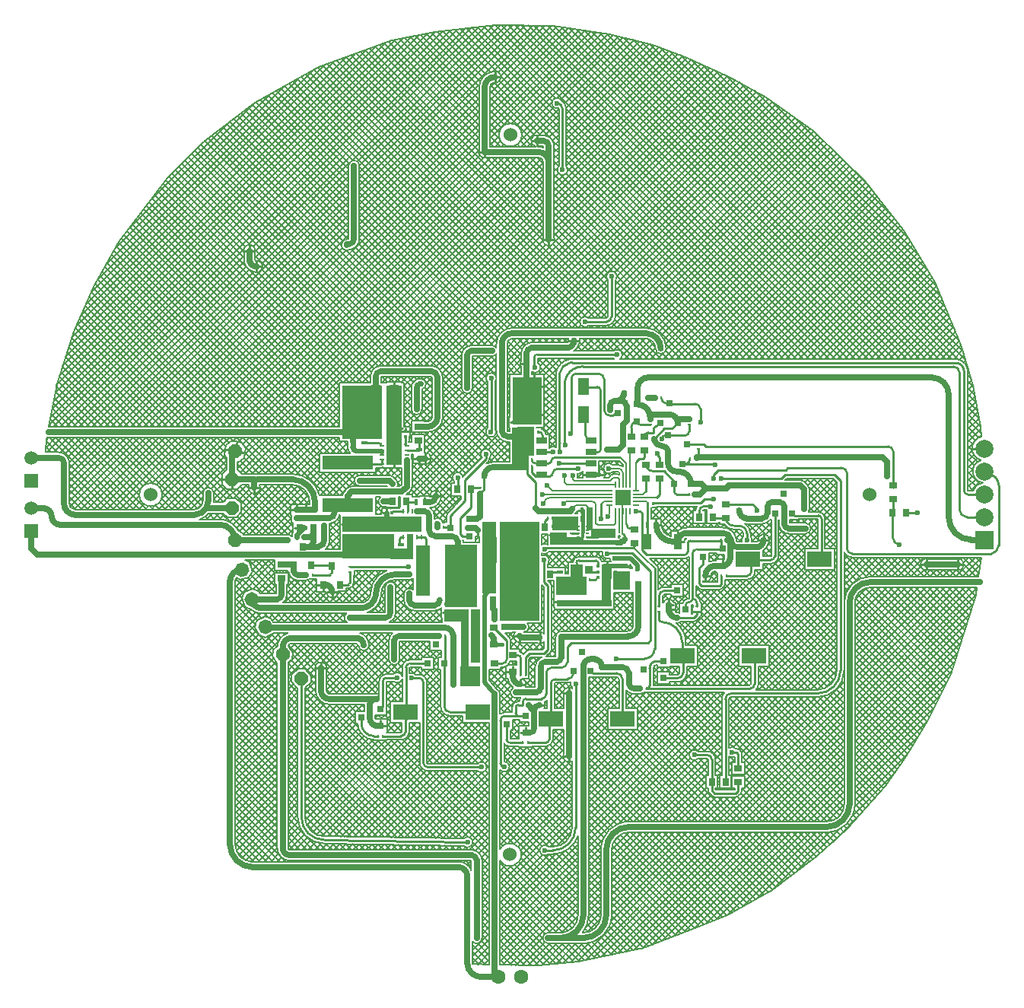
<source format=gbl>
G04*
G04 #@! TF.GenerationSoftware,Altium Limited,Altium Designer,18.1.7 (191)*
G04*
G04 Layer_Physical_Order=2*
G04 Layer_Color=16711680*
%FSLAX25Y25*%
%MOIN*%
G70*
G01*
G75*
%ADD11C,0.01000*%
%ADD24R,0.01800X0.02500*%
%ADD28R,0.03000X0.03500*%
%ADD136R,0.02500X0.01800*%
%ADD437C,0.00800*%
%ADD438C,0.02500*%
%ADD439C,0.02200*%
%ADD440C,0.06000*%
%ADD441C,0.05906*%
%ADD442R,0.05906X0.05906*%
%ADD443C,0.06299*%
%ADD444R,0.07874X0.07874*%
%ADD445C,0.07874*%
%ADD446C,0.02362*%
%ADD447R,0.03500X0.03000*%
%ADD448R,0.08465X0.06299*%
%ADD449R,0.00945X0.02362*%
%ADD450R,0.03150X0.03543*%
%ADD451R,0.03543X0.03150*%
%ADD452R,0.01063X0.01457*%
%ADD453R,0.01457X0.01063*%
%ADD454R,0.11024X0.07087*%
%ADD455R,0.07087X0.07087*%
%ADD456R,0.00787X0.03150*%
%ADD457R,0.03150X0.00787*%
%ADD458P,0.06494X8X217.5*%
%ADD459R,0.03150X0.03150*%
%ADD460R,0.03150X0.03150*%
%ADD461R,0.00984X0.01181*%
%ADD462R,0.01181X0.00984*%
%ADD463R,0.03228X0.06772*%
%ADD464R,0.03543X0.03819*%
%ADD465R,0.02598X0.01614*%
%ADD466R,0.05906X0.11811*%
%ADD467R,0.01732X0.05669*%
%ADD468R,0.01457X0.01102*%
%ADD469R,0.04724X0.03150*%
%ADD470R,0.05118X0.07480*%
%ADD471R,0.22441X0.06299*%
%ADD472R,0.02362X0.01968*%
%ADD473R,0.06299X0.22441*%
%ADD474R,0.02362X0.00945*%
%ADD475R,0.06299X0.08465*%
%ADD476R,0.01181X0.01181*%
%ADD477R,0.06000X0.04000*%
%ADD478R,0.04000X0.06000*%
%ADD479P,0.06494X8X192.5*%
%ADD480P,0.06494X8X244.5*%
%ADD481P,0.06494X8X212.5*%
%ADD482P,0.06494X8X204.5*%
%ADD483P,0.06494X8X224.5*%
%ADD484P,0.06494X8X231.5*%
%ADD485P,0.06494X8X237.5*%
%ADD486P,0.06494X8X202.5*%
%ADD487R,0.01181X0.01181*%
%ADD488R,0.01772X0.01181*%
%ADD489R,0.03937X0.06299*%
%ADD490C,0.01800*%
%ADD491C,0.02000*%
%ADD492R,0.01800X0.02900*%
%ADD493R,0.02900X0.10400*%
%ADD494R,0.11800X0.06200*%
%ADD495R,0.08700X0.08800*%
%ADD496R,0.03500X0.28500*%
%ADD497R,0.10559X0.05400*%
%ADD498R,0.04400X0.23300*%
%ADD499R,0.14400X0.27300*%
%ADD500R,0.34800X0.06539*%
%ADD501R,0.06900X0.34800*%
%ADD502R,0.10600X0.02239*%
%ADD503R,0.04100X0.17700*%
%ADD504R,0.24000X0.03100*%
%ADD505R,0.07300X0.12661*%
%ADD506R,0.07200X0.18700*%
%ADD507R,0.12928X0.20960*%
%ADD508R,0.17600X0.23539*%
%ADD509R,0.07500X0.05561*%
%ADD510R,0.13000X0.03361*%
%ADD511R,0.27600X0.02100*%
%ADD512R,0.11100X0.04461*%
%ADD513R,0.03000X0.09944*%
%ADD514R,0.10000X0.04639*%
%ADD515R,0.23100X0.10939*%
%ADD516R,0.06400X0.31200*%
%ADD517R,0.17200X0.43300*%
%ADD518R,0.07600X0.08472*%
%ADD519R,0.05400X0.07900*%
%ADD520R,0.13200X0.08461*%
D11*
X-48318Y27621D02*
G03*
X-48700Y27239I0J-382D01*
G01*
X-54081Y-12729D02*
G03*
X-53900Y-12910I181J0D01*
G01*
X-92100Y-14511D02*
G03*
X-93083Y-15494I0J-983D01*
G01*
X92617Y-22605D02*
G03*
X93832Y-23820I1215J0D01*
G01*
X93691Y-23961D02*
G03*
X93832Y-23820I0J141D01*
G01*
X92317Y-20161D02*
G03*
X92617Y-19861I0J300D01*
G01*
X79000Y-20161D02*
G03*
X78000Y-21161I0J-1000D01*
G01*
X81900Y-47461D02*
G03*
X80000Y-45561I-1900J0D01*
G01*
X81800Y-23961D02*
G03*
X80000Y-25761I0J-1800D01*
G01*
X78500Y-47061D02*
G03*
X80000Y-45561I0J1500D01*
G01*
X76400Y-26400D02*
G03*
X78000Y-24800I0J1600D01*
G01*
X78500Y-47061D02*
G03*
X77041Y-48520I0J-1459D01*
G01*
X57793Y-7932D02*
G03*
X57122Y-7261I-671J0D01*
G01*
X20945Y11400D02*
G03*
X18600Y9055I0J-2345D01*
G01*
X17684Y8139D02*
G03*
X18600Y9055I0J916D01*
G01*
X134800Y-87061D02*
G03*
X144800Y-77061I0J10000D01*
G01*
X96900Y-87061D02*
G03*
X94400Y-89561I0J-2500D01*
G01*
X76865Y13339D02*
G03*
X78900Y15639I-283J2300D01*
G01*
X59055Y-71861D02*
G03*
X63400Y-67516I0J4345D01*
G01*
X18800Y-155861D02*
G03*
X28800Y-145861I0J10000D01*
G01*
X-91400Y-141261D02*
G03*
X-81400Y-151261I10000J0D01*
G01*
X83400Y31839D02*
G03*
X83600Y31639I200J0D01*
G01*
X87900Y-5161D02*
G03*
X87800Y-5061I-100J0D01*
G01*
X69740Y39939D02*
G03*
X69840Y39839I100J0D01*
G01*
X66283Y42339D02*
G03*
X68670Y39951I2388J0D01*
G01*
X85094Y-5061D02*
G03*
X82900Y-7255I0J-2194D01*
G01*
X83400Y37639D02*
G03*
X81200Y39839I-2200J0D01*
G01*
X22775Y-75725D02*
G03*
X25100Y-73400I0J2325D01*
G01*
X18355Y-75725D02*
G03*
X15900Y-78181I0J-2455D01*
G01*
X13800Y-89500D02*
G03*
X15900Y-87400I0J2100D01*
G01*
X6900Y-89500D02*
G03*
X5674Y-90726I0J-1226D01*
G01*
X-38000Y-82108D02*
G03*
X-39735Y-80374I-1735J0D01*
G01*
X3590Y-92161D02*
G03*
X2500Y-93251I0J-1090D01*
G01*
X-54034Y-80200D02*
G03*
X-55760Y-81926I0J-1726D01*
G01*
X2500Y-95720D02*
G03*
X3700Y-96920I1200J0D01*
G01*
X-2120D02*
G03*
X-4200Y-99000I0J-2080D01*
G01*
Y-117700D02*
G03*
X-2500Y-119400I1700J0D01*
G01*
X-38000Y-117400D02*
G03*
X-36000Y-119400I2000J0D01*
G01*
X19524Y16263D02*
G03*
X18200Y14939I0J-1324D01*
G01*
X17050Y13789D02*
G03*
X18200Y14939I0J1150D01*
G01*
X9564Y15289D02*
G03*
X11064Y13789I1500J0D01*
G01*
X197000Y53490D02*
G03*
X194351Y56139I-2649J0D01*
G01*
X197000Y-6661D02*
G03*
X200100Y-9761I3100J0D01*
G01*
X31839Y56139D02*
G03*
X25023Y52270I0J-7939D01*
G01*
X23997Y49436D02*
G03*
X23900Y48200I7842J-1236D01*
G01*
X199000Y54039D02*
G03*
X195300Y57739I-3700J0D01*
G01*
X27339Y57839D02*
G03*
X26196Y57722I0J-5639D01*
G01*
X199000Y1639D02*
G03*
X200400Y239I1400J0D01*
G01*
X21817Y53343D02*
G03*
X21700Y52200I5522J-1143D01*
G01*
X147600Y9493D02*
G03*
X145600Y11793I-2323J0D01*
G01*
X214137Y4102D02*
G03*
X209200Y9039I-4937J0D01*
G01*
X145600Y11793D02*
G03*
X145277Y11815I-323J-2300D01*
G01*
X210992Y-25898D02*
G03*
X214137Y-22124I-692J3774D01*
G01*
X147600Y-23498D02*
G03*
X150000Y-25898I2400J0D01*
G01*
X75900Y-68809D02*
G03*
X75452Y-68361I-448J0D01*
G01*
X73561Y-80401D02*
G03*
X75900Y-78061I0J2340D01*
G01*
X65300Y-54587D02*
G03*
X66474Y-55761I1174J0D01*
G01*
X75452Y-64739D02*
G03*
X66474Y-55761I-8978J0D01*
G01*
X107300Y-71013D02*
G03*
X106948Y-70661I-352J0D01*
G01*
X105000Y-85061D02*
G03*
X107300Y-82761I0J2300D01*
G01*
X64365Y-72920D02*
G03*
X61200Y-76085I0J-3165D01*
G01*
X59869Y-85061D02*
G03*
X61200Y-83730I0J1331D01*
G01*
X47235Y35862D02*
G03*
X46800Y35426I0J-435D01*
G01*
X47400Y34826D02*
G03*
X46800Y35426I-600J0D01*
G01*
X41300Y37039D02*
G03*
X43649Y34690I2349J0D01*
G01*
X29000Y53039D02*
G03*
X27000Y51039I0J-2000D01*
G01*
X41300Y50515D02*
G03*
X38776Y53039I-2523J0D01*
G01*
X32353Y47537D02*
G03*
X32691Y47200I337J0D01*
G01*
X39600Y45900D02*
G03*
X38300Y47200I-1300J0D01*
G01*
X35582Y18789D02*
G03*
X35770Y18600I189J0D01*
G01*
X38561D02*
G03*
X39600Y19639I0J1039D01*
G01*
X25023Y52270D02*
G03*
X23997Y49436I6816J-4070D01*
G01*
X26196Y57722D02*
G03*
X21817Y53343I1143J-5522D01*
G01*
X60583Y27172D02*
G03*
X58900Y25489I0J-1683D01*
G01*
X20052Y-80800D02*
G03*
X17852Y-83000I0J-2200D01*
G01*
X25200Y-80800D02*
G03*
X27861Y-78140I0J2661D01*
G01*
X38561Y-29500D02*
G03*
X37822Y-28761I-739J0D01*
G01*
X30200D02*
G03*
X29100Y-29861I0J-1100D01*
G01*
X76831Y25929D02*
G03*
X78500Y27598I0J1669D01*
G01*
X67990Y25929D02*
G03*
X66600Y24539I0J-1390D01*
G01*
X50975Y-12686D02*
G03*
X53500Y-15211I2525J0D01*
G01*
X53100Y19489D02*
G03*
X52550Y18939I0J-550D01*
G01*
X-40250Y29840D02*
G03*
X-39449Y29039I801J0D01*
G01*
X-23100Y2339D02*
G03*
X-23200Y2239I0J-100D01*
G01*
X-44300Y-31700D02*
G03*
X-44383Y-31617I-83J0D01*
G01*
X-51219Y-7410D02*
G03*
X-51719Y-7910I0J-500D01*
G01*
X-63900Y47389D02*
G03*
X-63750Y47239I150J0D01*
G01*
X-78100Y-31166D02*
G03*
X-78232Y-31034I-132J0D01*
G01*
X-78883Y-35200D02*
G03*
X-78100Y-34417I0J783D01*
G01*
X-70792Y-39434D02*
G03*
X-70100Y-38742I0J692D01*
G01*
X-56262Y21377D02*
G03*
X-57475Y22590I-1213J0D01*
G01*
X2600Y-86600D02*
G03*
X2500Y-86700I0J-100D01*
G01*
X4592Y-71200D02*
G03*
X3645Y-70253I-947J0D01*
G01*
X-3331Y-73993D02*
G03*
X-1338Y-72000I0J1993D01*
G01*
X-1532Y-107282D02*
G03*
X-153Y-108661I1379J0D01*
G01*
X-28759Y-92902D02*
G03*
X-26400Y-95261I2359J0D01*
G01*
X17852Y-98261D02*
G03*
X17200Y-98913I0J-652D01*
G01*
X15824Y-108661D02*
G03*
X17200Y-107285I0J1376D01*
G01*
X94600Y-10161D02*
G03*
X98100Y-13661I3500J0D01*
G01*
X103800Y-17061D02*
G03*
X100400Y-13661I-3400J0D01*
G01*
X10600Y56177D02*
G03*
X11038Y55739I438J0D01*
G01*
X11800Y61339D02*
G03*
X10600Y60139I0J-1200D01*
G01*
X26500Y26839D02*
G03*
X27000Y27339I0J500D01*
G01*
X88400Y-115936D02*
G03*
X86525Y-114061I-1875J0D01*
G01*
X23000Y169139D02*
G03*
X20600Y171539I-2400J0D01*
G01*
X42200Y75739D02*
G03*
X44600Y78139I0J2400D01*
G01*
X-65132Y-100249D02*
G03*
X-59620Y-105761I5512J0D01*
G01*
X49348Y-80882D02*
G03*
X46667Y-78201I-2681J0D01*
G01*
X35341Y-77293D02*
G03*
X36248Y-78201I907J0D01*
G01*
X88900Y-9761D02*
G03*
X89300Y-10161I400J0D01*
G01*
X167900Y18932D02*
G03*
X165743Y21089I-2157J0D01*
G01*
X-47700Y-105761D02*
G03*
X-45748Y-103809I0J1952D01*
G01*
X71900Y1389D02*
G03*
X73050Y239I1150J0D01*
G01*
X60000Y11769D02*
G03*
X62500Y10339I2500J1470D01*
G01*
X-56668Y-93920D02*
G03*
X-55760Y-93013I0J907D01*
G01*
X-45748Y-98861D02*
G03*
X-45600Y-98713I0J148D01*
G01*
X-43932Y-73993D02*
G03*
X-45600Y-75661I0J-1668D01*
G01*
X59600Y13239D02*
G03*
X60000Y11769I2900J0D01*
G01*
X14200Y26039D02*
G03*
X12682Y27557I-1518J0D01*
G01*
X-39750Y23340D02*
G03*
X-40250Y23840I-500J0D01*
G01*
X-39931Y19408D02*
G03*
X-39750Y19589I0J181D01*
G01*
X-45900Y22039D02*
G03*
X-45238Y21377I662J0D01*
G01*
X-71100Y13989D02*
G03*
X-70613Y13503I487J0D01*
G01*
X-16217Y3222D02*
G03*
X-17100Y2339I0J-883D01*
G01*
X13928Y23789D02*
G03*
X14200Y24060I0J272D01*
G01*
X32954Y26417D02*
G03*
X35582Y23789I2628J0D01*
G01*
X55700Y32122D02*
G03*
X57243Y30579I1543J0D01*
G01*
X55700Y32122D02*
G03*
X53100Y29522I0J-2600D01*
G01*
X167700Y-18811D02*
G03*
X170700Y-21811I3000J0D01*
G01*
X167700Y-7961D02*
G03*
X167900Y-7761I0J200D01*
G01*
X178500Y-8061D02*
G03*
X178400Y-7961I-100J0D01*
G01*
X73011Y-42061D02*
G03*
X73301Y-41772I0J289D01*
G01*
X67700Y-42061D02*
G03*
X65300Y-44461I0J-2400D01*
G01*
X105700Y-29409D02*
G03*
X104952Y-28661I-748J0D01*
G01*
X103900Y-35561D02*
G03*
X105700Y-33761I0J1800D01*
G01*
X114206Y-28661D02*
G03*
X116060Y-26806I0J1855D01*
G01*
X123541Y-8193D02*
G03*
X124448Y-9101I907J0D01*
G01*
X136448Y-10475D02*
G03*
X135074Y-9101I-1374J0D01*
G01*
X37721Y-37228D02*
G03*
X38561Y-36387I0J841D01*
G01*
X34491Y-32961D02*
G03*
X35358Y-33828I867J0D01*
G01*
X28309Y-32961D02*
G03*
X29100Y-32171I0J791D01*
G01*
X202863Y20239D02*
X207800D01*
X196200Y-30561D02*
X198381D01*
X196200D02*
Y-28380D01*
Y-32742D02*
Y-30561D01*
X182500D02*
Y-28380D01*
Y-32742D02*
Y-30561D01*
X180319D02*
X182500D01*
X111132Y-19861D02*
Y-17680D01*
Y-19861D02*
X113313D01*
X108950D02*
X111132D01*
X93100Y-31161D02*
Y-28586D01*
X85600Y-35561D02*
X87781D01*
X85600Y-37742D02*
Y-35561D01*
X25919Y67539D02*
X28100D01*
X30281D01*
X11750Y155039D02*
Y157220D01*
X9569Y155039D02*
X11750D01*
Y152858D02*
Y155039D01*
X17000Y111639D02*
X19181D01*
X14819D02*
X17000D01*
Y109458D02*
Y111639D01*
X4819Y57317D02*
X7000D01*
X10700Y47537D02*
X14259D01*
X10700D02*
Y52277D01*
Y34939D02*
X14259D01*
X72Y31607D02*
X2322D01*
X64050Y-13161D02*
X65950D01*
X64050D02*
Y-10911D01*
X73693Y-20611D02*
Y-16225D01*
Y-20611D02*
X76307D01*
X49800Y-31611D02*
X52050D01*
X48236Y-19561D02*
X50417D01*
X49830Y-31400D02*
X52011D01*
X39050Y8788D02*
Y10970D01*
X32220Y8788D02*
X35582D01*
X39050D02*
X41232D01*
X29823Y-6861D02*
X31723D01*
X17350Y-17511D02*
X19600D01*
X42400Y-33828D02*
Y-29679D01*
X80172Y-51144D02*
X81900D01*
X83628D01*
X69500Y-48361D02*
Y-46180D01*
Y-48361D02*
X71681D01*
X69560Y-50236D02*
X72135D01*
X25800Y-87000D02*
Y-84819D01*
X19550Y-46811D02*
X21800D01*
X13216Y-62702D02*
Y-60521D01*
Y-64883D02*
Y-62702D01*
X4161Y-64203D02*
Y-62022D01*
X1980D02*
X4161D01*
X1334Y-77733D02*
Y-75159D01*
X4500Y-83100D02*
Y-80919D01*
Y-83100D02*
X6681D01*
X23619Y-87000D02*
X25800D01*
X12900Y-92161D02*
X15081D01*
X7032Y-104401D02*
Y-101826D01*
X4457Y-104401D02*
X7032D01*
X25800Y-116742D02*
Y-114561D01*
X23619D02*
X25800D01*
X-6600Y183039D02*
X-4419D01*
X-6600D02*
Y185220D01*
Y180858D02*
Y183039D01*
X-13328Y150139D02*
X-11146D01*
Y147958D02*
Y150139D01*
X-50750Y44940D02*
Y48940D01*
X-37100Y15900D02*
Y18081D01*
Y15900D02*
X-34919D01*
X-14100Y-17711D02*
Y-15461D01*
X-32600Y-700D02*
Y1481D01*
Y-700D02*
X-30419D01*
X-37100Y13719D02*
Y15900D01*
X-34781Y-700D02*
X-32600D01*
X-42000Y15889D02*
X-39750D01*
X-45900Y27621D02*
X-44309D01*
X-45900D02*
Y29211D01*
X-49153Y29019D02*
X-46972D01*
X-39750Y13989D02*
Y15889D01*
X-37550Y-3410D02*
Y-1160D01*
X-50750Y12207D02*
Y17440D01*
X-111000Y99939D02*
X-108819D01*
X-111000D02*
Y102120D01*
Y97758D02*
Y99939D01*
X-114184Y106865D02*
X-112003D01*
X-114184D02*
Y109046D01*
X-116365Y106865D02*
X-114184D01*
X-54081Y-7910D02*
Y-6320D01*
X-55672Y-7910D02*
X-54081D01*
X-73900Y-12910D02*
X-69900D01*
X-89400Y-6461D02*
Y-4561D01*
X-95650Y-6461D02*
X-93400D01*
Y-4561D01*
X-94600Y-14511D02*
X-92100D01*
X-120500Y18939D02*
X-116561Y18244D01*
X-120500Y18939D02*
X-119805Y22878D01*
X-112000Y3039D02*
X-109819D01*
X-114181D02*
X-112000D01*
Y858D02*
Y3039D01*
X-124278Y19642D02*
X-122097D01*
X-124439Y19634D02*
X-120500Y18939D01*
X-121800Y2739D02*
Y6739D01*
X-125800D02*
X-121800D01*
X-29550Y-51511D02*
X-27300D01*
X-1438Y-77733D02*
X1334D01*
X-56668Y-101401D02*
X-54093D01*
X-80081Y-42600D02*
X-77900D01*
X-75719D01*
X-81840Y-42206D02*
Y-39434D01*
X-77900Y-44781D02*
Y-42600D01*
X-84415Y-39434D02*
X-81840D01*
X-82800Y-75961D02*
Y-73780D01*
X-57926Y-89561D02*
Y-87833D01*
X-56668Y-101401D02*
Y-98826D01*
X-82800Y-75961D02*
X-80619D01*
X-84981D02*
X-82800D01*
X73285Y-53961D02*
X80639D01*
X50200Y-19561D02*
Y-17961D01*
X-48318Y27621D02*
X-45900D01*
X-81840Y-39434D02*
X-81066D01*
X81800Y-23961D02*
X93691D01*
X92617Y-22605D02*
Y-19861D01*
X79000Y-20161D02*
X92317D01*
X78000Y-24800D02*
Y-21161D01*
X80000Y-45561D02*
Y-25761D01*
X81900Y-48978D02*
Y-47461D01*
X77041Y-50236D02*
Y-48520D01*
X55200Y-7261D02*
X57122D01*
X57793Y-24369D02*
Y-7932D01*
X59824Y-26400D02*
X76400D01*
X20945Y11400D02*
X29100D01*
X11100Y8139D02*
X17684D01*
X96900Y-87061D02*
X134800D01*
X94400Y-125761D02*
Y-89561D01*
X76865Y13339D02*
X89800D01*
X75601D02*
X76865D01*
X46400Y-71861D02*
X59055D01*
X13928Y18789D02*
X18900D01*
X-91400Y-141261D02*
Y-80661D01*
X15300Y-155861D02*
X18800D01*
X-81400Y-151261D02*
X-18600Y-152261D01*
X83400Y31839D02*
Y37639D01*
X85094Y-5061D02*
X87800D01*
X82900Y-9761D02*
Y-7255D01*
X68670Y39951D02*
X69740D01*
X69840Y39839D02*
X81200D01*
X69740Y39939D02*
Y39951D01*
X89300Y7239D02*
Y8864D01*
X89161Y-2000D02*
X89300Y-1861D01*
X44766Y-23384D02*
X53816D01*
X44762Y-23380D02*
X44766Y-23384D01*
X42097Y-23380D02*
X44762D01*
X42092Y-23384D02*
X42097Y-23380D01*
X15576Y-23384D02*
X42092D01*
X57793Y-24369D02*
X59824Y-26400D01*
X63400Y-67516D02*
Y-32300D01*
X71005Y29012D02*
X73480Y31487D01*
X69168Y18449D02*
Y18839D01*
X-11300Y2300D02*
Y8039D01*
X-13200Y400D02*
X-11300Y2300D01*
X33900Y-18636D02*
X38575D01*
X35423Y-6861D02*
Y-6664D01*
X31723Y-6861D02*
X31833Y-6971D01*
X18355Y-75725D02*
X22775D01*
X15900Y-87400D02*
Y-78181D01*
X6900Y-89500D02*
X13800D01*
X5674Y-92161D02*
Y-90726D01*
X3590Y-92161D02*
X5674D01*
X-42974Y-80374D02*
X-39735D01*
X-54034Y-80200D02*
X-49400D01*
X-55760Y-89561D02*
Y-81926D01*
X3700Y-96920D02*
X7032D01*
X2500Y-95720D02*
Y-93251D01*
X-2120Y-96920D02*
X3700D01*
X-38000Y-117400D02*
Y-82108D01*
X-4200Y-117700D02*
Y-99000D01*
X-36000Y-119400D02*
X-12500D01*
X19524Y16263D02*
X48300D01*
X13928Y13789D02*
X17050D01*
X11064D02*
X13928D01*
X31839Y56139D02*
X194351D01*
X200100Y-9761D02*
X207800D01*
X197000Y-6661D02*
Y53490D01*
X23900Y21839D02*
Y48200D01*
X27400Y8539D02*
Y9039D01*
X27339Y57839D02*
X195300D01*
X200400Y239D02*
X207800D01*
X199000Y1639D02*
Y54039D01*
X21700Y22824D02*
Y52200D01*
X21719Y18920D02*
Y22742D01*
Y18920D02*
X21800Y18839D01*
X21719Y22742D02*
X21800Y22824D01*
X20750Y-20161D02*
X21200D01*
X62683Y-3761D02*
X62857Y-3587D01*
X83575D01*
X85162Y-2000D01*
X121720Y11815D02*
X145277D01*
X214137Y-22124D02*
Y4102D01*
X150000Y-25898D02*
X210992D01*
X147600Y-23498D02*
Y9493D01*
X85162Y-2000D02*
X89161D01*
X120726Y8700D02*
X142100D01*
X144800Y6000D01*
Y-77061D02*
Y6000D01*
X118996Y6970D02*
X120726Y8700D01*
X92569Y6970D02*
X118996D01*
X83961Y-39961D02*
X91800D01*
X82800Y-38800D02*
X83961Y-39961D01*
X82800Y-38800D02*
Y-32200D01*
X92617Y-39144D02*
Y-35561D01*
X91800Y-39961D02*
X92617Y-39144D01*
X84635Y-30365D02*
Y-27421D01*
X82800Y-32200D02*
X84635Y-30365D01*
X75452Y-68361D02*
Y-64739D01*
X75900Y-78061D02*
Y-68809D01*
X67075Y-80401D02*
X73561D01*
X65300Y-54587D02*
Y-51144D01*
X107300Y-82761D02*
Y-71013D01*
X64365Y-72920D02*
X67075D01*
X61200Y-83730D02*
Y-76085D01*
X59869Y-85061D02*
X105000D01*
X61700Y-63600D02*
Y-33689D01*
X60500Y-64800D02*
X61700Y-63600D01*
X26800Y-64800D02*
X60500D01*
X25100Y-66500D02*
X26800Y-64800D01*
X25100Y-73400D02*
Y-66500D01*
X53530Y-25519D02*
X61700Y-33689D01*
X44864Y-25519D02*
X53530D01*
X44822Y-25561D02*
X44864Y-25519D01*
X53816Y-23384D02*
X54700Y-22500D01*
X43000Y-25561D02*
X44822D01*
X46123Y35862D02*
X47235D01*
X41300Y37039D02*
Y50515D01*
X43649Y34690D02*
X44951D01*
X29000Y53039D02*
X38776D01*
X27000Y27339D02*
Y51039D01*
X32691Y47200D02*
X38300D01*
X39600Y19639D02*
Y45900D01*
X35770Y18600D02*
X38561D01*
X63823Y25207D02*
X67628Y29012D01*
X71005D01*
X60583Y27172D02*
X63000D01*
Y29300D02*
X66000Y31487D01*
X63000Y27172D02*
Y29300D01*
X18900Y18789D02*
Y18839D01*
X15000Y-3961D02*
Y-3511D01*
X9564Y9674D02*
X11100Y8139D01*
X9564Y9674D02*
Y12289D01*
X7399Y8998D02*
Y12289D01*
X28800Y-145861D02*
Y-82761D01*
X17852Y-98261D02*
Y-83000D01*
X20052Y-80800D02*
X25200D01*
X27861Y-78140D02*
Y-77293D01*
X-89800Y-14511D02*
Y-14500D01*
X-6850Y-211261D02*
X-5200D01*
X-7013Y-65640D02*
Y-65600D01*
X16600Y-67800D02*
Y-39900D01*
X-7013Y-58160D02*
X-1317Y-63855D01*
X81900Y-52700D02*
Y-51144D01*
X80639Y-53961D02*
X81900Y-52700D01*
X38561Y-31269D02*
Y-29500D01*
X30200Y-28761D02*
X37822D01*
X29100Y-32171D02*
Y-29861D01*
X55305Y14405D02*
X56539Y15639D01*
X58239D01*
X58900Y16300D02*
Y19489D01*
X58239Y15639D02*
X58900Y16300D01*
X64588Y17508D02*
X65700Y16397D01*
Y13139D02*
Y16397D01*
X67990Y25929D02*
X69168D01*
X76831D01*
X40000Y-10661D02*
Y-4261D01*
X53500Y-15211D02*
X54700D01*
X11119Y-5819D02*
Y5279D01*
X7399Y8998D02*
X11119Y5279D01*
X15200Y-11635D02*
X16535Y-10300D01*
X15200Y-14261D02*
Y-11635D01*
X27000Y-17061D02*
X29766D01*
X-23100Y2339D02*
X-22900Y2539D01*
X-23200Y2239D02*
X-23100Y2339D01*
X-70100Y-31617D02*
X-44383D01*
X-51219Y-7410D02*
X-46774D01*
X-22900Y2539D02*
Y7500D01*
X-78100Y-34417D02*
Y-31166D01*
X-87160Y-31034D02*
X-78232D01*
X-86350Y-35200D02*
X-78883D01*
X-74360Y-39434D02*
X-70792D01*
X-70100Y-38742D02*
Y-33783D01*
X-63750Y22590D02*
X-57475D01*
X-55760Y-93013D02*
Y-89561D01*
X4592Y-78793D02*
Y-71200D01*
X1334Y-70253D02*
X3645D01*
X-1338Y-72000D02*
Y-65600D01*
X-6934Y-73993D02*
X-3331D01*
X-1338Y-65600D02*
X-1317D01*
Y-63855D01*
X14900Y-38200D02*
Y-28700D01*
Y-38200D02*
X16600Y-39900D01*
X14800Y-69600D02*
X16600Y-67800D01*
X8500Y-69600D02*
X14800D01*
X6757Y-78793D02*
Y-71343D01*
X8500Y-69600D01*
X-153Y-108661D02*
X5674D01*
X-1532Y-107282D02*
Y-100660D01*
X-26400Y-95261D02*
X-14252D01*
X-28759Y-92902D02*
Y-73993D01*
X-28535Y-73769D01*
Y-61900D01*
X-93400Y-10161D02*
X-92972Y-10589D01*
X-51410Y-2900D02*
X-51400Y-2910D01*
X15200Y-23761D02*
X15576Y-23384D01*
X17200Y-107285D02*
Y-98913D01*
X7840Y-108661D02*
X15824D01*
X-36700Y-31958D02*
Y-19200D01*
X-37466Y-18434D02*
X-36700Y-19200D01*
X-38900Y-18434D02*
X-37466D01*
X-19700Y-2700D02*
Y6539D01*
X-26132Y-9132D02*
X-19700Y-2700D01*
X-26132Y-14460D02*
Y-9132D01*
X89300Y-10161D02*
X94600D01*
X98100Y-13661D02*
X100400D01*
X103800Y-19861D02*
Y-17061D01*
X108100Y-6761D02*
Y-5961D01*
X106300Y-4161D02*
X108100Y-5961D01*
X10600Y56177D02*
Y60139D01*
X11800Y61339D02*
X46939D01*
X-8200Y27642D02*
Y51039D01*
X89300Y8864D02*
X91275Y10839D01*
X120744D02*
X121720Y11815D01*
X100000Y-119961D02*
Y-113561D01*
X99305Y-112866D02*
X100000Y-113561D01*
X97356Y-112866D02*
X99305D01*
X88400Y-125761D02*
Y-115936D01*
X80800Y-114061D02*
X86525D01*
X88400Y-129561D02*
Y-125761D01*
X62500Y10339D02*
X67400D01*
X49400Y-17161D02*
X50200Y-17961D01*
X20300Y-20611D02*
X20750Y-20161D01*
X91275Y10839D02*
X120744D01*
X23000Y142381D02*
Y169139D01*
X32900Y75739D02*
X42200D01*
X44600Y78139D02*
Y95639D01*
X-10600Y15639D02*
Y17639D01*
X-19700Y6539D02*
X-10600Y15639D01*
X-59620Y-105761D02*
X-57926D01*
X-65132Y-100249D02*
Y-97660D01*
X49348Y-98261D02*
Y-80882D01*
X40000Y-78201D02*
X46667D01*
X36248D02*
X40000D01*
X167900Y4039D02*
Y18932D01*
X82500Y22222D02*
X84917D01*
X77632D02*
X82500D01*
X167900Y2939D02*
Y4039D01*
X84917Y22222D02*
X86050Y21089D01*
X165643Y21089D01*
X-55760Y-105761D02*
X-47700D01*
X-10600Y17639D02*
X-10500Y17739D01*
X-45748Y-103809D02*
Y-98861D01*
X75601Y13322D02*
Y13339D01*
X88400Y-129561D02*
X89700Y-130861D01*
X98900D01*
X100000Y-129761D01*
Y-125961D01*
X44951Y34690D02*
X46123Y35862D01*
X78500Y27598D02*
Y30579D01*
X71900Y1389D02*
Y4857D01*
X73050Y239D02*
X78435D01*
X67400Y10339D02*
X72371Y5368D01*
X71860Y4857D02*
X71900D01*
X-45600Y-98713D02*
Y-75661D01*
X-43932Y-73993D02*
X-36040D01*
X33700Y-18636D02*
X33900D01*
X21550Y13789D02*
X35582D01*
X21500Y13839D02*
X21550Y13789D01*
X60350Y-13161D02*
Y-3510D01*
X60307Y-20611D02*
X60350Y-20568D01*
Y-13161D01*
X14200Y24060D02*
Y26039D01*
X12083Y27557D02*
X12682D01*
X-45238Y19408D02*
X-39931D01*
X-39750Y19589D02*
Y23340D01*
X-45900Y22039D02*
Y25259D01*
X-70613Y13503D02*
X-56262D01*
Y15471D01*
X-29017Y-14160D02*
X-26232D01*
X-17100Y-5561D02*
Y2339D01*
X-16217Y3222D02*
X-13200D01*
X32954Y26417D02*
Y34939D01*
X53100Y25489D02*
Y29522D01*
X57243Y30579D02*
X61400D01*
X82500Y17074D02*
Y20056D01*
X167700Y-18811D02*
Y-7961D01*
X173700D02*
X178400D01*
X167900Y-7761D02*
Y-1961D01*
X94600Y-4161D02*
X106300D01*
X67700Y-42061D02*
X73011D01*
X65300Y-48978D02*
Y-44461D01*
X104952Y-28661D02*
X114206D01*
X105700Y-33761D02*
Y-29409D01*
X94783Y-35561D02*
X103900D01*
X116060Y-26806D02*
Y-8193D01*
X128500Y-9101D02*
X135074D01*
X124448D02*
X128500D01*
X136448Y-28661D02*
Y-10475D01*
X65700Y39D02*
Y7139D01*
X64250Y-1411D02*
X65700Y39D01*
X59600Y1539D02*
Y7239D01*
X-44900Y-3410D02*
X-44805Y-3505D01*
X-45400Y-2910D02*
X-44900Y-3410D01*
X-44805Y-7410D02*
Y-3505D01*
X-44900Y-3410D02*
X-41250D01*
X-21800Y-10261D02*
X-17100Y-5561D01*
X-21800Y-17161D02*
Y-10261D01*
Y-17161D02*
X-20761Y-18201D01*
X-17668D01*
X-48400Y-21211D02*
X-47800Y-21811D01*
X-48400Y-21211D02*
Y-19161D01*
X-47673Y-18434D01*
X-46774D01*
X-38152Y-33410D02*
X-36700Y-31958D01*
X-40868Y-18434D02*
X-38900D01*
X17400Y-34873D02*
X18300Y-33973D01*
X21800D01*
X35050Y-37228D02*
X37721D01*
X35358Y-33828D02*
X38561D01*
D24*
X-41250Y-3410D02*
D03*
X-37550D02*
D03*
X46150Y-40261D02*
D03*
X42450D02*
D03*
X60350Y-13161D02*
D03*
X64050D02*
D03*
X35423Y-10661D02*
D03*
X31723D02*
D03*
Y-6861D02*
D03*
X35423D02*
D03*
X-14100Y-15461D02*
D03*
X-10400D02*
D03*
D28*
X-45400Y-2910D02*
D03*
X-51400D02*
D03*
X-86100Y-14511D02*
D03*
X-92100D02*
D03*
X88400Y-125761D02*
D03*
X94400D02*
D03*
X88900Y-9761D02*
D03*
X82900D02*
D03*
X173700Y-7961D02*
D03*
X167700D02*
D03*
X50300Y-39661D02*
D03*
X56300D02*
D03*
X11400Y-34873D02*
D03*
X17400D02*
D03*
X9200Y-14261D02*
D03*
X15200D02*
D03*
X-1300Y-46400D02*
D03*
X-7300D02*
D03*
X-8000Y-40061D02*
D03*
X-2000D02*
D03*
X-8000Y-34261D02*
D03*
X-2000D02*
D03*
X-17100Y2339D02*
D03*
X-23100D02*
D03*
D136*
X-19367Y-51511D02*
D03*
Y-47811D02*
D03*
X42500Y-17361D02*
D03*
Y-21061D02*
D03*
X25800Y-46811D02*
D03*
Y-43111D02*
D03*
X29800Y-46811D02*
D03*
Y-43111D02*
D03*
X-23333Y-47811D02*
D03*
Y-51511D02*
D03*
X49800Y-35311D02*
D03*
Y-31611D02*
D03*
X6511Y27907D02*
D03*
Y31607D02*
D03*
X23600Y-17511D02*
D03*
Y-13811D02*
D03*
X-93400Y-6461D02*
D03*
Y-10161D02*
D03*
X-89400Y-6461D02*
D03*
Y-10161D02*
D03*
X-27300Y-51511D02*
D03*
Y-47811D02*
D03*
X-47800Y-21811D02*
D03*
Y-25511D02*
D03*
X-63750Y22590D02*
D03*
Y26290D02*
D03*
X-39750Y15889D02*
D03*
Y19589D02*
D03*
X38500Y-21061D02*
D03*
Y-17361D02*
D03*
X2322Y31607D02*
D03*
Y27907D02*
D03*
X19600Y-13811D02*
D03*
Y-17511D02*
D03*
X21800Y-43111D02*
D03*
Y-46811D02*
D03*
X-85400Y-10161D02*
D03*
Y-6461D02*
D03*
D437*
X200600Y54039D02*
G03*
X195956Y59298I-5300J0D01*
G01*
D02*
G03*
X195300Y59439I-656J-1459D01*
G01*
X206665Y25454D02*
G03*
X206420Y15083I1135J-5215D01*
G01*
D02*
G03*
X207190Y5239I1380J-4844D01*
G01*
D02*
G03*
X203024Y1839I610J-5000D01*
G01*
X131176Y2473D02*
G03*
X130486Y4137I-2350J0D01*
G01*
X131176Y2473D02*
G03*
X130488Y4135I-2350J0D01*
G01*
X128923Y5700D02*
G03*
X127261Y6389I-1662J-1662D01*
G01*
X128925Y5698D02*
G03*
X127261Y6389I-1664J-1660D01*
G01*
X138048Y-10475D02*
G03*
X135074Y-7501I-2974J0D01*
G01*
X130806D02*
G03*
X131176Y-6234I-1979J1267D01*
G01*
X85094Y-6661D02*
G03*
X84610Y-6911I0J-594D01*
G01*
X110300Y-12811D02*
G03*
X114182Y-10868I0J4850D01*
G01*
X86181Y-6661D02*
G03*
X86437Y-6911I1719J1500D01*
G01*
X146400Y-25242D02*
G03*
X150000Y-27498I3600J1744D01*
G01*
X198781Y-30561D02*
G03*
X195133Y-28211I-2581J0D01*
G01*
X129500Y-17111D02*
G03*
X131850Y-14761I0J2350D01*
G01*
D02*
G03*
X129500Y-12411I-2350J0D01*
G01*
X195133Y-32911D02*
G03*
X198781Y-30561I1068J2350D01*
G01*
X183568Y-28211D02*
G03*
X183568Y-32911I-1068J-2350D01*
G01*
X117850Y-12761D02*
G03*
X122200Y-17111I4350J0D01*
G01*
X105400Y-17061D02*
G03*
X102865Y-12711I-5000J0D01*
G01*
X113304Y-21255D02*
G03*
X113713Y-19861I-2172J1394D01*
G01*
D02*
G03*
X108604Y-20383I-2581J0D01*
G01*
X106081Y-19861D02*
G03*
X105400Y-18235I-2281J0D01*
G01*
X107925Y-20718D02*
G03*
X108604Y-20383I0J857D01*
G01*
X110812Y-24609D02*
G03*
X113304Y-21255I-2887J4748D01*
G01*
X105914Y-20718D02*
G03*
X106081Y-19861I-2114J857D01*
G01*
X102865Y-12711D02*
G03*
X103946Y-12811I1081J5796D01*
G01*
X93713Y-12761D02*
G03*
X98100Y-15261I4388J2600D01*
G01*
X102200Y-17061D02*
G03*
X100400Y-15261I-1800J0D01*
G01*
X99250Y-20361D02*
G03*
X99192Y-19535I-5950J0D01*
G01*
X102200Y-18235D02*
G03*
X101686Y-20718I1600J-1626D01*
G01*
X99250Y-20361D02*
G03*
X99607Y-20718I357J0D01*
G01*
X99192Y-19535D02*
G03*
X93300Y-14411I-5892J-826D01*
G01*
X114206Y-27061D02*
G03*
X114461Y-26806I0J255D01*
G01*
X114206Y-30261D02*
G03*
X117660Y-26806I0J3455D01*
G01*
X93993Y-28186D02*
G03*
X94050Y-27861I-893J325D01*
G01*
X103900Y-37161D02*
G03*
X107300Y-33761I0J3400D01*
G01*
X93749Y-40275D02*
G03*
X94217Y-39144I-1131J1131D01*
G01*
X93747Y-40277D02*
G03*
X94217Y-39144I-1130J1133D01*
G01*
X91800Y-41561D02*
G03*
X92933Y-41091I0J1600D01*
G01*
X90000Y-28811D02*
G03*
X87310Y-29370I0J-6750D01*
G01*
X90000Y-33511D02*
G03*
X88080Y-34844I0J-2050D01*
G01*
X88181Y-35561D02*
G03*
X88080Y-34844I-2581J0D01*
G01*
X91800Y-41561D02*
G03*
X92931Y-41092I0J1600D01*
G01*
X84400Y-37846D02*
G03*
X88181Y-35561I1200J2285D01*
G01*
X82828Y-41091D02*
G03*
X83961Y-41561I1133J1130D01*
G01*
X82830Y-41092D02*
G03*
X83961Y-41561I1131J1131D01*
G01*
X46881Y95639D02*
G03*
X43000Y94013I-2281J0D01*
G01*
X46200D02*
G03*
X46881Y95639I-1600J1626D01*
G01*
X42200Y77339D02*
G03*
X43000Y78139I0J800D01*
G01*
X42200Y74139D02*
G03*
X46200Y78139I0J4000D01*
G01*
X34526Y77339D02*
G03*
X34526Y74139I-1626J-1600D01*
G01*
X24600Y169139D02*
G03*
X22625Y172588I-4000J0D01*
G01*
X25281Y142381D02*
G03*
X24600Y144007I-2281J0D01*
G01*
X21400D02*
G03*
X25281Y142381I1600J-1626D01*
G01*
X30681Y67539D02*
G03*
X30537Y68389I-2581J0D01*
G01*
X30272Y66144D02*
G03*
X30681Y67539I-2172J1395D01*
G01*
X25663Y68389D02*
G03*
X25572Y67018I2437J-850D01*
G01*
X24900Y66689D02*
G03*
X25572Y67018I0J850D01*
G01*
X68450Y64039D02*
G03*
X59400Y73089I-9050J0D01*
G01*
X63750Y64039D02*
G03*
X59400Y68389I-4350J0D01*
G01*
X63750Y64039D02*
G03*
X68450Y64039I2350J0D01*
G01*
X49220Y61339D02*
G03*
X45313Y62939I-2281J0D01*
G01*
X48201Y59439D02*
G03*
X49220Y61339I-1262J1900D01*
G01*
X45313Y59739D02*
G03*
X45677Y59439I1626J1600D01*
G01*
X28005Y62939D02*
G03*
X30272Y66144I-3105J4600D01*
G01*
X27339Y59439D02*
G03*
X25872Y59289I0J-7239D01*
G01*
D02*
G03*
X20250Y53667I1467J-7089D01*
G01*
D02*
G03*
X20100Y52200I7089J-1467D01*
G01*
X22625Y172588D02*
G03*
X21360Y169388I-2025J-1049D01*
G01*
X14650Y112706D02*
G03*
X19581Y111639I2350J-1068D01*
G01*
X19350Y152739D02*
G03*
X14700Y157389I-4650J0D01*
G01*
X12150Y152489D02*
G03*
X12818Y152689I-399J2550D01*
G01*
Y157389D02*
G03*
X11350Y152489I-1068J-2350D01*
G01*
X19581Y111639D02*
G03*
X19350Y112706I-2581J0D01*
G01*
X14650Y145620D02*
G03*
X12481Y147789I-2169J0D01*
G01*
X14650Y152137D02*
G03*
X12481Y152489I-2169J-6518D01*
G01*
X13319Y55739D02*
G03*
X12200Y57702I-2281J0D01*
G01*
X9650Y53929D02*
G03*
X13319Y55739I1388J1810D01*
G01*
X9600Y66689D02*
G03*
X4950Y62039I0J-4650D01*
G01*
Y58885D02*
G03*
X4950Y55748I2050J-1568D01*
G01*
X81913Y-5187D02*
G03*
X81316Y-6911I3181J-2069D01*
G01*
X77543Y-14411D02*
G03*
X73602Y-15825I0J-6200D01*
G01*
X77391Y-19119D02*
G03*
X76707Y-19365I152J-1492D01*
G01*
X66400Y-13161D02*
G03*
X66350Y-12679I-2350J0D01*
G01*
X66400Y-13161D02*
G03*
X70679Y-18194I5100J0D01*
G01*
X49475Y12406D02*
G03*
X47580Y13000I-1894J-2726D01*
G01*
X47900Y9680D02*
G03*
X47580Y10000I-320J0D01*
G01*
X47900Y8766D02*
G03*
X47200Y8939I-700J-1327D01*
G01*
X45200D02*
G03*
X44140Y8500I0J-1500D01*
G01*
X45200Y8939D02*
G03*
X44139Y8500I0J-1500D01*
G01*
X47957Y-17852D02*
G03*
X48207Y-18227I1443J691D01*
G01*
X47900Y8766D02*
G03*
X47200Y8939I-700J-1327D01*
G01*
X48207Y-18227D02*
G03*
X47932Y-18861I2210J-1334D01*
G01*
X77391Y-19119D02*
G03*
X76707Y-19935I1609J-2042D01*
G01*
X76400Y-28000D02*
G03*
X78400Y-27298I0J3200D01*
G01*
X53700Y-31769D02*
G03*
X53587Y-32200I2139J-792D01*
G01*
X65000Y-32300D02*
G03*
X64067Y-30846I-1600J0D01*
G01*
X67700Y-43661D02*
G03*
X66900Y-44461I0J-800D01*
G01*
X67700Y-40461D02*
G03*
X65000Y-41510I0J-4000D01*
G01*
X45019Y13000D02*
G03*
X45019Y10000I-1719J-1500D01*
G01*
X41631Y8788D02*
G03*
X39344Y11353I-2581J0D01*
G01*
D02*
G03*
X39044Y11370I-294J-2564D01*
G01*
X29601Y9139D02*
G03*
X31820Y10168I299J2261D01*
G01*
X41284Y7495D02*
G03*
X41631Y8788I-2234J1294D01*
G01*
X29681Y8539D02*
G03*
X29601Y9139I-2281J0D01*
G01*
X29428Y7495D02*
G03*
X29681Y8539I-2028J1044D01*
G01*
X15771Y26463D02*
G03*
X13675Y28995I-3089J-424D01*
G01*
X28962Y-7962D02*
G03*
X29423Y-7308I-1662J1662D01*
G01*
X20119Y20767D02*
G03*
X17390Y20549I-1219J-1928D01*
G01*
X40555Y-24984D02*
G03*
X43721Y-27801I2145J-777D01*
G01*
D02*
G03*
X44099Y-29161I2279J-99D01*
G01*
X40137D02*
G03*
X37822Y-27161I-2314J-339D01*
G01*
X30200D02*
G03*
X27507Y-29661I0J-2700D01*
G01*
X16500Y-30326D02*
G03*
X17181Y-28700I-1600J1626D01*
G01*
X16339Y-21784D02*
G03*
X14000Y-21821I-1139J-1977D01*
G01*
Y-25701D02*
G03*
X17125Y-24984I1200J1940D01*
G01*
X17181Y-28700D02*
G03*
X14000Y-26604I-2281J0D01*
G01*
X18200Y-39900D02*
G03*
X17730Y-38767I-1600J0D01*
G01*
X18200Y-39900D02*
G03*
X17731Y-38769I-1600J0D01*
G01*
X157900Y-35911D02*
G03*
X146450Y-47361I0J-11450D01*
G01*
X157900Y-40611D02*
G03*
X151150Y-47361I0J-6750D01*
G01*
X107814Y-85461D02*
G03*
X108900Y-82761I-2814J2700D01*
G01*
X134800Y-88661D02*
G03*
X146400Y-77061I0J11600D01*
G01*
X134800Y-85461D02*
G03*
X143200Y-77061I0J8400D01*
G01*
X83031Y-53831D02*
G03*
X83455Y-53075I-1131J1131D01*
G01*
X83030Y-53833D02*
G03*
X83455Y-53075I-1130J1133D01*
G01*
X83498Y-47347D02*
G03*
X81600Y-44348I-3498J-114D01*
G01*
X79716Y-48413D02*
G03*
X80072Y-48233I-1216J2852D01*
G01*
X80639Y-55561D02*
G03*
X81772Y-55091I0J1600D01*
G01*
X80639Y-55561D02*
G03*
X81770Y-55092I0J1600D01*
G01*
X105000Y-83461D02*
G03*
X105700Y-82761I0J700D01*
G01*
X94002Y-86661D02*
G03*
X92800Y-89561I2898J-2900D01*
G01*
X96900Y-88661D02*
G03*
X96000Y-89561I0J-900D01*
G01*
X100438Y-111736D02*
G03*
X99305Y-111266I-1133J-1130D01*
G01*
X101600Y-113561D02*
G03*
X101130Y-112428I-1600J0D01*
G01*
X100436Y-111734D02*
G03*
X99305Y-111266I-1131J-1131D01*
G01*
X101600Y-113561D02*
G03*
X101131Y-112430I-1600J0D01*
G01*
X98982Y-111266D02*
G03*
X96000Y-111031I-1626J-1600D01*
G01*
X101131Y-130892D02*
G03*
X101600Y-129761I-1131J1131D01*
G01*
X101130Y-130894D02*
G03*
X101600Y-129761I-1130J1133D01*
G01*
X98900Y-132461D02*
G03*
X100033Y-131991I0J1600D01*
G01*
X98900Y-132461D02*
G03*
X100031Y-131992I0J1600D01*
G01*
X138800Y-147911D02*
G03*
X151150Y-135561I0J12350D01*
G01*
X138800Y-143211D02*
G03*
X146450Y-135561I0J7650D01*
G01*
X96000Y-114700D02*
G03*
X98400Y-114894I1356J1834D01*
G01*
X90000Y-115936D02*
G03*
X86525Y-112461I-3475J0D01*
G01*
X86800Y-115936D02*
G03*
X86525Y-115661I-275J0D01*
G01*
X82426Y-112461D02*
G03*
X82426Y-115661I-1626J-1600D01*
G01*
X86800Y-129561D02*
G03*
X87269Y-130692I1600J0D01*
G01*
X88567Y-131991D02*
G03*
X89700Y-132461I1133J1130D01*
G01*
X88569Y-131992D02*
G03*
X89700Y-132461I1131J1131D01*
G01*
X86800Y-129561D02*
G03*
X87270Y-130694I1600J0D01*
G01*
X78400Y-45463D02*
G03*
X75595Y-47561I100J-3058D01*
G01*
X71835Y-47261D02*
G03*
X67165Y-47261I-2335J-1100D01*
G01*
X73285Y-56311D02*
G03*
X75007Y-55561I0J2350D01*
G01*
X74366Y-51874D02*
G03*
X73285Y-51611I-1081J-2087D01*
G01*
X72535Y-51389D02*
G03*
X73285Y-51611I750J1152D01*
G01*
X72845Y-56295D02*
G03*
X73285Y-56311I440J6059D01*
G01*
X77052Y-64739D02*
G03*
X72845Y-56295I-10578J0D01*
G01*
X64365Y-74520D02*
G03*
X62800Y-76085I0J-1565D01*
G01*
X51796Y-59711D02*
G03*
X53950Y-57557I0J2154D01*
G01*
X51796Y-59711D02*
G03*
X51143Y-59803I0J-2350D01*
G01*
X51796Y-59711D02*
G03*
X51143Y-59803I0J-2350D01*
G01*
X22400D02*
G03*
X20050Y-62154I0J-2350D01*
G01*
X22400Y-59803D02*
G03*
X20050Y-62154I0J-2350D01*
G01*
X73561Y-78801D02*
G03*
X74300Y-78061I0J740D01*
G01*
X73561Y-82001D02*
G03*
X77500Y-78061I0J3940D01*
G01*
X47748Y-80882D02*
G03*
X46667Y-79801I-1081J0D01*
G01*
X50948Y-85752D02*
G03*
X54600Y-87411I3652J3192D01*
G01*
X26598Y-82164D02*
G03*
X27200Y-84387I2202J-597D01*
G01*
X25200Y-82400D02*
G03*
X26598Y-82164I0J4261D01*
G01*
X27200Y-84832D02*
G03*
X23450Y-88068I-1400J-2168D01*
G01*
X15000Y-60836D02*
G03*
X12149Y-60352I-1784J-1866D01*
G01*
Y-65052D02*
G03*
X15000Y-64567I1068J2350D01*
G01*
X8350Y-57861D02*
G03*
X7721Y-56261I-2350J0D01*
G01*
X6000Y-60211D02*
G03*
X8350Y-57861I-0J2350D01*
G01*
X2322Y-60211D02*
G03*
X3260Y-64441I1839J-1811D01*
G01*
D02*
G03*
X4841Y-65052I1580J1739D01*
G01*
X3260Y-64441D02*
G03*
X4841Y-65052I1580J1739D01*
G01*
X280Y-63772D02*
G03*
X-187Y-62722I-1598J-84D01*
G01*
X280Y-63772D02*
G03*
X-186Y-62724I-1598J-84D01*
G01*
X17731Y-68931D02*
G03*
X18200Y-67800I-1131J1131D01*
G01*
X17730Y-68933D02*
G03*
X18200Y-67800I-1130J1133D01*
G01*
X13850Y-71200D02*
G03*
X11050Y-75400I1750J-4200D01*
G01*
X20052Y-82400D02*
G03*
X19452Y-83000I0J-600D01*
G01*
X8500Y-68000D02*
G03*
X7369Y-68469I0J-1600D01*
G01*
X8500Y-68000D02*
G03*
X7367Y-68470I0J-1600D01*
G01*
X5872Y-69965D02*
G03*
X4205Y-68716I-2227J-1235D01*
G01*
X6811Y-84250D02*
G03*
X7081Y-83100I-2311J1150D01*
G01*
D02*
G03*
X5221Y-80622I-2581J0D01*
G01*
X1467Y-84541D02*
G03*
X323Y-86019I1133J-2059D01*
G01*
D02*
G03*
X2875Y-88950I2177J-681D01*
G01*
X56900Y-87411D02*
G03*
X58532Y-86752I0J2350D01*
G01*
X52200Y-147911D02*
G03*
X44550Y-155561I0J-7650D01*
G01*
X52200Y-143211D02*
G03*
X39850Y-155561I0J-12350D01*
G01*
X32200Y-196611D02*
G03*
X44550Y-184261I0J12350D01*
G01*
X31811Y-191911D02*
G03*
X34466Y-184261I-9695J7650D01*
G01*
X32200Y-191911D02*
G03*
X39850Y-184261I0J7650D01*
G01*
X15126Y-90854D02*
G03*
X16252Y-90171I-1326J3454D01*
G01*
X15481Y-92161D02*
G03*
X15126Y-90854I-2581J0D01*
G01*
X15031Y-93618D02*
G03*
X15481Y-92161I-2131J1457D01*
G01*
X15824Y-110261D02*
G03*
X18800Y-107285I0J2976D01*
G01*
X4702Y-88950D02*
G03*
X4102Y-90333I2198J-1776D01*
G01*
X3590Y-90561D02*
G03*
X900Y-93251I0J-2690D01*
G01*
X18800Y-157461D02*
G03*
X29766Y-149644I0J11600D01*
G01*
X18800Y-154261D02*
G03*
X27200Y-145861I0J8400D01*
G01*
X22116Y-191911D02*
G03*
X29766Y-184261I0J7650D01*
G01*
X23450Y-113494D02*
G03*
X27200Y-116729I2350J-1068D01*
G01*
X16926Y-154261D02*
G03*
X16926Y-157461I-1626J-1600D01*
G01*
X16700Y-191911D02*
G03*
X16700Y-196611I0J-2350D01*
G01*
X5237Y157600D02*
G03*
X5237Y157600I-5037J0D01*
G01*
X1000Y73089D02*
G03*
X-5950Y66139I0J-6950D01*
G01*
X1000Y68389D02*
G03*
X-1250Y66139I0J-2250D01*
G01*
X-4019Y183039D02*
G03*
X-7909Y185264I-2581J0D01*
G01*
X-7331Y180564D02*
G03*
X-4019Y183039I731J2475D01*
G01*
X-7331Y180564D02*
G03*
X-8796Y178492I731J-2071D01*
G01*
X-7909Y185264D02*
G03*
X-13497Y178492I1309J-6771D01*
G01*
Y151207D02*
G03*
X-10079Y147789I2350J-1068D01*
G01*
X-5950Y64372D02*
G03*
X-7878Y65377I-1928J-1344D01*
G01*
Y60677D02*
G03*
X-5950Y61683I0J2350D01*
G01*
X-6600Y49413D02*
G03*
X-5950Y50664I-1600J1626D01*
G01*
X-16811Y65377D02*
G03*
X-21150Y61039I0J-4339D01*
G01*
X-29450Y51380D02*
G03*
X-34520Y56450I-5070J0D01*
G01*
X-5950Y51414D02*
G03*
X-9800Y49413I-2250J-375D01*
G01*
X-34150Y51380D02*
G03*
X-34520Y51750I-370J0D01*
G01*
X-39100Y50889D02*
G03*
X-43250Y46739I0J-4150D01*
G01*
X-36750Y48539D02*
G03*
X-39100Y50889I-2350J0D01*
G01*
X-1250Y28139D02*
G03*
X-900Y27789I350J0D01*
G01*
X-5950Y28139D02*
G03*
X-900Y23089I5050J0D01*
G01*
X-21150Y46647D02*
G03*
X-16450Y46647I2350J0D01*
G01*
X-6048Y27513D02*
G03*
X-6600Y29001I-2281J0D01*
G01*
X-9000Y16020D02*
G03*
X-8219Y17739I-1500J1719D01*
G01*
X-9469Y14508D02*
G03*
X-9000Y15639I-1131J1131D01*
G01*
X-9470Y14506D02*
G03*
X-9000Y15639I-1130J1133D01*
G01*
X-9800Y29256D02*
G03*
X-6048Y27513I1471J-1743D01*
G01*
X-35860Y32190D02*
G03*
X-34150Y33900I0J1710D01*
G01*
X-35860Y27490D02*
G03*
X-29450Y33900I0J6410D01*
G01*
X-8219Y17739D02*
G03*
X-12239Y16263I-2281J0D01*
G01*
X-7300Y14389D02*
G03*
X-10390Y13587I0J-6350D01*
G01*
X-20647Y7855D02*
G03*
X-24500Y5874I-2253J-355D01*
G01*
X-20550Y-20739D02*
G03*
X-20641Y-19801I-4889J0D01*
G01*
X-30376Y-2011D02*
G03*
X-30019Y-700I-2224J1311D01*
G01*
D02*
G03*
X-35156Y-1060I-2581J0D01*
G01*
X-27262Y-7999D02*
G03*
X-27732Y-9132I1130J-1133D01*
G01*
X-27264Y-8001D02*
G03*
X-27732Y-9132I1131J-1131D01*
G01*
X-34988Y-5759D02*
G03*
X-30376Y-2011I-112J4849D01*
G01*
X-33150Y-9200D02*
G03*
X-34988Y-5759I-4140J0D01*
G01*
X-29425Y-12333D02*
G03*
X-33150Y-10739I-2275J-167D01*
G01*
X-38550Y46254D02*
G03*
X-36750Y48539I-550J2285D01*
G01*
X-43250Y37400D02*
G03*
X-38550Y37400I2350J0D01*
G01*
X-34519Y15900D02*
G03*
X-37400Y18464I-2581J0D01*
G01*
X-38143Y13539D02*
G03*
X-34519Y15900I1043J2361D01*
G01*
X-42888Y15171D02*
G03*
X-42957Y15736I-2350J0D01*
G01*
X-40232Y13589D02*
G03*
X-39750Y13539I482J2300D01*
G01*
X-43578Y1737D02*
G03*
X-42888Y3401I-1660J1664D01*
G01*
X-49050Y4700D02*
G03*
X-49738Y6362I-2350J0D01*
G01*
X-49298Y3650D02*
G03*
X-49050Y4700I-2102J1050D01*
G01*
X-51177Y7801D02*
G03*
X-52839Y8489I-1662J-1662D01*
G01*
X-51175Y7799D02*
G03*
X-52839Y8489I-1664J-1660D01*
G01*
X-43576Y1739D02*
G03*
X-42888Y3401I-1662J1662D01*
G01*
X-51219Y-5810D02*
G03*
X-52091Y-6000I0J-2100D01*
G01*
X-65950Y144139D02*
G03*
X-70650Y144139I-2350J0D01*
G01*
X-56506Y56450D02*
G03*
X-61150Y51806I0J-4644D01*
G01*
X-70535Y107296D02*
G03*
X-65950Y112139I-265J4843D01*
G01*
X-73850Y109439D02*
G03*
X-70535Y107296I2350J0D01*
G01*
X-71300Y111989D02*
G03*
X-73850Y109439I0J-2550D01*
G01*
X-111834Y105797D02*
G03*
X-111603Y106865I-2350J1068D01*
G01*
X-108419Y99939D02*
G03*
X-111516Y102468I-2581J0D01*
G01*
X-111603Y106865D02*
G03*
X-116534Y105797I-2581J0D01*
G01*
X-111834Y103123D02*
G03*
X-111516Y102468I834J0D01*
G01*
X-112396Y97768D02*
G03*
X-108419Y99939I1396J2171D01*
G01*
X-116534Y103123D02*
G03*
X-112396Y97768I5534J0D01*
G01*
X-202911Y25099D02*
G03*
X-202200Y24989I711J2240D01*
G01*
X-56661Y-1050D02*
G03*
X-56887Y-1249I1436J-1860D01*
G01*
X-56661Y-1050D02*
G03*
X-56888Y-1250I1436J-1860D01*
G01*
X-65900Y8489D02*
G03*
X-65900Y3789I0J-2350D01*
G01*
X-69300Y3650D02*
G03*
X-70964Y2960I0J-2350D01*
G01*
X-69300Y3650D02*
G03*
X-70962Y2962I0J-2350D01*
G01*
X-71100Y20837D02*
G03*
X-70118Y18239I3929J0D01*
G01*
X-71241Y23300D02*
G03*
X-71100Y22674I2341J200D01*
G01*
X-72760Y1163D02*
G03*
X-73438Y-265I1660J-1664D01*
G01*
X-72762Y1162D02*
G03*
X-73438Y-265I1662J-1662D01*
G01*
X-83419D02*
G03*
X-95400Y9089I-11981J-2996D01*
G01*
X-87750Y-3261D02*
G03*
X-95400Y4389I-7650J0D01*
G01*
X-53615Y-5760D02*
G03*
X-54000Y-5712I-466J-2150D01*
G01*
X-53144Y-5920D02*
G03*
X-53615Y-5760I-937J-1991D01*
G01*
X-52091Y-6000D02*
G03*
X-52465Y-6220I872J-1911D01*
G01*
X-54000Y-5712D02*
G03*
X-55018Y-5920I-81J-2198D01*
G01*
X-56962Y-1324D02*
G03*
X-54710Y-5260I1662J-1662D01*
G01*
X-56072Y-6973D02*
G03*
X-56281Y-7910I1991J-937D01*
G01*
X-93400Y-4111D02*
G03*
X-93882Y-4161I0J-2350D01*
G01*
X-78968Y-12511D02*
G03*
X-74688Y-8764I0J4318D01*
G01*
X-78950Y-13700D02*
G03*
X-79019Y-13135I-2350J0D01*
G01*
X-95000Y-16069D02*
G03*
X-95483Y-17444I1717J-1375D01*
G01*
X-95000Y-16069D02*
G03*
X-95483Y-17444I1717J-1375D01*
G01*
Y-18410D02*
G03*
X-97832Y-17611I-1817J-1490D01*
G01*
X-110500Y9089D02*
G03*
X-111344Y8995I0J-3850D01*
G01*
X-109419Y3039D02*
G03*
X-109650Y4106I-2581J0D01*
G01*
X-111344Y8995D02*
G03*
X-112000Y9089I-656J-2256D01*
G01*
X-114350Y4106D02*
G03*
X-109419Y3039I2350J-1068D01*
G01*
X-193050Y13839D02*
G03*
X-197800Y18589I-4750J0D01*
G01*
X-129850Y739D02*
G03*
X-134550Y739I-2350J0D01*
G01*
X-135069Y-4574D02*
G03*
X-134550Y-2661I-3270J1913D01*
G01*
X-129883Y-3411D02*
G03*
X-129850Y-2661I-8456J750D01*
G01*
X-119167Y-15580D02*
G03*
X-127200Y-10811I-8033J-4381D01*
G01*
X-152363Y0D02*
G03*
X-152363Y0I-5037J0D01*
G01*
X-193050Y-3900D02*
G03*
X-190500Y-6450I2550J0D01*
G01*
X-138339D02*
G03*
X-135069Y-4574I0J3789D01*
G01*
X-135964Y-10811D02*
G03*
X-131831Y-8111I-2375J8150D01*
G01*
X-1029Y-74759D02*
G03*
X140Y-72928I-2303J2759D01*
G01*
X-33000Y-50811D02*
G03*
X-29950Y-49637I0J4550D01*
G01*
X-1838Y-75268D02*
G03*
X-1029Y-74759I-1493J3268D01*
G01*
X-3331Y-75593D02*
G03*
X-1838Y-75268I0J3593D01*
G01*
X-44000Y-37350D02*
G03*
X-42402Y-36723I0J2350D01*
G01*
X-962Y-80708D02*
G03*
X1467Y-84541I5461J774D01*
G01*
X-4350Y-87400D02*
G03*
X-5802Y-85228I-2350J0D01*
G01*
X-2120Y-95320D02*
G03*
X-4350Y-96073I0J-3680D01*
G01*
X-30359Y-92902D02*
G03*
X-26400Y-96861I3959J0D01*
G01*
X-36400Y-82108D02*
G03*
X-39735Y-78773I-3334J0D01*
G01*
X-42402Y-41737D02*
G03*
X-46450Y-43361I-1698J-1624D01*
G01*
Y-46161D02*
G03*
X-41800Y-50811I4650J0D01*
G01*
X-43932Y-72393D02*
G03*
X-47200Y-75661I0J-3268D01*
G01*
X-50600Y-37350D02*
G03*
X-54535Y-38907I0J-5750D01*
G01*
X-49950Y-40500D02*
G03*
X-54650Y-40500I-2350J0D01*
G01*
X-52840Y-55950D02*
G03*
X-49950Y-51600I-1828J4350D01*
G01*
X-53996Y-33217D02*
G03*
X-57750Y-35480I3396J-9883D01*
G01*
X-54535Y-38907D02*
G03*
X-56350Y-43100I3934J-4193D01*
G01*
X-51529Y-60650D02*
G03*
X-53050Y-64000I2929J-3350D01*
G01*
Y-72261D02*
G03*
X-48350Y-72261I2350J0D01*
G01*
X-41349Y-78773D02*
G03*
X-44000Y-78336I-1626J-1600D01*
G01*
X-47200Y-79597D02*
G03*
X-51026Y-78600I-2200J-603D01*
G01*
Y-81800D02*
G03*
X-47200Y-80803I1626J1600D01*
G01*
X-54034Y-78600D02*
G03*
X-57360Y-81926I0J-3326D01*
G01*
X-2600Y-108982D02*
G03*
X-153Y-110261I2447J1699D01*
G01*
X-219Y-119200D02*
G03*
X-2600Y-116921I-2281J0D01*
G01*
X-4350Y-120535D02*
G03*
X-219Y-119200I1850J1335D01*
G01*
X5037Y-157700D02*
G03*
X-4350Y-155160I-5037J0D01*
G01*
Y-160240D02*
G03*
X5037Y-157700I4350J2540D01*
G01*
X-10219Y-119400D02*
G03*
X-14126Y-117800I-2281J0D01*
G01*
Y-121000D02*
G03*
X-10219Y-119400I1626J1600D01*
G01*
X-12250Y-160200D02*
G03*
X-16800Y-155650I-4550J0D01*
G01*
X-16350Y-195829D02*
G03*
X-12250Y-194261I1750J1568D01*
G01*
X-47700Y-107361D02*
G03*
X-44148Y-103809I0J3552D01*
G01*
X-47700Y-104161D02*
G03*
X-47348Y-103809I0J352D01*
G01*
X-36400Y-117400D02*
G03*
X-36000Y-117800I400J0D01*
G01*
X-39600Y-117400D02*
G03*
X-36000Y-121000I3600J0D01*
G01*
X-16319Y-152261D02*
G03*
X-20200Y-150635I-2281J0D01*
G01*
X-20251Y-153835D02*
G03*
X-16319Y-152261I1651J1574D01*
G01*
X-16950Y-164428D02*
G03*
X-22600Y-160850I-5650J-2672D01*
G01*
X-57750Y-35480D02*
G03*
X-61050Y-43100I7151J-7621D01*
G01*
X-56474Y-44583D02*
G03*
X-56350Y-43100I-8826J1483D01*
G01*
X-70792Y-41034D02*
G03*
X-68500Y-38742I0J2292D01*
G01*
X-61108Y-43799D02*
G03*
X-61050Y-43100I-4192J699D01*
G01*
X-65300Y-47350D02*
G03*
X-61110Y-43810I0J4250D01*
G01*
X-80731Y-23850D02*
G03*
X-78950Y-19946I-3390J3904D01*
G01*
X-96964Y-33906D02*
G03*
X-92887Y-37550I4078J459D01*
G01*
X-89300D02*
G03*
X-87824Y-37028I0J2350D01*
G01*
X-80481Y-42606D02*
G03*
X-75319Y-42600I2581J6D01*
G01*
X-62555Y-51618D02*
G03*
X-56474Y-44583I-2745J8518D01*
G01*
X-71616Y-52050D02*
G03*
X-71523Y-55950I1357J-1918D01*
G01*
X-61750Y-65961D02*
G03*
X-65689Y-60650I-5550J0D01*
G01*
X-66450Y-65961D02*
G03*
X-61750Y-65961I2350J0D01*
G01*
X-66450D02*
G03*
X-67300Y-65111I-850J0D01*
G01*
X-80219Y-75961D02*
G03*
X-85150Y-77029I-2581J0D01*
G01*
X-95600Y-65111D02*
G03*
X-97197Y-66345I0J-1650D01*
G01*
X-99537Y-47350D02*
G03*
X-97750Y-43914I-2410J3435D01*
G01*
X-119826Y-36382D02*
G03*
X-120350Y-38061I2426J-1679D01*
G01*
X-97326Y-60650D02*
G03*
X-101950Y-66701I1726J-6111D01*
G01*
X-113396Y-50317D02*
G03*
X-109061Y-52050I4335J4556D01*
G01*
X-57360Y-87428D02*
G03*
X-58347Y-87211I-987J-2133D01*
G01*
X-59050Y-97861D02*
G03*
X-58907Y-98426I1190J0D01*
G01*
X-66732Y-100335D02*
G03*
X-59620Y-107361I7111J86D01*
G01*
X-80450Y-77029D02*
G03*
X-80219Y-75961I-2350J1068D01*
G01*
X-80450Y-85869D02*
G03*
X-79107Y-87211I1343J0D01*
G01*
X-85150Y-85869D02*
G03*
X-79107Y-91911I6042J0D01*
G01*
X-89800Y-141261D02*
G03*
X-81400Y-149661I8400J0D01*
G01*
X-93000Y-141261D02*
G03*
X-81413Y-152861I11600J0D01*
G01*
X-97250Y-154758D02*
G03*
X-96358Y-155650I892J0D01*
G01*
X-101950Y-154758D02*
G03*
X-96358Y-160350I5592J0D01*
G01*
X-120350Y-153200D02*
G03*
X-112700Y-160850I7650J0D01*
G01*
X49400Y9680D02*
G03*
X47580Y11500I-1820J0D01*
G01*
X37600Y-4461D02*
G03*
X36200Y-3061I-1400J0D01*
G01*
X17100Y-1411D02*
G03*
X15000Y-3511I0J-2100D01*
G01*
X200600Y49574D02*
X203065Y47109D01*
X200600Y48522D02*
X202231Y50152D01*
X200600Y45693D02*
X202878Y47971D01*
X200600Y52402D02*
X201970Y51033D01*
X200600Y51350D02*
X201584Y52334D01*
X202969Y47661D02*
X206069Y29780D01*
X200600Y41089D02*
X204845Y36844D01*
X200600Y43917D02*
X204252Y40266D01*
X200600Y40036D02*
X203746Y43182D01*
X200419Y55412D02*
X200777Y55054D01*
X200598Y54176D02*
X200937Y54515D01*
X198791Y58026D02*
X199643Y58878D01*
X200028Y56435D02*
X200290Y56697D01*
X200600Y46745D02*
X203658Y43687D01*
X200600Y42865D02*
X203328Y45593D01*
X197869Y64859D02*
X202969Y47661D01*
X200600Y35432D02*
X206031Y30001D01*
X200600Y31551D02*
X205000Y35950D01*
X200600Y28723D02*
X205417Y33540D01*
X200600Y37208D02*
X204164Y40772D01*
X200600Y34379D02*
X204582Y38361D01*
X206069Y29780D02*
X206665Y25454D01*
X200600Y32603D02*
X206492Y26711D01*
X205336Y24973D02*
X206562Y26200D01*
X200600Y38260D02*
X205438Y33422D01*
X200600Y25894D02*
X205836Y31130D01*
X200600Y29775D02*
X205380Y24995D01*
X200600Y26946D02*
X203788Y23758D01*
X200600Y23066D02*
X206220Y28686D01*
X200600Y20237D02*
X203066Y22703D01*
X200600Y24118D02*
X202751Y21967D01*
X200600Y21290D02*
X202537Y19353D01*
X186169Y93061D02*
X197869Y64859D01*
X172569Y115861D02*
X186169Y93061D01*
X154949Y59439D02*
X186874Y91364D01*
X143486Y149115D02*
X157486Y135114D01*
X155569Y137561D02*
X172569Y115861D01*
X149292Y59439D02*
X184953Y95100D01*
X152120Y59439D02*
X186010Y93328D01*
X143635Y59439D02*
X182840Y98643D01*
X146464Y59439D02*
X183896Y96872D01*
X135150Y59439D02*
X179669Y103958D01*
X137978Y59439D02*
X180726Y102187D01*
X124434Y165338D02*
X167717Y122055D01*
X132769Y159361D02*
X155569Y137561D01*
X132321Y59439D02*
X178612Y105730D01*
X140807Y59439D02*
X181783Y100415D01*
X126665Y59439D02*
X176499Y109273D01*
X129493Y59439D02*
X177556Y107502D01*
X186062Y59439D02*
X195996Y69374D01*
X188890Y59439D02*
X196826Y67375D01*
X180405Y59439D02*
X194338Y73372D01*
X183233Y59439D02*
X195167Y71373D01*
X194547Y59439D02*
X198349Y63241D01*
X196996Y59060D02*
X198996Y61060D01*
X191718Y59439D02*
X197655Y65376D01*
X163434Y59439D02*
X189362Y85366D01*
X166263Y59439D02*
X190191Y83367D01*
X157777Y59439D02*
X187703Y89365D01*
X160606Y59439D02*
X188532Y87366D01*
X174748Y59439D02*
X192679Y77370D01*
X177576Y59439D02*
X193508Y75371D01*
X169091Y59439D02*
X191020Y81368D01*
X171920Y59439D02*
X191850Y79369D01*
X200600Y18461D02*
X204786Y14275D01*
X200600Y15633D02*
X203452Y12781D01*
X200600Y17409D02*
X202538Y19347D01*
X200600Y14580D02*
X203335Y17315D01*
X200600Y11752D02*
X204725Y15877D01*
X200600Y1839D02*
Y54039D01*
Y12804D02*
X202778Y10627D01*
X200600Y8924D02*
X202851Y11174D01*
X200600Y6095D02*
X203055Y8550D01*
X141437Y7100D02*
X143200Y5337D01*
X141251Y7100D02*
X143200Y5150D01*
X200600Y9976D02*
X205740Y4836D01*
X200600Y7147D02*
X204096Y3652D01*
X138422Y7100D02*
X143200Y2322D01*
X135594Y7100D02*
X143200Y-506D01*
X202001Y1839D02*
X205785Y5623D01*
X200600Y3267D02*
X204126Y6793D01*
X200600Y4319D02*
X203038Y1881D01*
X200600Y1839D02*
X203024D01*
X138048Y-11202D02*
X143200Y-6050D01*
X138048Y-14030D02*
X143200Y-8879D01*
X138048Y-16859D02*
X143200Y-11707D01*
X131097Y-6839D02*
X143200Y5264D01*
X133264Y-7501D02*
X143200Y2435D01*
X132765Y7100D02*
X143200Y-3335D01*
X129937Y7100D02*
X143200Y-6163D01*
X131176Y203D02*
X143200Y-11820D01*
X137769Y-9218D02*
X143200Y-14649D01*
X135958Y-7635D02*
X143200Y-393D01*
X137567Y-8854D02*
X143200Y-3222D01*
X131176Y1725D02*
X136551Y7100D01*
X130618Y3995D02*
X133723Y7100D01*
X131176Y-1103D02*
X139380Y7100D01*
X131176Y-3932D02*
X141823Y6715D01*
X131085Y3124D02*
X143200Y-8992D01*
X131176Y-6234D02*
Y2473D01*
Y-2625D02*
X136331Y-7780D01*
X127108Y7100D02*
X127912Y6297D01*
X127352Y6387D02*
X128066Y7100D01*
X124280D02*
X124992Y6389D01*
X124526D02*
X125237Y7100D01*
X129209Y5415D02*
X130894Y7100D01*
X128925Y5698D02*
X130486Y4137D01*
X130806Y-7501D02*
X135074D01*
X131176Y-5453D02*
X133224Y-7501D01*
X138048Y-23618D02*
Y-10475D01*
X133595Y-10701D02*
X134848Y-11953D01*
Y-23618D02*
Y-10701D01*
X131843Y-14579D02*
X134848Y-11574D01*
X128354Y-12411D02*
X130064Y-10701D01*
X128500D02*
X134848D01*
X126216D02*
X128500D01*
X125277Y-10868D02*
X126820Y-12411D01*
X130794Y-12799D02*
X132892Y-10701D01*
X130767D02*
X134848Y-14782D01*
X125525Y-12411D02*
X127236Y-10701D01*
X127939D02*
X129654Y-12416D01*
X94711Y183748D02*
X186717Y91741D01*
X89543Y186086D02*
X188722Y86908D01*
X100698Y180588D02*
X183130Y98157D01*
X107187Y176928D02*
X178948Y105167D01*
X114436Y172507D02*
X174767Y112176D01*
X70017Y194299D02*
X196744Y67572D01*
X74513Y192632D02*
X194738Y72406D01*
X79209Y190764D02*
X192733Y77240D01*
X84376Y188425D02*
X190728Y82074D01*
X19343Y205376D02*
X165279Y59439D01*
X65522Y195966D02*
X198392Y63095D01*
X63139Y72281D02*
X141690Y150832D01*
X64907Y71221D02*
X143136Y149449D01*
X4951Y205625D02*
X151137Y59439D01*
X16400Y205489D02*
X162451Y59439D01*
X-774Y205693D02*
X145480Y59439D01*
X2089Y205659D02*
X148309Y59439D01*
X87067D02*
X159795Y132167D01*
X109694Y59439D02*
X169735Y119480D01*
X81410Y59439D02*
X157310Y135339D01*
X84238Y59439D02*
X158552Y133753D01*
X121008Y59439D02*
X174385Y112817D01*
X123836Y59439D02*
X175442Y111045D01*
X112522Y59439D02*
X170977Y117894D01*
X115351Y59439D02*
X172220Y116308D01*
X68223Y66052D02*
X147474Y145302D01*
X68223Y66052D02*
X147474Y145302D01*
X66350Y69835D02*
X144582Y148067D01*
X67473Y68129D02*
X146028Y146684D01*
X75753Y59439D02*
X154703Y138389D01*
X78581Y59439D02*
X156068Y136925D01*
X68345Y63345D02*
X148919Y143919D01*
X72924Y59439D02*
X153257Y139772D01*
X96669Y182861D02*
X112269Y174061D01*
X77669Y191461D02*
X96669Y182861D01*
X112269Y174061D02*
X132769Y159361D01*
X19350Y121830D02*
X85456Y187936D01*
X19350Y119002D02*
X87403Y187055D01*
X45926Y97495D02*
X118223Y169792D01*
X46881Y95621D02*
X119870Y168611D01*
X19350Y116173D02*
X89350Y186174D01*
X19350Y113345D02*
X91298Y185292D01*
X15864Y73089D02*
X114929Y172154D01*
X18692Y73089D02*
X116576Y170973D01*
X19299Y110465D02*
X93245Y184411D01*
X13035Y73089D02*
X113282Y173335D01*
X7378Y73089D02*
X109764Y175474D01*
X10207Y73089D02*
X111572Y174454D01*
X1722Y73089D02*
X106147Y177515D01*
X4550Y73089D02*
X107956Y176495D01*
X55462Y73089D02*
X137352Y154979D01*
X58290Y73089D02*
X138798Y153597D01*
X46200Y83626D02*
X126459Y163886D01*
X46200Y80798D02*
X128107Y162705D01*
X52633Y73089D02*
X135906Y156362D01*
X60980Y72950D02*
X140244Y152214D01*
X46976Y73089D02*
X133014Y159127D01*
X49805Y73089D02*
X134460Y157744D01*
X46200Y86455D02*
X124812Y165067D01*
X46196Y77966D02*
X129754Y161523D01*
X46200Y92112D02*
X121518Y167429D01*
X46200Y89283D02*
X123165Y166248D01*
X44148Y73089D02*
X131401Y160342D01*
X19350Y140314D02*
X100225Y59439D01*
X19350Y131829D02*
X91740Y59439D01*
X19350Y129000D02*
X88911Y59439D01*
X42613Y201904D02*
X185078Y59439D01*
X39289Y202400D02*
X182250Y59439D01*
X46247Y201099D02*
X187907Y59439D01*
X32640Y203392D02*
X176593Y59439D01*
X35965Y202896D02*
X179421Y59439D01*
X57521Y198310D02*
X196673Y59158D01*
X61279Y197380D02*
X199585Y59074D01*
X50005Y200169D02*
X190735Y59439D01*
X53763Y199240D02*
X193563Y59439D01*
X13538Y205523D02*
X159622Y59439D01*
X22667Y204880D02*
X168108Y59439D01*
X7813Y205591D02*
X153965Y59439D01*
X10676Y205557D02*
X156794Y59439D01*
X25991Y204384D02*
X170936Y59439D01*
X29316Y203888D02*
X173764Y59439D01*
X24600Y169005D02*
X134166Y59439D01*
X24600Y166177D02*
X131338Y59439D01*
X106866D02*
X168492Y121065D01*
X118179Y59439D02*
X173329Y114588D01*
X98380Y59439D02*
X164765Y125823D01*
X104037Y59439D02*
X167250Y122652D01*
X101209Y59439D02*
X166007Y124237D01*
X121389Y7100D02*
X141437D01*
X120677Y6389D02*
X127261D01*
X122550Y-10868D02*
X126216D01*
X67268Y59439D02*
X150365Y142537D01*
X48201Y59439D02*
X195300D01*
X24600Y163348D02*
X128510Y59439D01*
X24600Y160520D02*
X125681Y59439D01*
X92723D02*
X162280Y128995D01*
X95552Y59439D02*
X163522Y127409D01*
X70096Y59439D02*
X151811Y141154D01*
X89895Y59439D02*
X161037Y130581D01*
X120677Y6389D02*
X121389Y7100D01*
X24600Y149206D02*
X114367Y59439D01*
X121451Y7100D02*
X122163Y6389D01*
X24600Y146378D02*
X111539Y59439D01*
X25212Y142937D02*
X108711Y59439D01*
X121697Y6389D02*
X122409Y7100D01*
X85094Y-6661D02*
X86181D01*
X85500Y-7181D02*
X86020Y-6661D01*
X22275Y140218D02*
X103054Y59439D01*
X19350Y137486D02*
X97397Y59439D01*
X19350Y134657D02*
X94568Y59439D01*
X19350Y126172D02*
X86083Y59439D01*
X24600Y157692D02*
X122853Y59439D01*
X24600Y154863D02*
X120024Y59439D01*
X24600Y152035D02*
X117196Y59439D01*
X24583Y140738D02*
X105882Y59439D01*
X122697Y-12411D02*
X124240Y-10868D01*
X122550Y-10969D02*
X123992Y-12411D01*
X122550D02*
Y-10868D01*
X114087Y-10991D02*
X114461Y-11365D01*
X117660Y-26806D02*
Y-10868D01*
X117850Y-12761D02*
Y-10868D01*
X114461Y-26806D02*
Y-10868D01*
X85500Y-7860D02*
X86300Y-8660D01*
X84610Y-6911D02*
X85500D01*
Y-10010D02*
X86300Y-9210D01*
X85500Y-10689D02*
X86300Y-11489D01*
X91750Y-12761D02*
Y-11761D01*
X85500Y-12611D02*
Y-6911D01*
X86300Y-12611D02*
Y-6911D01*
X194578Y-28211D02*
X195291Y-27498D01*
X192819D02*
X193532Y-28211D01*
X195648Y-27498D02*
X196130Y-27981D01*
X188921Y-28211D02*
X189634Y-27498D01*
X189991D02*
X190704Y-28211D01*
X201304Y-27498D02*
X205786Y-31980D01*
X204133Y-27498D02*
X206141Y-29506D01*
X191750Y-28211D02*
X192463Y-27498D01*
X197362Y-28256D02*
X198120Y-27498D01*
X138048Y-22516D02*
X143200Y-17364D01*
X142308Y-25070D02*
X143200Y-25962D01*
X138048Y-12325D02*
X143200Y-17477D01*
X138048Y-19687D02*
X143200Y-14535D01*
X150000Y-27498D02*
X206429D01*
X142308Y-26741D02*
X143200Y-25849D01*
X146400Y-28306D02*
X147841Y-26865D01*
X198661Y-29785D02*
X200948Y-27498D01*
X187162D02*
X187875Y-28211D01*
X183568D02*
X195133D01*
X184334Y-27498D02*
X185047Y-28211D01*
X186093D02*
X186806Y-27498D01*
X183351Y-28124D02*
X183977Y-27498D01*
X178677D02*
X180335Y-29156D01*
X181505Y-27498D02*
X182030Y-28023D01*
X146400Y-31134D02*
X150036Y-27498D01*
X175849D02*
X180371Y-32021D01*
X138048Y-17982D02*
X143200Y-23134D01*
X138048Y-15153D02*
X143200Y-20305D01*
X139775Y-23618D02*
X143200Y-20192D01*
X131845Y-14607D02*
X134848Y-17610D01*
X134118Y-23618D02*
X134848Y-22887D01*
X142308Y-23913D02*
X143200Y-23021D01*
X138048Y-23618D02*
X142308D01*
X138048Y-20810D02*
X140856Y-23618D01*
X142308Y-32904D02*
Y-23618D01*
X130989Y-16579D02*
X134848Y-20439D01*
X122550Y-12411D02*
X129500D01*
X128692Y-17111D02*
X134848Y-23267D01*
X131289Y-23618D02*
X134848Y-20059D01*
X123035Y-17111D02*
X129542Y-23618D01*
X125864Y-17111D02*
X132370Y-23618D01*
X142308Y-29570D02*
X143200Y-28677D01*
X142308Y-30727D02*
X143200Y-31619D01*
X138048Y-23618D02*
X142308D01*
Y-27898D02*
X143200Y-28791D01*
X142308Y-32904D02*
Y-23618D01*
Y-32398D02*
X143200Y-31506D01*
X142308Y-32904D02*
Y-23618D01*
X141802Y-32904D02*
X142308Y-32398D01*
X129084Y-23618D02*
X134848D01*
X138048D02*
X142308D01*
X129084D02*
X134848D01*
X129084D02*
X134848D01*
X129084Y-32904D02*
X142308D01*
X129084D02*
X142308D01*
X129084D02*
Y-23618D01*
Y-32904D02*
Y-23618D01*
X205222Y-35911D02*
X206429Y-27498D01*
X198476D02*
X205431Y-34453D01*
X201020Y-35911D02*
X205926Y-31006D01*
X198780Y-30631D02*
X204061Y-35911D01*
X195363D02*
X203777Y-27498D01*
X198192Y-35911D02*
X206400Y-27703D01*
X197859Y-32538D02*
X201232Y-35911D01*
X192575Y-32911D02*
X195575Y-35911D01*
X181040Y-32690D02*
X184262Y-35911D01*
X184050D02*
X187050Y-32911D01*
X178393Y-35911D02*
X181405Y-32899D01*
X172736Y-35911D02*
X181149Y-27498D01*
X173020D02*
X181433Y-35911D01*
X170192Y-27498D02*
X178605Y-35911D01*
X175565D02*
X180063Y-31412D01*
X195552Y-33059D02*
X198404Y-35911D01*
X203849D02*
X205452Y-34308D01*
X189747Y-32911D02*
X192747Y-35911D01*
X192535D02*
X195423Y-33023D01*
X203104Y-40611D02*
X204366Y-41873D01*
X204069Y-43939D02*
X204547Y-40611D01*
X197447D02*
X203278Y-46442D01*
X200275Y-40611D02*
X203957Y-44293D01*
X189707Y-35911D02*
X192707Y-32911D01*
X183568D02*
X195133D01*
X186878Y-35911D02*
X189878Y-32911D01*
X186918D02*
X189918Y-35911D01*
X157900D02*
X205222D01*
X157900Y-40611D02*
X204547D01*
X181221Y-35911D02*
X184221Y-32911D01*
X184090D02*
X187090Y-35911D01*
X167079D02*
X175492Y-27498D01*
X164535D02*
X172948Y-35911D01*
X167363Y-27498D02*
X175776Y-35911D01*
X161706Y-27498D02*
X170119Y-35911D01*
X164251D02*
X172664Y-27498D01*
X158878D02*
X167291Y-35911D01*
X161422D02*
X169835Y-27498D01*
X155514Y-36162D02*
X164179Y-27498D01*
X156050D02*
X164462Y-35911D01*
X150393Y-27498D02*
X158806Y-35911D01*
X153221Y-27498D02*
X161634Y-35911D01*
X129084Y-32904D02*
Y-23618D01*
X146400Y-33963D02*
X152865Y-27498D01*
X146400Y-39620D02*
X158522Y-27498D01*
X146400Y-42448D02*
X161350Y-27498D01*
X146400Y-26334D02*
X156117Y-36051D01*
X146400Y-36791D02*
X155693Y-27498D01*
X158594Y-35911D02*
X167007Y-27498D01*
X169908Y-35911D02*
X178321Y-27498D01*
X146400Y-29162D02*
X153878Y-36641D01*
X146400Y-31991D02*
X151973Y-37564D01*
X146400Y-34819D02*
X150341Y-38761D01*
X151277Y-46056D02*
X156595Y-40738D01*
X146400Y-43304D02*
X146988Y-43892D01*
X146400Y-45276D02*
X146701Y-44975D01*
X138828Y-32904D02*
X143200Y-37276D01*
X136000Y-32904D02*
X143200Y-40104D01*
X129084Y-32904D02*
X142308D01*
X141657D02*
X143200Y-34448D01*
X146400Y-37648D02*
X148960Y-40207D01*
X146400Y-40476D02*
X147832Y-41908D01*
X133171Y-32904D02*
X143200Y-42933D01*
X130343Y-32904D02*
X143200Y-45761D01*
X117660Y-14619D02*
X118091Y-14189D01*
X122200Y-17111D02*
X129500D01*
X112533Y-12266D02*
X114461Y-14193D01*
X110250Y-12811D02*
X114461Y-17022D01*
X117660Y-20276D02*
X120995Y-16941D01*
X117660Y-23104D02*
X123654Y-17111D01*
X112015Y-17436D02*
X114461Y-14991D01*
X117660Y-17447D02*
X119198Y-15910D01*
X103946Y-12811D02*
X110300D01*
X107421D02*
X112065Y-17455D01*
X105223Y-15743D02*
X108155Y-12811D01*
X105920Y-20702D02*
X114461Y-12162D01*
X105478Y-18316D02*
X111040Y-12754D01*
X104593Y-12811D02*
X109580Y-17798D01*
X105357Y-16403D02*
X108563Y-19609D01*
X113483Y-18797D02*
X114461Y-17819D01*
X113538Y-18927D02*
X114461Y-19850D01*
X113245Y-21463D02*
X114461Y-22679D01*
X112274Y-23320D02*
X114461Y-25507D01*
X113012Y-22095D02*
X114461Y-20648D01*
X105914Y-20718D02*
X107925D01*
X106079Y-19954D02*
X106843Y-20718D01*
X91750Y-12761D02*
X93713D01*
X104258Y-13880D02*
X105326Y-12811D01*
X91500Y-12611D02*
Y-11761D01*
Y-12495D02*
X91750Y-12245D01*
X94995Y-14658D02*
X95257Y-14395D01*
X93229Y-12761D02*
X95186Y-14718D01*
X92413Y-14411D02*
X93847Y-12976D01*
X86300Y-12611D02*
X91500D01*
X90251D02*
X92051Y-14411D01*
X80300Y-12611D02*
X85500D01*
X87422D02*
X89222Y-14411D01*
X86756D02*
X88556Y-12611D01*
X89584Y-14411D02*
X91384Y-12611D01*
X83927Y-14411D02*
X86300Y-12038D01*
X84594Y-12611D02*
X86394Y-14411D01*
X105400Y-18235D02*
Y-17061D01*
X102200Y-18235D02*
Y-17061D01*
X99607Y-20718D02*
X101686D01*
X100248D02*
X101566Y-19400D01*
X98250Y-17059D02*
X100048Y-15261D01*
X98100D02*
X100400D01*
X77543Y-14411D02*
X93300D01*
X96875Y-15605D02*
X97285Y-15195D01*
X98558Y-15261D02*
X101898Y-18601D01*
X99101Y-19037D02*
X101965Y-16172D01*
X98943Y-18475D02*
X101186Y-20718D01*
X117660Y-25933D02*
X126482Y-17111D01*
X117660Y-14565D02*
X129084Y-25989D01*
X110875Y-27061D02*
X114461Y-23476D01*
X110812Y-27061D02*
Y-24609D01*
X117660Y-17393D02*
X129084Y-28817D01*
X117660Y-20222D02*
X129084Y-31646D01*
X113704Y-27061D02*
X114461Y-26304D01*
X110812Y-24687D02*
X113186Y-27061D01*
X110812D02*
X114206D01*
X92682Y-26355D02*
X94050Y-27724D01*
X90425Y-26355D02*
X94050D01*
Y-27861D02*
Y-26355D01*
X92779Y-28186D02*
X94050Y-26916D01*
X90125Y-28186D02*
X93993D01*
X110812Y-32781D02*
X113332Y-30261D01*
X110812D02*
X114206D01*
X110812Y-32904D02*
Y-30261D01*
X107300Y-32904D02*
X110812D01*
X107300Y-33761D02*
Y-32904D01*
Y-33465D02*
X107860Y-32904D01*
X96414Y-37161D02*
X103900D01*
X94217Y-38062D02*
X94890Y-37389D01*
X94249D02*
X96414D01*
X94217Y-39144D02*
Y-37389D01*
X92933Y-41091D02*
X93747Y-40277D01*
X90425Y-26355D02*
Y-25561D01*
X89059D02*
X91684Y-28186D01*
X89289Y-28849D02*
X91782Y-26355D01*
X90125Y-28811D02*
Y-28186D01*
Y-34136D02*
Y-33511D01*
X88866Y-33853D02*
X90986Y-35974D01*
X90125Y-34136D02*
X90986D01*
X88181Y-35614D02*
X90125Y-33669D01*
X90986Y-37389D02*
Y-34136D01*
X87310Y-27999D02*
X89748Y-25561D01*
X87310D02*
X90425D01*
X87310Y-29370D02*
Y-25561D01*
Y-26641D02*
X89499Y-28830D01*
X88262Y-38361D02*
X90986Y-35637D01*
X91017Y-38361D02*
Y-37389D01*
X88149Y-35965D02*
X90545Y-38361D01*
X84624D02*
X91017D01*
X87051Y-37696D02*
X87717Y-38361D01*
X85433D02*
X85653Y-38142D01*
X83961Y-41561D02*
X91800D01*
X84400Y-37873D02*
X84888Y-38361D01*
X84400Y-38137D02*
X84624Y-38361D01*
X82020Y-44603D02*
X85062Y-41561D01*
X83261Y-46190D02*
X87890Y-41561D01*
X43569Y201761D02*
X62569Y197061D01*
X24600Y161021D02*
X61022Y197444D01*
X62569Y197061D02*
X77669Y191461D01*
X24600Y166678D02*
X56487Y198566D01*
X24600Y163850D02*
X58755Y198005D01*
X24600Y146879D02*
X71478Y193757D01*
X25216Y141838D02*
X75604Y192227D01*
X24600Y158193D02*
X63225Y196818D01*
X23802Y171537D02*
X51952Y199687D01*
X24585Y169491D02*
X54220Y199127D01*
X20421Y173813D02*
X47417Y200809D01*
X22390Y172953D02*
X49685Y200248D01*
X24600Y149708D02*
X69415Y194522D01*
X24600Y144051D02*
X73541Y192992D01*
X24600Y155365D02*
X65288Y196053D01*
X24600Y152536D02*
X67352Y195288D01*
X46200Y79523D02*
X52634Y73089D01*
X46200Y82351D02*
X55462Y73089D01*
X44889Y75177D02*
X46977Y73089D01*
X46200Y78139D02*
Y94013D01*
Y88008D02*
X61327Y72881D01*
X60246Y68306D02*
X63667Y64884D01*
X46200Y85180D02*
X58291Y73089D01*
X46001Y76894D02*
X49806Y73089D01*
X39913Y77339D02*
X43000Y80426D01*
X31855Y77767D02*
X43000Y88912D01*
X34386Y77469D02*
X43000Y86083D01*
X30537Y68389D02*
X59400D01*
X37084Y77339D02*
X43000Y83255D01*
X43015Y74223D02*
X44149Y73089D01*
X43000Y78139D02*
Y94013D01*
X34526Y77339D02*
X42200D01*
X41320Y73089D02*
X42373Y74143D01*
X40270Y74139D02*
X41320Y73089D01*
X34613Y74139D02*
X35664Y73089D01*
X35663D02*
X36713Y74139D01*
X27177Y73089D02*
X30872Y76784D01*
X30006Y73089D02*
X31170Y74253D01*
X21400Y144007D02*
Y169139D01*
X24600Y144007D02*
Y169139D01*
X19576Y111804D02*
X43000Y88380D01*
X24349Y73089D02*
X43000Y91740D01*
X21520Y73089D02*
X42744Y94313D01*
X38491Y73089D02*
X39541Y74139D01*
X34526D02*
X42200D01*
X37442D02*
X38492Y73089D01*
X32834D02*
X33227Y73481D01*
X32414Y73510D02*
X32835Y73089D01*
X30629Y68055D02*
X30963Y68389D01*
X23393D02*
X25075Y66707D01*
X23606Y66689D02*
X25306Y68389D01*
X20564D02*
X22264Y66689D01*
X20777D02*
X22477Y68389D01*
X57334D02*
X66284Y59439D01*
X48340Y63139D02*
X53590Y68389D01*
X49215Y61185D02*
X56419Y68389D01*
X51677D02*
X60627Y59439D01*
X54506Y68389D02*
X63456Y59439D01*
X48849Y68389D02*
X57799Y59439D01*
X50297D02*
X59247Y68389D01*
X46200Y93665D02*
X80426Y59439D01*
X45312Y62939D02*
X50762Y68389D01*
X40363D02*
X45581Y63172D01*
X42483Y62939D02*
X47933Y68389D01*
X46874Y95820D02*
X83255Y59439D01*
X46200Y90837D02*
X77598Y59439D01*
X43192Y68389D02*
X52142Y59439D01*
X46020Y68389D02*
X54970Y59439D01*
X68243Y65966D02*
X74769Y59439D01*
X68262Y63118D02*
X71941Y59439D01*
X66766Y61785D02*
X69112Y59439D01*
X61611D02*
X64495Y62323D01*
X64439Y59439D02*
X66794Y61794D01*
X58782Y59439D02*
X63736Y64392D01*
X61611Y59439D02*
X64495Y62323D01*
X55954Y59439D02*
X62998Y66483D01*
X48772Y59981D02*
X49314Y59439D01*
X28005Y62939D02*
X45313D01*
X53125Y59439D02*
X61523Y67836D01*
X27339Y59439D02*
X45677D01*
X37535Y68389D02*
X42985Y62939D01*
X36826D02*
X42276Y68389D01*
X39655Y62939D02*
X45105Y68389D01*
X31878D02*
X37328Y62939D01*
X33998D02*
X39448Y68389D01*
X34707D02*
X40157Y62939D01*
X43357Y59739D02*
X43657Y59439D01*
X37700Y59739D02*
X38000Y59439D01*
X38983D02*
X39283Y59739D01*
X31170Y62939D02*
X36619Y68389D01*
X30588Y66851D02*
X34500Y62939D01*
X29757Y64853D02*
X31671Y62939D01*
X28482Y63300D02*
X28843Y62939D01*
X28341D02*
X33791Y68389D01*
X23558Y59739D02*
X24456Y58840D01*
X24052Y58649D02*
X25141Y59739D01*
X33326Y59439D02*
X33626Y59739D01*
X34871D02*
X35171Y59439D01*
X30498D02*
X30798Y59739D01*
X32043D02*
X32343Y59439D01*
X41812D02*
X42112Y59739D01*
X44640Y59439D02*
X44940Y59739D01*
X36155Y59439D02*
X36455Y59739D01*
X40528D02*
X40828Y59439D01*
X27670D02*
X27970Y59739D01*
X29215D02*
X29515Y59439D01*
X26386Y59739D02*
X26713Y59412D01*
X20729Y59739D02*
X22706Y57762D01*
X20100Y22824D02*
Y52200D01*
X18769Y205461D02*
X43569Y201761D01*
X18696Y155117D02*
X21400Y157821D01*
X19346Y152939D02*
X21400Y154993D01*
X18705Y155101D02*
X21400Y152406D01*
X19350Y150115D02*
X21400Y152164D01*
X19350Y127487D02*
X81562Y189699D01*
X19350Y124659D02*
X83509Y188818D01*
X19350Y133144D02*
X77668Y191462D01*
X19350Y130315D02*
X79615Y190580D01*
X2841Y161889D02*
X42823Y201872D01*
X4302Y160523D02*
X45150Y201370D01*
X732Y162609D02*
X40362Y202239D01*
X4754Y152489D02*
X21400Y169135D01*
X17326Y156576D02*
X21400Y160650D01*
X12577Y157484D02*
X21400Y166307D01*
X15275Y157353D02*
X21400Y163478D01*
X19350Y148800D02*
X21400Y146749D01*
X19350Y144458D02*
X21400Y146508D01*
X19350Y151628D02*
X21400Y149578D01*
X19350Y147286D02*
X21400Y149336D01*
X19350Y145971D02*
X21358Y143964D01*
X19350Y138801D02*
X21352Y140803D01*
X19350Y143143D02*
X20837Y141655D01*
X19350Y141629D02*
X20843Y143122D01*
X19350Y123344D02*
X44781Y97913D01*
X19350Y120515D02*
X42811Y97054D01*
X19350Y135972D02*
X23543Y140165D01*
X18781Y109771D02*
X43000Y85552D01*
X16640Y109083D02*
X43000Y82723D01*
X19350Y117687D02*
X42803Y94233D01*
X19350Y114858D02*
X43000Y91208D01*
X12818Y157389D02*
X14700D01*
X19350Y145620D02*
Y152739D01*
X12818Y152689D02*
X14650D01*
X10411Y152489D02*
X10634Y152712D01*
X5148Y158540D02*
X18326Y171718D01*
X4619Y155182D02*
X19186Y169749D01*
X5226Y157267D02*
X10004Y152489D01*
X4570Y155095D02*
X7175Y152489D01*
X7582D02*
X9305Y154212D01*
X3247Y153589D02*
X4347Y152489D01*
X1925D02*
X2618Y153181D01*
X14650Y152137D02*
Y152689D01*
X19350Y112706D02*
Y145620D01*
X13201Y152451D02*
X13439Y152689D01*
X14650Y112706D02*
Y145620D01*
X11875Y147789D02*
X14650Y145014D01*
X12150Y152489D02*
X12481D01*
X3390Y147789D02*
X14650Y136529D01*
X562Y147789D02*
X14650Y133701D01*
X9047Y147789D02*
X14650Y142186D01*
X6218Y147789D02*
X14650Y139357D01*
X17949Y66689D02*
X19649Y68389D01*
X17736D02*
X19436Y66689D01*
X17901Y59739D02*
X21360Y56280D01*
X14908Y68389D02*
X16608Y66689D01*
X15121D02*
X16820Y68389D01*
X15028Y52455D02*
X22313Y59739D01*
X15028Y49626D02*
X20889Y55487D01*
X15072Y59739D02*
X20435Y54376D01*
X14659Y52639D02*
X15028D01*
X1000Y73089D02*
X59400D01*
X12200Y59739D02*
X45313D01*
X1000Y68389D02*
X25663D01*
X9600Y66689D02*
X24900D01*
X12244Y59739D02*
X20100Y51883D01*
X13317Y55838D02*
X20100Y49055D01*
X13242Y56325D02*
X16656Y59739D01*
X12423Y52678D02*
X19484Y59739D01*
X15028Y43969D02*
X20100Y49041D01*
X15028Y48469D02*
X20100Y43398D01*
X15028Y46798D02*
X20100Y51869D01*
X15028Y51298D02*
X20100Y46226D01*
X15028Y38312D02*
X20100Y43384D01*
X15468Y27439D02*
X20100Y32070D01*
X15028Y41141D02*
X20100Y46213D01*
X15028Y45641D02*
X20100Y40569D01*
X15028Y39984D02*
X20100Y34912D01*
X15028Y32656D02*
X20100Y37727D01*
X15028Y42812D02*
X20100Y37741D01*
X15028Y35484D02*
X20100Y40556D01*
X15028Y34327D02*
X20100Y29255D01*
X15028Y31499D02*
X20100Y26427D01*
X15028Y37156D02*
X20100Y32084D01*
X15028Y29827D02*
X20100Y34899D01*
X12079Y68389D02*
X13779Y66689D01*
X9462Y66687D02*
X11164Y68389D01*
X12292Y66689D02*
X13992Y68389D01*
X6422D02*
X8306Y66505D01*
X9251Y68389D02*
X10951Y66689D01*
X12200Y58112D02*
X13827Y59739D01*
X12200Y57702D02*
Y59739D01*
X3594Y68389D02*
X6488Y65495D01*
X777Y68378D02*
X5313Y63841D01*
X4950Y58885D02*
Y62039D01*
X1070Y52639D02*
X4660Y56228D01*
X4950Y52639D02*
Y55748D01*
X12410Y53917D02*
X13648Y52678D01*
X9650Y53848D02*
X10820Y52678D01*
X15028Y29479D02*
Y52639D01*
X14680Y29479D02*
X15028Y29827D01*
X14045Y28844D02*
X14680Y29479D01*
X9650Y52733D02*
X10451Y53535D01*
X9650Y52678D02*
X14659D01*
X9650D02*
Y53929D01*
X3899Y52639D02*
X4950Y53690D01*
X-100Y52639D02*
X4950D01*
X-100Y33907D02*
Y52639D01*
X-328Y29307D02*
Y33907D01*
X79998Y-5187D02*
X81365Y-6554D01*
X80300Y-6911D02*
X81316D01*
X77170Y-5187D02*
X80300Y-8317D01*
X74341Y-5187D02*
X80300Y-11146D01*
X71513Y-5187D02*
X80737Y-14411D01*
X71200Y-15825D02*
X81838Y-5187D01*
X68685D02*
X77909Y-14411D01*
X80300Y-12611D02*
Y-6911D01*
X66350Y-12189D02*
X73352Y-5187D01*
X64314D02*
X81913D01*
X62371Y-10511D02*
X67695Y-5187D01*
X65200Y-10511D02*
X70524Y-5187D01*
X66645Y-14723D02*
X76181Y-5187D01*
X67669Y-16527D02*
X79009Y-5187D01*
X65856D02*
X75446Y-14776D01*
X63430Y-5589D02*
X73637Y-15796D01*
X81099Y-14411D02*
X82899Y-12611D01*
X81766D02*
X83565Y-14411D01*
X74805Y-15048D02*
X80300Y-9553D01*
X78270Y-14411D02*
X80300Y-12382D01*
X70679Y-16346D02*
X71200Y-15825D01*
X70679D02*
X73602D01*
X66350Y-11338D02*
X70837Y-15825D01*
X61950Y-10511D02*
X66350D01*
Y-12679D02*
Y-10511D01*
X70679Y-18194D02*
Y-15825D01*
X69275Y-17750D02*
X70679Y-16346D01*
X66543Y-14359D02*
X70302Y-18118D01*
X48857Y12744D02*
X49277Y13165D01*
X47779Y14663D02*
X49475Y12967D01*
Y12406D02*
Y12967D01*
X46006Y14663D02*
X47670Y12999D01*
X46284Y13000D02*
X47863Y14579D01*
X47900Y8766D02*
Y9680D01*
X45019Y13000D02*
X47580D01*
X45019Y10000D02*
X47580D01*
X44094Y13638D02*
X45119Y14663D01*
X45200Y8939D02*
X47200D01*
X45044Y8931D02*
X46113Y10000D01*
X45016Y9997D02*
X46073Y8939D01*
X61950Y-8104D02*
X64867Y-5187D01*
X62149Y-5589D02*
X64314D01*
Y-5187D01*
X61950Y-10511D02*
Y-5589D01*
Y-6938D02*
X65523Y-10511D01*
X61950Y-9766D02*
X62695Y-10511D01*
X47600Y-18044D02*
X48061Y-18505D01*
X47600Y-17852D02*
X47957D01*
X47600Y-18861D02*
X47932D01*
X47600D02*
Y-17852D01*
Y-18861D02*
X47932D01*
X76707Y-19935D02*
Y-19365D01*
X78400Y-45463D02*
Y-27298D01*
X71699Y-28000D02*
X78400Y-34701D01*
X77242Y-27887D02*
X78400Y-29045D01*
X74527Y-28000D02*
X78400Y-31873D01*
X61221Y-28000D02*
X76400D01*
X68870D02*
X78400Y-37530D01*
X65000Y-36167D02*
X73167Y-28000D01*
X65000Y-38995D02*
X75995Y-28000D01*
X65968Y-40855D02*
X78400Y-28424D01*
X69191Y-40461D02*
X78400Y-31252D01*
X63213Y-28000D02*
X74310Y-39097D01*
X66042Y-28000D02*
X78400Y-40358D01*
X81670Y-39933D02*
X82828Y-41091D01*
X81600Y-42194D02*
X82766Y-41028D01*
X75976Y-39334D02*
X78400Y-36909D01*
X75976Y-42162D02*
X78400Y-39737D01*
X81600Y-44348D02*
Y-39858D01*
X75976Y-40762D02*
X78400Y-43187D01*
X75976Y-44447D02*
Y-39097D01*
Y-43591D02*
X77904Y-45520D01*
X73384Y-39097D02*
X78400Y-34080D01*
X70626Y-39097D02*
X75976D01*
X65000Y-32615D02*
X71482Y-39097D01*
X70389Y-43661D02*
X70626Y-43898D01*
Y-44447D02*
X75976D01*
X74003D02*
X76135Y-46579D01*
X70626Y-43898D02*
X71175Y-44447D01*
X69529Y-45780D02*
X70862Y-44447D01*
X62951Y-29730D02*
X64682Y-28000D01*
X61221D02*
X64067Y-30846D01*
X64432Y-31078D02*
X67510Y-28000D01*
X61537Y-28316D02*
X61853Y-28000D01*
X65000Y-33338D02*
X70338Y-28000D01*
X65000Y-35444D02*
X70017Y-40461D01*
X65000Y-41510D02*
Y-32300D01*
X52500Y-31696D02*
X53063Y-31133D01*
X52500Y-30570D02*
X53700Y-31769D01*
X52500Y-32200D02*
X53587D01*
X52500D02*
Y-30570D01*
Y-31429D02*
X53271Y-32200D01*
X67700Y-43661D02*
X70626D01*
Y-44447D02*
Y-43661D01*
Y-40461D02*
Y-39097D01*
X67700Y-40461D02*
X70626D01*
X66900Y-45581D02*
X68819Y-43661D01*
X67571Y-43672D02*
X69686Y-45787D01*
X66900Y-45829D02*
X67641Y-46570D01*
X65000Y-38272D02*
X67218Y-40490D01*
X65000Y-41100D02*
X65221Y-41322D01*
X53800Y-42872D02*
Y-42511D01*
X45500Y-42872D02*
X53800D01*
X52629D02*
X53950Y-44193D01*
X45500Y-44861D02*
Y-42872D01*
Y-44353D02*
X46981Y-42872D01*
X43177Y14663D02*
X44282Y13559D01*
X40349Y14663D02*
X41797Y13216D01*
X39044Y14663D02*
X47779D01*
X39044Y11763D02*
Y14663D01*
Y14245D02*
X39463Y14663D01*
X39344Y11716D02*
X42291Y14663D01*
X39344Y11353D02*
Y11763D01*
X39044Y13140D02*
X41048Y11136D01*
X39044Y11416D02*
X39344Y11716D01*
X39044Y11370D02*
Y11763D01*
X31820Y7495D02*
Y10168D01*
X29466Y7495D02*
X31820Y9849D01*
X41585Y8301D02*
X42610Y9326D01*
X42936Y9248D02*
X43912Y8272D01*
X43135Y7495D02*
X44139Y8499D01*
X41284Y7495D02*
X43135D01*
X41469Y7887D02*
X41861Y7495D01*
X31284Y9586D02*
X31820Y9051D01*
X29428Y7495D02*
X31820D01*
X29675Y8367D02*
X30547Y7495D01*
X29423Y-8400D02*
Y-8011D01*
X28523Y-8400D02*
X29423D01*
X17390Y23704D02*
X20100Y26414D01*
X17321Y26463D02*
X20100Y29242D01*
X17390Y26308D02*
X20100Y23599D01*
X17390Y21463D02*
Y26463D01*
Y21114D02*
Y21463D01*
Y20876D02*
X20100Y23585D01*
X20119Y20767D02*
Y22578D01*
X17390Y23480D02*
X20077Y20793D01*
X17390Y21114D02*
Y21463D01*
X11700Y29479D02*
X15028D01*
X11700Y29248D02*
X13675D01*
X-200Y27789D02*
Y29307D01*
X-900Y27789D02*
X-200D01*
X14220Y29479D02*
X17235Y26463D01*
X15771D02*
X17390D01*
X-200Y14389D02*
Y23089D01*
X29423Y-8011D02*
Y-7308D01*
X17390Y20549D02*
Y21114D01*
X28997Y-7926D02*
X29423Y-8352D01*
Y-8400D02*
Y-8011D01*
X28523Y-8400D02*
X28962Y-7962D01*
X14000Y-17111D02*
X16500D01*
X15555D02*
X16500Y-18056D01*
X14000Y-19285D02*
X16173Y-17111D01*
X14000Y-18384D02*
X16500Y-20884D01*
Y-21784D02*
Y-17111D01*
X14533Y-21579D02*
X16500Y-19613D01*
X14000Y-21821D02*
Y-17111D01*
Y-21213D02*
X14409Y-21621D01*
X34742Y-24984D02*
X36919Y-27161D01*
X34408D02*
X36584Y-24984D01*
X37236Y-27161D02*
X39413Y-24984D01*
X29085D02*
X31262Y-27161D01*
X31579D02*
X33756Y-24984D01*
X37570D02*
X41747Y-29161D01*
X31914Y-24984D02*
X34090Y-27161D01*
X39427Y-27798D02*
X40592Y-26633D01*
X26251Y-29661D02*
X30927Y-24984D01*
X17125D02*
X40555D01*
X23429D02*
X27595Y-29151D01*
X26257Y-24984D02*
X28816Y-27543D01*
X20600Y-24984D02*
X25400Y-29784D01*
X21018Y-32066D02*
X28099Y-24984D01*
X18232Y-32023D02*
X25271Y-24984D01*
X17772D02*
X25400Y-32613D01*
X43721Y-29161D02*
X43961Y-28922D01*
X43359Y-27945D02*
X43764Y-28349D01*
X40893Y-29161D02*
X42094Y-27960D01*
X40137Y-29161D02*
X44099D01*
X40137D02*
X44099D01*
X30200Y-27161D02*
X37822D01*
X25400Y-29661D02*
X27507D01*
X23846Y-32066D02*
X25400Y-30512D01*
X24199Y-34541D02*
X25400Y-33340D01*
X24199Y-34700D02*
X25400D01*
Y-29661D01*
X24199Y-34240D02*
X24659Y-34700D01*
X16933Y-27665D02*
X19614Y-24984D01*
X16500Y-30927D02*
X22442Y-24984D01*
X19401Y-32066D02*
X20000D01*
X16910Y-29779D02*
X19153Y-32023D01*
X20000Y-32066D02*
X24199D01*
Y-34700D02*
Y-32066D01*
X17437Y-38475D02*
X18189Y-37723D01*
X16686D02*
X19200D01*
X14000Y-26604D02*
Y-25701D01*
X15313Y-26457D02*
X15811Y-25959D01*
X15893Y-25934D02*
X22025Y-32066D01*
X16500Y-32023D02*
X20000D01*
X16500D02*
Y-30326D01*
X18200Y-43369D02*
X19200Y-42369D01*
X18200Y-42383D02*
X19200Y-43383D01*
X18151Y-39505D02*
X19200Y-40555D01*
X18200Y-40540D02*
X19200Y-39540D01*
Y-44511D02*
Y-37723D01*
Y-45361D02*
Y-44511D01*
X18200Y-45212D02*
X19150Y-46162D01*
X18200Y-46197D02*
X19150Y-45247D01*
X16686Y-37723D02*
X17730Y-38767D01*
X14000Y-39563D02*
X15000Y-40563D01*
X14000Y-44740D02*
X15000Y-43740D01*
X14000Y-43840D02*
X15000Y-44840D01*
X14000Y-41912D02*
X15000Y-40912D01*
X14000Y-41012D02*
X15000Y-42012D01*
X188962Y-40611D02*
X201240Y-52890D01*
X186133Y-40611D02*
X200561Y-55039D01*
X191790Y-40611D02*
X201919Y-50740D01*
X180476Y-40611D02*
X199202Y-59337D01*
X183305Y-40611D02*
X199881Y-57188D01*
X174819Y-40611D02*
X197844Y-63635D01*
X177648Y-40611D02*
X198523Y-61486D01*
X169162Y-40611D02*
X196485Y-67933D01*
X171991Y-40611D02*
X197164Y-65784D01*
X151150Y-60325D02*
X170864Y-40611D01*
X166334D02*
X195806Y-70082D01*
X151150Y-57497D02*
X168036Y-40611D01*
X160677D02*
X194447Y-74381D01*
X163506Y-40611D02*
X195126Y-72232D01*
X151150Y-80125D02*
X190664Y-40611D01*
X151150Y-82953D02*
X193492Y-40611D01*
X194618D02*
X202599Y-48591D01*
X157849Y-40611D02*
X193768Y-76530D01*
X155472Y-41063D02*
X193088Y-78679D01*
X151150Y-49012D02*
X159551Y-40611D01*
X151150Y-51840D02*
X162379Y-40611D01*
X153676Y-42096D02*
X192159Y-80578D01*
X193069Y-78739D02*
X204069Y-43939D01*
X152318Y-43566D02*
X191222Y-82470D01*
X151414Y-45490D02*
X190285Y-84361D01*
X151150Y-63154D02*
X173693Y-40611D01*
X151150Y-65982D02*
X176521Y-40611D01*
X151150Y-54669D02*
X165208Y-40611D01*
X151150Y-74468D02*
X185007Y-40611D01*
X151150Y-77296D02*
X187835Y-40611D01*
X151150Y-68811D02*
X179350Y-40611D01*
X151150Y-71639D02*
X182178Y-40611D01*
X117299Y-28345D02*
X143200Y-54246D01*
X115927Y-29802D02*
X143200Y-57075D01*
X113560Y-66803D02*
X143200Y-37163D01*
X117660Y-23050D02*
X143200Y-48590D01*
X117660Y-25879D02*
X143200Y-51418D01*
X146400Y-77061D02*
Y-25242D01*
X113560Y-69631D02*
X143200Y-39991D01*
Y-77061D02*
Y5337D01*
X113560Y-75288D02*
X143200Y-45648D01*
X110544Y-32904D02*
X143200Y-65560D01*
X111517Y-66018D02*
X143200Y-34334D01*
X113558Y-30261D02*
X143200Y-59903D01*
X110812Y-30344D02*
X143200Y-62732D01*
X113560Y-72460D02*
X143200Y-42820D01*
X108900Y-82777D02*
X143200Y-48476D01*
X108688Y-66018D02*
X141802Y-32904D01*
X107716D02*
X143200Y-68389D01*
X113560Y-75304D02*
Y-66018D01*
X146147Y-79471D02*
X146450Y-79168D01*
X113560Y-75304D02*
Y-66018D01*
Y-75304D02*
Y-66018D01*
X146082Y-79756D02*
X146450Y-80124D01*
X145360Y-81862D02*
X146450Y-82952D01*
X111872Y-85461D02*
X143200Y-54133D01*
X137935Y-84854D02*
X142593Y-80196D01*
X108900Y-75304D02*
X113560D01*
X108900D02*
X113560D01*
X108900Y-77120D02*
X110715Y-75304D01*
X108900D02*
X113560D01*
X108900Y-79948D02*
X113544Y-75304D01*
X110518D02*
X120674Y-85461D01*
X108900Y-82761D02*
Y-75304D01*
X151150Y-53711D02*
X187475Y-90037D01*
X151150Y-50883D02*
X188412Y-88145D01*
X151150Y-56540D02*
X186539Y-91928D01*
X151150Y-59368D02*
X185602Y-93820D01*
X151150Y-62196D02*
X184665Y-95712D01*
X151150Y-102752D02*
X201345Y-52557D01*
X151150Y-105580D02*
X200038Y-56692D01*
X151150Y-108409D02*
X198731Y-60828D01*
X151150Y-111237D02*
X197424Y-64964D01*
X151150Y-88610D02*
X199149Y-40611D01*
X151150Y-91438D02*
X201977Y-40611D01*
X151150Y-85781D02*
X196320Y-40611D01*
X151150Y-48054D02*
X189349Y-86253D01*
X151150Y-94267D02*
X204504Y-40913D01*
X151150Y-97095D02*
X203960Y-44285D01*
X151150Y-135561D02*
Y-47361D01*
Y-99924D02*
X202653Y-48421D01*
X151150Y-65025D02*
X183729Y-97604D01*
X182869Y-99339D02*
X193069Y-78739D01*
X151150Y-67853D02*
X182781Y-99485D01*
X151150Y-70682D02*
X181717Y-101248D01*
X151150Y-114066D02*
X196116Y-69099D01*
X151150Y-116894D02*
X194809Y-73235D01*
X151150Y-73510D02*
X180652Y-103012D01*
X151150Y-76339D02*
X179587Y-104776D01*
X151150Y-79167D02*
X178522Y-106539D01*
X151150Y-81996D02*
X177457Y-108303D01*
X151150Y-84824D02*
X176392Y-110066D01*
X143053Y-85212D02*
X146450Y-88609D01*
X151150Y-119723D02*
X193502Y-77371D01*
X151150Y-122551D02*
X191213Y-82488D01*
X151150Y-87652D02*
X175328Y-111830D01*
X151150Y-125379D02*
X188439Y-88090D01*
X128843Y-85461D02*
X143200Y-71104D01*
X126014Y-85461D02*
X143200Y-68275D01*
X131671Y-85461D02*
X143200Y-73932D01*
X120358Y-85461D02*
X143200Y-62619D01*
X123186Y-85461D02*
X143200Y-65447D01*
X146450Y-135561D02*
Y-47361D01*
X134500Y-85461D02*
X143200Y-76761D01*
X109044Y-85461D02*
X143200Y-51305D01*
X113560Y-67033D02*
X131988Y-85461D01*
X113346Y-75304D02*
X123503Y-85461D01*
X108900Y-76515D02*
X117846Y-85461D01*
X114701D02*
X143200Y-56962D01*
X117529Y-85461D02*
X143200Y-59790D01*
X113560Y-69861D02*
X129160Y-85461D01*
X113560Y-72690D02*
X126331Y-85461D01*
X139740Y-87556D02*
X146450Y-94266D01*
X137659Y-88303D02*
X146450Y-97095D01*
X144336Y-83666D02*
X146450Y-85781D01*
X141525Y-86513D02*
X146450Y-91438D01*
X126703Y-88661D02*
X146450Y-108408D01*
X123874Y-88661D02*
X146450Y-111237D01*
X135182Y-88655D02*
X146450Y-99923D01*
X129531Y-88661D02*
X146450Y-105580D01*
X108900Y-79344D02*
X115017Y-85461D01*
X107814D02*
X134800D01*
X108900Y-82172D02*
X112189Y-85461D01*
X108460Y-84561D02*
X109361Y-85461D01*
X115389Y-88661D02*
X146450Y-119722D01*
X109732Y-88661D02*
X146450Y-125379D01*
X121046Y-88661D02*
X146450Y-114065D01*
X118218Y-88661D02*
X146450Y-116894D01*
X107042Y-35059D02*
X143200Y-71217D01*
X105860Y-66018D02*
X138973Y-32904D01*
X105761Y-36606D02*
X143200Y-74046D01*
X103031Y-66018D02*
X136145Y-32904D01*
X88088Y-41561D02*
X112545Y-66018D01*
X100659Y-37161D02*
X142875Y-79377D01*
X103487Y-37161D02*
X143200Y-76874D01*
X97830Y-37161D02*
X142021Y-81352D01*
X95230Y-37389D02*
X140790Y-82950D01*
X77575Y-66018D02*
X110689Y-32904D01*
X85260Y-41561D02*
X109716Y-66018D01*
X77006Y-63758D02*
X103604Y-37161D01*
X81600Y-40730D02*
X106888Y-66018D01*
X82064Y-67186D02*
X134848Y-14402D01*
X82064Y-70015D02*
X134848Y-17231D01*
X80404Y-66018D02*
X129311Y-17111D01*
X82064Y-72843D02*
X129084Y-25823D01*
X100336Y-66018D02*
X113560D01*
X100336D02*
X113560D01*
X100336D02*
X113560D01*
X100336Y-75304D02*
X105700D01*
X102032D02*
X105700Y-78972D01*
Y-82761D02*
Y-75304D01*
X100336D02*
X105700D01*
X104861D02*
X105700Y-76144D01*
X79461Y-55561D02*
X105700Y-81800D01*
X100336Y-75304D02*
X105700D01*
X81600Y-43558D02*
X104060Y-66018D01*
X83728Y-48515D02*
X101231Y-66018D01*
X96902Y-83461D02*
X105059Y-75304D01*
X99730Y-83461D02*
X105700Y-77491D01*
X94073Y-83461D02*
X102230Y-75304D01*
X62800Y-83461D02*
X105000D01*
X84028Y-51080D02*
X97947Y-37161D01*
X83728Y-48551D02*
X90719Y-41561D01*
X84028Y-53075D02*
Y-49212D01*
X83728D02*
Y-47347D01*
X83455Y-53075D02*
X84028D01*
Y-51644D02*
X100336Y-67951D01*
X83196Y-53639D02*
X100336Y-70780D01*
X80072Y-49212D02*
Y-48233D01*
X76517Y-61419D02*
X100775Y-37161D01*
X79716Y-52361D02*
Y-48413D01*
X79772Y-52361D02*
Y-49212D01*
X81795Y-55067D02*
X100336Y-73608D01*
Y-75304D02*
Y-66018D01*
X81772Y-55091D02*
X83030Y-53833D01*
X81432Y-66018D02*
X82064Y-66650D01*
X100336Y-75304D02*
Y-66018D01*
Y-75304D02*
Y-66018D01*
X82064Y-75304D02*
Y-66018D01*
X85588Y-83461D02*
X100336Y-68713D01*
X75643Y-59465D02*
X79547Y-55561D01*
X75007D02*
X80639D01*
X77052Y-66018D02*
X82064D01*
X77500Y-75304D02*
X82064D01*
X76341Y-60927D02*
X81432Y-66018D01*
X77500Y-77407D02*
X79603Y-75304D01*
X94216Y-39204D02*
X139218Y-84206D01*
X93104Y-40920D02*
X137273Y-85089D01*
X91245Y-83461D02*
X100336Y-74370D01*
X102559Y-83461D02*
X105700Y-80320D01*
X102850Y-125596D02*
X146450Y-81996D01*
X102850Y-128425D02*
X146450Y-84825D01*
X90917Y-41561D02*
X134817Y-85461D01*
X102257Y-123361D02*
X137210Y-88408D01*
X74274Y-83461D02*
X129084Y-28651D01*
X77103Y-83461D02*
X129084Y-31480D01*
X76632Y-55561D02*
X104532Y-83461D01*
X74316Y-56073D02*
X101704Y-83461D01*
X82760D02*
X133316Y-32904D01*
X90892Y-143211D02*
X146450Y-87653D01*
X79931Y-83461D02*
X130488Y-32904D01*
X88416Y-83461D02*
X100336Y-71541D01*
X101600Y-115532D02*
X128471Y-88661D01*
X102600Y-117361D02*
X131300Y-88661D01*
X100034Y-111442D02*
X122815Y-88661D01*
X101440Y-112864D02*
X125643Y-88661D01*
X104075D02*
X146450Y-131036D01*
X101247Y-88661D02*
X146450Y-133864D01*
X102850Y-119939D02*
X134128Y-88661D01*
X106904D02*
X146450Y-128207D01*
X96000Y-104162D02*
X111501Y-88661D01*
X96900D02*
X134800D01*
X96000Y-95676D02*
X103015Y-88661D01*
X96000Y-101333D02*
X108672Y-88661D01*
X97976Y-110671D02*
X119986Y-88661D01*
X98418D02*
X146377Y-136619D01*
X96000Y-106990D02*
X114329Y-88661D01*
X96000Y-109819D02*
X117158Y-88661D01*
X82064Y-72306D02*
X93218Y-83461D01*
X82064Y-66650D02*
X98875Y-83461D01*
X82064Y-75135D02*
X90390Y-83461D01*
X79405Y-75304D02*
X87562Y-83461D01*
X77500Y-76227D02*
X84734Y-83461D01*
X82064Y-69478D02*
X96047Y-83461D01*
X90762Y-86661D02*
X92876Y-88775D01*
X93590Y-86661D02*
X93803Y-86874D01*
X73791Y-86661D02*
X92800Y-105670D01*
X70963Y-86661D02*
X92800Y-108498D01*
X77398Y-78953D02*
X81905Y-83461D01*
X76404Y-80788D02*
X79077Y-83461D01*
X62478Y-86661D02*
X92800Y-116983D01*
X34466Y-145897D02*
X93702Y-86661D01*
X68135D02*
X92800Y-111327D01*
X65306Y-86661D02*
X92800Y-114155D01*
X96000Y-92848D02*
X100187Y-88661D01*
X87934Y-86661D02*
X92800Y-91527D01*
X61461Y-86661D02*
X94002D01*
X79448D02*
X92800Y-100013D01*
X76620Y-86661D02*
X92800Y-102841D01*
X85105Y-86661D02*
X92800Y-94356D01*
X82277Y-86661D02*
X92800Y-97184D01*
X59740Y-86752D02*
X85449Y-112461D01*
X57494Y-87335D02*
X82621Y-112461D01*
X34466Y-131755D02*
X79560Y-86661D01*
X54742Y-87411D02*
X79511Y-112179D01*
X34466Y-140240D02*
X88045Y-86661D01*
X34466Y-143068D02*
X90873Y-86661D01*
X34466Y-134583D02*
X82388Y-86661D01*
X34466Y-137411D02*
X85216Y-86661D01*
X151150Y-93309D02*
X173191Y-115350D01*
X151150Y-90481D02*
X174263Y-113594D01*
X173269Y-115239D02*
X182869Y-99339D01*
X151150Y-96138D02*
X172018Y-117005D01*
X151150Y-98966D02*
X170844Y-118660D01*
X151150Y-128208D02*
X185665Y-93693D01*
X151150Y-131036D02*
X182891Y-99295D01*
X151150Y-107451D02*
X167325Y-123626D01*
X151150Y-110280D02*
X166151Y-125281D01*
X151150Y-101795D02*
X169671Y-120316D01*
X151150Y-104623D02*
X168498Y-121971D01*
X112561Y-88661D02*
X146450Y-122550D01*
X132360Y-88661D02*
X146450Y-102751D01*
X151150Y-133865D02*
X178593Y-106422D01*
X151093Y-136751D02*
X174283Y-113560D01*
X96092Y-89164D02*
X145730Y-138801D01*
X151150Y-113108D02*
X164978Y-126936D01*
X164409Y-127739D02*
X173269Y-115239D01*
X151150Y-115937D02*
X163724Y-128510D01*
X151150Y-118765D02*
X162393Y-130008D01*
X151150Y-121594D02*
X161062Y-131506D01*
X151150Y-124422D02*
X159731Y-133003D01*
X151150Y-127250D02*
X158400Y-134501D01*
X151150Y-130079D02*
X157070Y-135998D01*
X151150Y-132907D02*
X155739Y-137496D01*
X97150Y-122561D02*
X102850D01*
X97150Y-123361D02*
X102850D01*
X101600Y-117361D02*
X102850D01*
Y-122561D02*
Y-117361D01*
Y-128561D02*
Y-123361D01*
X151149Y-135734D02*
X154408Y-138994D01*
X101600Y-129675D02*
X102714Y-128561D01*
X101600D02*
X102850D01*
X100438Y-111736D02*
X101130Y-112428D01*
X98982Y-111266D02*
X99305D01*
X101600Y-117361D02*
Y-113561D01*
X98400Y-117361D02*
Y-114894D01*
X97150Y-122561D02*
Y-117361D01*
X96419Y-114946D02*
X98400Y-116927D01*
X96000Y-111031D02*
Y-89561D01*
Y-108870D02*
X97749Y-110619D01*
X97150Y-117361D02*
X98400D01*
X96000Y-121132D02*
X97150Y-119982D01*
X96000Y-122911D02*
Y-114700D01*
Y-120183D02*
X97150Y-121333D01*
X101206Y-122561D02*
X102006Y-123361D01*
X99428D02*
X100228Y-122561D01*
X101600Y-129761D02*
Y-128561D01*
X100033Y-131991D02*
X101130Y-130894D01*
X98378Y-122561D02*
X99178Y-123361D01*
X97150Y-128561D02*
X98400D01*
X97000Y-122961D02*
X97400Y-122561D01*
X96000Y-122911D02*
X97000D01*
X97150Y-128561D02*
Y-123361D01*
X98400Y-129098D02*
Y-128561D01*
X97000Y-128611D02*
Y-122911D01*
X96357Y-129261D02*
X97150Y-128468D01*
X150078Y-140593D02*
X168004Y-122668D01*
X127662Y-143211D02*
X146450Y-124423D01*
X130490Y-143211D02*
X146450Y-127251D01*
X119176Y-143211D02*
X146450Y-115937D01*
X133318Y-143211D02*
X146450Y-130079D01*
X122005Y-143211D02*
X146450Y-118766D01*
X147969Y-146239D02*
X164409Y-127739D01*
X116348Y-143211D02*
X146450Y-113109D01*
X124833Y-143211D02*
X146450Y-121594D01*
X99377Y-143211D02*
X146450Y-96138D01*
X102206Y-143211D02*
X146450Y-98967D01*
X96000Y-91899D02*
X144623Y-140522D01*
X96549Y-143211D02*
X146450Y-93310D01*
X110691Y-143211D02*
X146450Y-107452D01*
X113519Y-143211D02*
X146450Y-110280D01*
X105034Y-143211D02*
X146450Y-101795D01*
X107862Y-143211D02*
X146450Y-104624D01*
X150850Y-138265D02*
X153077Y-140491D01*
X150161Y-140404D02*
X151746Y-141989D01*
X143185Y-141829D02*
X145068Y-139947D01*
X149181Y-142252D02*
X150415Y-143486D01*
X147953Y-143852D02*
X149085Y-144984D01*
X146494Y-145221D02*
X147727Y-146455D01*
X144800Y-146356D02*
X146232Y-147788D01*
X142845Y-147230D02*
X144738Y-149122D01*
X136147Y-143211D02*
X146450Y-132908D01*
X138977Y-143209D02*
X146448Y-135738D01*
X141406Y-152094D02*
X153622Y-139878D01*
X134069Y-158639D02*
X147969Y-146239D01*
X125706Y-164966D02*
X143832Y-146839D01*
X140571Y-147783D02*
X143243Y-150455D01*
X102850Y-118548D02*
X127513Y-143211D01*
X101600Y-114470D02*
X130341Y-143211D01*
X102850Y-124205D02*
X121856Y-143211D01*
X102850Y-127033D02*
X119028Y-143211D01*
X101600Y-128612D02*
X116199Y-143211D01*
X114400Y-173444D02*
X139989Y-147854D01*
X108065Y-176950D02*
X137104Y-147911D01*
X102850Y-121377D02*
X124685Y-143211D01*
X126556Y-147911D02*
X135768Y-157123D01*
X96000Y-94727D02*
X143136Y-141864D01*
X96000Y-97556D02*
X141252Y-142807D01*
X96000Y-100384D02*
X138827Y-143211D01*
X99621Y-132290D02*
X110542Y-143211D01*
X96000Y-103213D02*
X135998Y-143211D01*
X96000Y-106041D02*
X133170Y-143211D01*
X101092Y-130932D02*
X113371Y-143211D01*
X96964Y-132461D02*
X107714Y-143211D01*
X135041Y-147911D02*
X140253Y-153123D01*
X137870Y-147911D02*
X141748Y-151789D01*
X129385Y-147911D02*
X137263Y-155790D01*
X132213Y-147911D02*
X138758Y-154456D01*
X120899Y-147911D02*
X132679Y-159691D01*
X123728Y-147911D02*
X134274Y-158457D01*
X115242Y-147911D02*
X129458Y-162127D01*
X118071Y-147911D02*
X131069Y-160909D01*
X109586Y-147911D02*
X126238Y-164563D01*
X112414Y-147911D02*
X127848Y-163345D01*
X103929Y-147911D02*
X123017Y-167000D01*
X106757Y-147911D02*
X124628Y-165781D01*
X101731Y-180456D02*
X134275Y-147911D01*
X114769Y-173239D02*
X134069Y-158639D01*
X98272Y-147911D02*
X119797Y-169436D01*
X101100Y-147911D02*
X121407Y-168218D01*
X96000Y-98505D02*
X105844Y-88661D01*
X96000Y-118304D02*
X98400Y-115904D01*
X96000Y-90020D02*
X97359Y-88661D01*
X96000Y-115475D02*
X96497Y-114979D01*
X92800Y-122911D02*
Y-89561D01*
X93720Y-143211D02*
X146450Y-90481D01*
X90000Y-118647D02*
X92800Y-115847D01*
X90000Y-117012D02*
X92800Y-119812D01*
X84872Y-112461D02*
X92800Y-104533D01*
X87547Y-112615D02*
X92800Y-107362D01*
X79466Y-112211D02*
X92800Y-98877D01*
X82225Y-112280D02*
X92800Y-101705D01*
X55960Y-99942D02*
X99229Y-143211D01*
X55960Y-102771D02*
X96400Y-143211D01*
X89233Y-113758D02*
X92800Y-110190D01*
X89998Y-115821D02*
X92800Y-113019D01*
X96000Y-117355D02*
X97150Y-118505D01*
X91800Y-128611D02*
X97000D01*
X91800Y-122911D02*
X92800D01*
X95942Y-128611D02*
X96592Y-129261D01*
X91307Y-132461D02*
X102057Y-143211D01*
X94136Y-132461D02*
X104886Y-143211D01*
X93114Y-128611D02*
X93764Y-129261D01*
X93528D02*
X94178Y-128611D01*
X91000Y-123304D02*
X92800Y-121504D01*
X90363Y-129261D02*
X98237D01*
X90000Y-121476D02*
X92800Y-118675D01*
X90000Y-119840D02*
X92800Y-122640D01*
X88064Y-143211D02*
X98813Y-132461D01*
X89700D02*
X98900D01*
X82407Y-143211D02*
X93157Y-132461D01*
X85235Y-143211D02*
X95985Y-132461D01*
X90000Y-122669D02*
X90242Y-122911D01*
X90000D02*
X91000D01*
X85821Y-115661D02*
X86800Y-116640D01*
X90000Y-122911D02*
Y-115936D01*
X91800Y-128611D02*
Y-122911D01*
X86800D02*
Y-115936D01*
X85800Y-122911D02*
X86800D01*
X82426Y-112461D02*
X86525D01*
X82992Y-115661D02*
X86800Y-119469D01*
X82426Y-115661D02*
X86525D01*
X55960Y-94285D02*
X85800Y-124126D01*
X80845Y-116342D02*
X86800Y-122297D01*
X55960Y-97114D02*
X85800Y-126954D01*
X56951Y-143211D02*
X84501Y-115661D01*
X91000Y-123669D02*
X91800Y-124469D01*
X91000Y-126132D02*
X91800Y-125332D01*
X91000Y-128611D02*
Y-122911D01*
Y-126497D02*
X91800Y-127297D01*
X90700Y-129261D02*
X91800Y-128161D01*
X90000Y-128611D02*
X91000D01*
X90286D02*
X90936Y-129261D01*
X90000Y-128898D02*
X90363Y-129261D01*
X86800Y-129561D02*
Y-128611D01*
X85800D02*
Y-122911D01*
Y-128611D02*
X86800D01*
X87270Y-130694D02*
X88567Y-131991D01*
X92615Y-147911D02*
X116576Y-171872D01*
X89787Y-147911D02*
X114966Y-173090D01*
X95443Y-147911D02*
X118186Y-170654D01*
X84130Y-147911D02*
X111350Y-175131D01*
X86958Y-147911D02*
X113171Y-174124D01*
X90556Y-185973D02*
X128618Y-147911D01*
X95396Y-183962D02*
X131447Y-147911D01*
X81301D02*
X109529Y-176139D01*
X85796Y-187905D02*
X125790Y-147911D01*
X52200Y-143211D02*
X138800D01*
X52200Y-147911D02*
X138800D01*
X53265Y-102904D02*
X93572Y-143211D01*
X81049Y-189823D02*
X122961Y-147911D01*
X71702Y-193514D02*
X117305Y-147911D01*
X76375Y-191669D02*
X120133Y-147911D01*
X62354Y-197205D02*
X111648Y-147911D01*
X67027Y-195360D02*
X114476Y-147911D01*
X75644D02*
X105888Y-178155D01*
X78473Y-147911D02*
X107709Y-177147D01*
X69988Y-147911D02*
X102247Y-180170D01*
X72816Y-147911D02*
X104067Y-179162D01*
X67159Y-147911D02*
X100426Y-181178D01*
X95076Y-184139D02*
X114769Y-173239D01*
X64331Y-147911D02*
X98605Y-182186D01*
X81769Y-189539D02*
X95076Y-184139D01*
X54344Y-199558D02*
X105991Y-147911D01*
X57873Y-198857D02*
X108819Y-147911D01*
X58674D02*
X94952Y-184189D01*
X61502Y-147911D02*
X96785Y-183193D01*
X47285Y-200960D02*
X100334Y-147911D01*
X50814Y-200259D02*
X103163Y-147911D01*
X40226Y-202362D02*
X94677Y-147911D01*
X43755Y-201661D02*
X97506Y-147911D01*
X65436Y-143211D02*
X86800Y-121847D01*
X62608Y-143211D02*
X86800Y-119019D01*
X73921Y-143211D02*
X86933Y-130200D01*
X68265Y-143211D02*
X85800Y-125675D01*
X71093Y-143211D02*
X85800Y-128504D01*
X50437Y-102904D02*
X90743Y-143211D01*
X59779D02*
X86800Y-116190D01*
X51258Y-143247D02*
X79019Y-115486D01*
X54122Y-143211D02*
X81000Y-116333D01*
X44780Y-102904D02*
X85087Y-143211D01*
X47608Y-102904D02*
X87915Y-143211D01*
X34466Y-95419D02*
X82258Y-143211D01*
X34466Y-98247D02*
X79430Y-143211D01*
X34466Y-151554D02*
X92800Y-93220D01*
X34466Y-154382D02*
X92800Y-96048D01*
X34466Y-148725D02*
X92800Y-90391D01*
X47561Y-144115D02*
X78950Y-112726D01*
X53017Y-147911D02*
X90928Y-185822D01*
X55845Y-147911D02*
X92940Y-185006D01*
X76750Y-143211D02*
X88269Y-131692D01*
X79578Y-143211D02*
X90328Y-132461D01*
X50403Y-148125D02*
X88916Y-186639D01*
X48381Y-148932D02*
X86904Y-187455D01*
X46782Y-150161D02*
X84892Y-188272D01*
X58469Y-198739D02*
X81769Y-189539D01*
X44233Y-187042D02*
X83363Y-147911D01*
X45558Y-151766D02*
X82880Y-189088D01*
X44550Y-183896D02*
X80535Y-147911D01*
X44757Y-153793D02*
X80861Y-189898D01*
X33167Y-203764D02*
X89020Y-147911D01*
X36697Y-203063D02*
X91849Y-147911D01*
X29651Y-204452D02*
X86192Y-147911D01*
X44550Y-156415D02*
X78834Y-190698D01*
X71175Y-44447D02*
X74366Y-47638D01*
Y-47561D02*
X75595D01*
X71458Y-46679D02*
X73691Y-44447D01*
X71835Y-47261D02*
X72535D01*
Y-48430D02*
X78400Y-42566D01*
X72535Y-48636D02*
X74366Y-50466D01*
X72535Y-51389D02*
Y-47261D01*
X74366Y-51874D02*
Y-47561D01*
X49801Y-42872D02*
X53950Y-47021D01*
X66900Y-47261D02*
Y-44461D01*
X46972Y-42872D02*
X53950Y-49849D01*
Y-57557D02*
Y-42511D01*
X45500Y-44227D02*
X53950Y-52677D01*
X74468Y-57811D02*
X76718Y-55561D01*
X77048Y-64463D02*
X78604Y-66018D01*
X77052D02*
Y-64739D01*
X73748Y-75304D02*
X74300Y-75856D01*
X72535Y-51259D02*
X74366Y-49428D01*
X69750Y-75304D02*
X74300D01*
X64400Y-75595D02*
X69750D01*
X68696Y-77726D02*
X71117Y-75304D01*
X65554Y-75595D02*
X67685Y-77726D01*
X64400Y-75595D02*
Y-74520D01*
X45600Y-49910D02*
X52638Y-42872D01*
X45600Y-47082D02*
X49810Y-42872D01*
X45600Y-47156D02*
X53950Y-55506D01*
X45600Y-50161D02*
Y-44861D01*
X45349Y-50161D02*
X45600Y-49910D01*
X41363Y-59803D02*
X53950Y-47217D01*
X44192Y-59803D02*
X53950Y-50045D01*
X45600Y-49984D02*
X53843Y-58227D01*
X42948Y-50161D02*
X52409Y-59622D01*
X38535Y-59803D02*
X53950Y-44388D01*
X40120Y-50161D02*
X49762Y-59803D01*
X28806Y-50161D02*
X38449Y-59803D01*
X37291Y-50161D02*
X46934Y-59803D01*
X23149Y-50161D02*
X32792Y-59803D01*
X24393D02*
X34035Y-50161D01*
X20321D02*
X29963Y-59803D01*
X21280Y-60087D02*
X31207Y-50161D01*
X49848Y-59803D02*
X53950Y-55702D01*
X35706Y-59803D02*
X45349Y-50161D01*
X47020Y-59803D02*
X53950Y-52874D01*
X32878Y-59803D02*
X42520Y-50161D01*
X34463D02*
X44105Y-59803D01*
X30049D02*
X39692Y-50161D01*
X31635D02*
X41277Y-59803D01*
X25978Y-50161D02*
X35620Y-59803D01*
X27221D02*
X36864Y-50161D01*
X22400Y-59803D02*
X51143D01*
X20050Y-70850D02*
Y-62154D01*
X77500Y-78061D02*
Y-75304D01*
X74300Y-78061D02*
Y-75304D01*
X73278Y-78801D02*
X74300Y-77779D01*
X70920Y-75304D02*
X74138Y-78523D01*
X70450Y-78801D02*
X73946Y-75304D01*
X69750Y-78801D02*
Y-77726D01*
Y-78801D02*
X73561D01*
X65868Y-77726D02*
X67998Y-75595D01*
X64400Y-77726D02*
X69750D01*
X62800Y-77965D02*
X65170Y-75595D01*
X62845Y-75714D02*
X64856Y-77726D01*
X68382Y-75595D02*
X71588Y-78801D01*
X62800Y-78498D02*
X64400Y-80098D01*
Y-83075D02*
Y-77726D01*
X62800Y-80793D02*
X64400Y-79193D01*
X71959Y-82001D02*
X73420Y-83461D01*
X69750Y-82001D02*
X73561D01*
X69750Y-83075D02*
Y-82001D01*
Y-82328D02*
X70078Y-82001D01*
X74638Y-81850D02*
X76248Y-83461D01*
X71446D02*
X72906Y-82001D01*
X69750Y-82620D02*
X70591Y-83461D01*
X68617D02*
X69003Y-83075D01*
X65789Y-83461D02*
X66175Y-83075D01*
X64400D02*
X69750D01*
X62800Y-81327D02*
X64400Y-82927D01*
X64549Y-83075D02*
X64935Y-83461D01*
X67377Y-83075D02*
X67763Y-83461D01*
X50948Y-86445D02*
X78519Y-114016D01*
X62961Y-83461D02*
X64400Y-82021D01*
X55960Y-96119D02*
X65417Y-86661D01*
X62800Y-83461D02*
Y-76085D01*
X44304Y-79801D02*
X47748Y-83245D01*
X38016Y-79801D02*
X40000D01*
X46667D01*
X35986Y-79968D02*
X47748Y-91730D01*
Y-93618D02*
Y-80882D01*
X41475Y-79801D02*
X47748Y-86073D01*
X38647Y-79801D02*
X47748Y-88902D01*
X34466Y-83671D02*
X38337Y-79801D01*
X34466Y-86500D02*
X41165Y-79801D01*
X34466Y-80843D02*
X35341Y-79968D01*
X34466D02*
X38016D01*
X34466Y-92157D02*
X46812Y-79811D01*
X34466Y-81277D02*
X46807Y-93618D01*
X34466Y-89328D02*
X43993Y-79801D01*
X34466Y-184261D02*
Y-79968D01*
X50948Y-86988D02*
X51580Y-86356D01*
X27200Y-84832D02*
Y-84387D01*
X34466Y-94985D02*
X47748Y-81703D01*
X50948Y-93618D02*
Y-85752D01*
X34466Y-84105D02*
X43979Y-93618D01*
X34466Y-97813D02*
X47748Y-84531D01*
X25150Y-84502D02*
X26545Y-83107D01*
X20052Y-82400D02*
X25200D01*
X24275D02*
X26355Y-84479D01*
X19452Y-84543D02*
X21595Y-82400D01*
X21447D02*
X24103Y-85056D01*
X18200Y-48040D02*
X19150Y-48990D01*
X19400Y-50161D02*
X45600D01*
X19150Y-49111D02*
Y-44511D01*
X18200Y-49026D02*
X19150Y-48076D01*
X18200Y-54682D02*
X22721Y-50161D01*
X18200Y-50869D02*
X27135Y-59803D01*
X18200Y-67800D02*
Y-39900D01*
X19400Y-50161D02*
Y-49111D01*
X14000Y-50397D02*
X15000Y-49397D01*
X14000Y-49497D02*
X15000Y-50497D01*
X14000Y-47569D02*
X15000Y-46569D01*
X14000Y-46669D02*
X15000Y-47669D01*
X18200Y-57511D02*
X25550Y-50161D01*
X18200Y-60339D02*
X28378Y-50161D01*
X15000Y-60836D02*
Y-40563D01*
X18200Y-51854D02*
X19893Y-50161D01*
X18200Y-53697D02*
X24306Y-59803D01*
X18200Y-56525D02*
X21614Y-59939D01*
X18200Y-59354D02*
X20193Y-61347D01*
X18200Y-63168D02*
X20334Y-61034D01*
X18200Y-62182D02*
X20050Y-64032D01*
X18200Y-65996D02*
X20050Y-64146D01*
X15000Y-67137D02*
Y-64567D01*
X18200Y-65011D02*
X20050Y-66861D01*
X14000Y-56054D02*
X15000Y-55054D01*
X14000Y-55154D02*
X15000Y-56154D01*
X14000Y-53226D02*
X15000Y-52226D01*
X14000Y-52325D02*
X15000Y-53325D01*
X12279Y-56261D02*
X15000Y-58982D01*
X12712Y-60170D02*
X15000Y-57882D01*
X14000Y-56261D02*
Y-39563D01*
X7721Y-56261D02*
X14000D01*
X9450D02*
X13312Y-60122D01*
X7908Y-56489D02*
X8136Y-56261D01*
X9702Y-60352D02*
X13793Y-56261D01*
X8347Y-57986D02*
X10713Y-60352D01*
X7331Y-59798D02*
X7884Y-60352D01*
X6874D02*
X10965Y-56261D01*
X6129Y-60352D02*
X12149D01*
X850Y-60211D02*
X2322D01*
X-292Y-60661D02*
X1645Y-62598D01*
X850Y-60661D02*
Y-60211D01*
X-671Y-62239D02*
X1358Y-60211D01*
X4841Y-65052D02*
X12149D01*
X2476Y-67578D02*
X5002Y-65052D01*
X12778Y-65245D02*
X14835Y-67302D01*
X314Y-64083D02*
X1676Y-62721D01*
X314Y-66912D02*
X2933Y-64293D01*
X314Y-64095D02*
X3797Y-67578D01*
X262D02*
X4205D01*
X314Y-67428D02*
Y-63772D01*
Y-66924D02*
X969Y-67578D01*
X18200Y-67839D02*
X20050Y-69689D01*
X14137Y-68000D02*
X15000Y-67137D01*
X15933Y-70730D02*
X17730Y-68933D01*
X19003Y-70850D02*
X20050Y-69803D01*
X15799Y-70850D02*
X20050D01*
X16175D02*
X20050Y-66975D01*
X17098Y-69565D02*
X18382Y-70850D01*
X13368Y-68000D02*
X15000Y-66368D01*
X8500Y-68000D02*
X14137D01*
X9756Y-65052D02*
X12704Y-68000D01*
X10539D02*
X13257Y-65282D01*
X9163Y-71200D02*
X13850D01*
X10247D02*
X11858Y-72811D01*
X8357Y-75839D02*
X12996Y-71200D01*
X19452Y-83233D02*
X23219Y-87000D01*
X13076Y-71200D02*
X13331Y-71456D01*
X11050Y-84250D02*
Y-75400D01*
X19452Y-87372D02*
X24424Y-82400D01*
X19452Y-86062D02*
X23450Y-90060D01*
X19452Y-93618D02*
Y-83000D01*
Y-90200D02*
X23302Y-86350D01*
X8357Y-72138D02*
X11082Y-74863D01*
X8357Y-74967D02*
X11050Y-77660D01*
X8389Y-78636D02*
X11050Y-75975D01*
X8389Y-77827D02*
X11050Y-80488D01*
X8432Y-84250D02*
X11050Y-81631D01*
X6811Y-84250D02*
X11050D01*
X7062Y-82791D02*
X11050Y-78803D01*
X8355Y-80622D02*
X11050Y-83317D01*
X6927Y-65052D02*
X9876Y-68000D01*
X5826Y-69885D02*
X10659Y-65052D01*
X4205Y-68677D02*
X7831Y-65052D01*
X8357Y-72006D02*
X9163Y-71200D01*
X8357Y-73011D02*
X10168Y-71200D01*
X5872Y-69965D02*
X7367Y-68470D01*
X8357Y-76965D02*
Y-72006D01*
X3904Y-64857D02*
X7445Y-68397D01*
X4205Y-67987D02*
X6028Y-69809D01*
X4205Y-68716D02*
Y-67578D01*
X3797D02*
X4205Y-67987D01*
X2992Y-74759D02*
Y-72928D01*
X661D02*
X2492Y-74759D01*
X952D02*
X2783Y-72928D01*
X8389Y-80622D02*
Y-76965D01*
X6223Y-80622D02*
X8389D01*
X5221D02*
X6223D01*
X5221D02*
X6223D01*
X6762Y-81857D02*
X9155Y-84250D01*
X5527Y-80622D02*
X5743Y-80838D01*
X6015Y-81010D02*
X6403Y-80622D01*
X140Y-72928D02*
X2992D01*
X-675Y-74420D02*
X-336Y-74759D01*
X58532Y-86752D02*
X59295D01*
X58532D02*
X59295D01*
X61461D01*
X54600Y-87411D02*
X56900D01*
X55960Y-98947D02*
X68246Y-86661D01*
X55960Y-101776D02*
X71074Y-86661D01*
X55632Y-93618D02*
X62589Y-86661D01*
X52804Y-93618D02*
X59670Y-86752D01*
X50948Y-92645D02*
X56182Y-87411D01*
X50948Y-93618D02*
X55960D01*
X50948Y-89817D02*
X53484Y-87281D01*
X50948Y-89274D02*
X55292Y-93618D01*
X34466Y-126098D02*
X73903Y-86661D01*
X34466Y-128926D02*
X76731Y-86661D01*
X50948Y-93618D02*
X55960D01*
X50948D02*
X55960D01*
Y-102904D02*
Y-93618D01*
Y-102904D02*
Y-93618D01*
Y-102904D02*
Y-93618D01*
X42736Y-102904D02*
X55960D01*
X34466Y-101076D02*
X76601Y-143211D01*
X42736Y-102904D02*
X55960D01*
X34466Y-123269D02*
X54831Y-102904D01*
X42736D02*
X55960D01*
X34466Y-106733D02*
X70944Y-143211D01*
X34466Y-109561D02*
X68116Y-143211D01*
X34466Y-112390D02*
X65288Y-143211D01*
X34466Y-115218D02*
X62459Y-143211D01*
X34466Y-103904D02*
X73773Y-143211D01*
X34466Y-118046D02*
X59631Y-143211D01*
X34466Y-120875D02*
X56802Y-143211D01*
X34466Y-123703D02*
X53974Y-143211D01*
X50948Y-92102D02*
X52464Y-93618D01*
X44319D02*
X47748Y-90188D01*
X42736Y-93618D02*
X47748D01*
X47147D02*
X47748Y-93017D01*
X42736Y-93618D02*
X47748D01*
X42736Y-102904D02*
Y-93618D01*
X47748D01*
X42736Y-102904D02*
Y-93618D01*
Y-102904D02*
Y-93618D01*
X34466Y-86934D02*
X42736Y-95204D01*
X34466Y-100642D02*
X47748Y-87360D01*
X34466Y-89762D02*
X42736Y-98032D01*
X34466Y-92590D02*
X42736Y-100861D01*
X34466Y-109127D02*
X42736Y-100857D01*
X34466Y-117613D02*
X49174Y-102904D01*
X34466Y-103470D02*
X42736Y-95200D01*
X34466Y-106299D02*
X42736Y-98029D01*
X34466Y-126532D02*
X51187Y-143253D01*
X34466Y-129360D02*
X48796Y-143690D01*
X34466Y-111956D02*
X43517Y-102904D01*
X34466Y-114784D02*
X46346Y-102904D01*
X45545Y-151788D02*
X48427Y-148906D01*
X34466Y-132188D02*
X46754Y-144477D01*
X34466Y-135017D02*
X44986Y-145537D01*
X34466Y-120441D02*
X52003Y-102904D01*
X34466Y-137845D02*
X43458Y-146837D01*
X34466Y-140674D02*
X42161Y-148368D01*
X34466Y-143502D02*
X41104Y-150140D01*
X34466Y-146331D02*
X40320Y-152185D01*
X34466Y-149159D02*
X39889Y-154582D01*
X29026Y-151336D02*
X29766Y-150597D01*
X28711Y-151889D02*
X29766Y-152944D01*
X44550Y-164097D02*
X60736Y-147911D01*
X44550Y-161269D02*
X57908Y-147911D01*
X44550Y-166926D02*
X63564Y-147911D01*
X44550Y-155612D02*
X52251Y-147911D01*
X44550Y-158440D02*
X55079Y-147911D01*
X44550Y-175411D02*
X72050Y-147911D01*
X44550Y-159243D02*
X76806Y-191499D01*
X44550Y-169754D02*
X66393Y-147911D01*
X44550Y-172582D02*
X69221Y-147911D01*
X44550Y-178239D02*
X74878Y-147911D01*
X34466Y-157211D02*
X40754Y-150922D01*
X34466Y-160039D02*
X39886Y-154619D01*
X44550Y-181068D02*
X77707Y-147911D01*
X44550Y-162072D02*
X74778Y-192299D01*
X44550Y-184261D02*
Y-155561D01*
Y-164900D02*
X72750Y-193100D01*
X44550Y-167728D02*
X70723Y-193901D01*
X44550Y-170557D02*
X68695Y-194702D01*
X44550Y-173385D02*
X66667Y-195502D01*
X44550Y-176214D02*
X64639Y-196303D01*
X44550Y-179042D02*
X62611Y-197104D01*
X44550Y-181870D02*
X60584Y-197904D01*
X44543Y-184692D02*
X58556Y-198705D01*
X44201Y-187178D02*
X56210Y-199188D01*
X43481Y-189287D02*
X53851Y-199656D01*
X42476Y-191111D02*
X51491Y-200125D01*
X41227Y-192690D02*
X49131Y-200594D01*
X39746Y-194037D02*
X46771Y-201062D01*
X29769Y-204439D02*
X58469Y-198739D01*
X38029Y-195149D02*
X44411Y-201531D01*
X36048Y-195996D02*
X42052Y-202000D01*
X34466Y-157644D02*
X39850Y-163028D01*
X34466Y-162867D02*
X39850Y-157483D01*
X34466Y-165696D02*
X39850Y-160312D01*
X34466Y-151988D02*
X39850Y-157371D01*
X34466Y-154816D02*
X39850Y-160200D01*
Y-184261D02*
Y-155561D01*
X34466Y-177010D02*
X39850Y-171625D01*
X34466Y-160473D02*
X39850Y-165857D01*
X34466Y-168524D02*
X39850Y-163140D01*
X34466Y-166130D02*
X39850Y-171514D01*
X34466Y-174181D02*
X39850Y-168797D01*
X34466Y-163301D02*
X39850Y-168685D01*
X34466Y-171353D02*
X39850Y-165969D01*
X34466Y-168958D02*
X39850Y-174342D01*
X34466Y-171786D02*
X39850Y-177171D01*
X29766Y-184261D02*
Y-149644D01*
X34466Y-179838D02*
X39850Y-174454D01*
X34466Y-174615D02*
X39850Y-179999D01*
X34466Y-182666D02*
X39850Y-177282D01*
X34466Y-177443D02*
X39850Y-182827D01*
X34466Y-180272D02*
X39741Y-185547D01*
X34397Y-185564D02*
X39850Y-180111D01*
X33897Y-191720D02*
X39659Y-185958D01*
X34466Y-183100D02*
X39044Y-187679D01*
X34366Y-185829D02*
X37900Y-189363D01*
X33309Y-189480D02*
X39850Y-182939D01*
X33843Y-188134D02*
X36378Y-190669D01*
X32992Y-190112D02*
X34452Y-191572D01*
X33738Y-196515D02*
X39692Y-202468D01*
X31811Y-191911D02*
X32200D01*
X31006Y-196611D02*
X37332Y-202937D01*
X19452Y-88890D02*
X23450Y-92888D01*
X19452Y-93028D02*
X23450Y-89030D01*
Y-93618D02*
Y-88068D01*
X21691Y-93618D02*
X23450Y-91859D01*
X19452Y-91719D02*
X21351Y-93618D01*
X19452D02*
X23450D01*
X16252D02*
Y-90171D01*
X16034Y-93618D02*
X16252Y-93400D01*
X15560Y-90655D02*
X16252Y-91347D01*
X15380Y-91444D02*
X16252Y-90572D01*
X15267Y-93190D02*
X15694Y-93618D01*
X15031D02*
X16252D01*
X18800Y-102904D02*
X23450D01*
X22152D02*
X23450Y-104202D01*
X18800Y-104994D02*
X20890Y-102904D01*
X19324D02*
X23450Y-107030D01*
X18739Y-107883D02*
X23450Y-103173D01*
X18800Y-105209D02*
X23450Y-109859D01*
X18800Y-107285D02*
Y-102904D01*
X8340Y-101426D02*
Y-99595D01*
X4058Y-101426D02*
X8340D01*
X4358Y-99595D02*
X8340D01*
X7529D02*
X8340Y-100406D01*
X9471Y-110261D02*
X15824D01*
X7306Y-110489D02*
X9471D01*
X6208D02*
X7306D01*
X6208D02*
X7306D01*
X2875Y-88950D02*
X4702D01*
X3626Y-98520D02*
X4358Y-99252D01*
X3590Y-90561D02*
X4043D01*
X3700Y-98520D02*
X4358D01*
X4701Y-99595D02*
X6532Y-101426D01*
X5398D02*
X7229Y-99595D01*
X4358D02*
Y-98520D01*
Y-99252D02*
X4701Y-99595D01*
X2571Y-88980D02*
X4043Y-90452D01*
X900Y-95320D02*
Y-93251D01*
X190Y-95320D02*
X900Y-94610D01*
X1242Y-98520D02*
X3700D01*
X1242Y-98965D02*
X4058Y-101780D01*
X1242Y-103335D02*
Y-98520D01*
Y-99924D02*
X2647Y-98520D01*
X1242Y-102753D02*
X4400Y-99595D01*
X660Y-103335D02*
X1242Y-102753D01*
X2591Y-107061D02*
X4058Y-105595D01*
X4043Y-110489D02*
X6208D01*
X4058Y-106833D02*
Y-101426D01*
X1242Y-101793D02*
X4058Y-104608D01*
X68Y-106756D02*
X4058Y-102766D01*
X68Y-103335D02*
X1242D01*
X68Y-103928D02*
X660Y-103335D01*
X68Y-106275D02*
X853Y-107061D01*
X68D02*
X4043D01*
X-153Y-110261D02*
X4043D01*
X68Y-107061D02*
Y-103335D01*
Y-103447D02*
X3682Y-107061D01*
X27513Y-153519D02*
X29766Y-155773D01*
X26067Y-154903D02*
X29766Y-158601D01*
X27200Y-145861D02*
Y-116729D01*
X20071Y-157391D02*
X29766Y-167087D01*
X17312Y-157461D02*
X29766Y-169915D01*
X24372Y-156035D02*
X29766Y-161430D01*
X22397Y-156889D02*
X29766Y-164258D01*
X3579Y-154156D02*
X27200Y-130535D01*
X15160Y-158138D02*
X29766Y-172743D01*
X-623Y-152702D02*
X27200Y-124879D01*
X1880Y-153027D02*
X27200Y-127707D01*
X4839Y-156302D02*
X29766Y-181229D01*
X4832Y-159123D02*
X29766Y-184057D01*
X3840Y-160960D02*
X29419Y-186539D01*
X2256Y-162204D02*
X28511Y-188459D01*
X28178Y-196611D02*
X34972Y-203406D01*
X22398Y-191906D02*
X29761Y-184543D01*
X26909Y-190223D02*
X28078Y-189054D01*
X26483Y-204792D02*
X34981Y-196294D01*
X25349Y-196611D02*
X32613Y-203874D01*
X22521Y-196611D02*
X30253Y-204343D01*
X23314Y-205132D02*
X31835Y-196611D01*
X19565Y-191911D02*
X29766Y-181710D01*
X22116Y-196611D02*
X32200D01*
X-40Y-162737D02*
X27200Y-189977D01*
X16736Y-191911D02*
X29766Y-178881D01*
X-250Y-206068D02*
X29766Y-176053D01*
X12069Y-206339D02*
X29769Y-204439D01*
X19692Y-196611D02*
X27738Y-204657D01*
X20146Y-205472D02*
X29007Y-196611D01*
X18722Y-107960D02*
X23450Y-112687D01*
Y-113494D02*
Y-102904D01*
X17604Y-109670D02*
X23372Y-115438D01*
X15367Y-110261D02*
X27200Y-122094D01*
X12539Y-110261D02*
X27200Y-124923D01*
X24923Y-116989D02*
X27200Y-119266D01*
X7110Y-110489D02*
X27200Y-130579D01*
X4282Y-110489D02*
X27200Y-133408D01*
X9710Y-110261D02*
X27200Y-127751D01*
X-337Y-118475D02*
X7648Y-110489D01*
X1225Y-110261D02*
X27200Y-136236D01*
X4693Y-155871D02*
X27200Y-133364D01*
X-360Y-119990D02*
X27057Y-147406D01*
X4987Y-158405D02*
X27200Y-136192D01*
X17616Y-154261D02*
X27200Y-144677D01*
X20651Y-154054D02*
X26993Y-147713D01*
X16926Y-154261D02*
X18800D01*
X16926Y-157461D02*
X18800D01*
X16864Y-196611D02*
X25184Y-204931D01*
X16977Y-205812D02*
X26178Y-196611D01*
X16700Y-191911D02*
X22116D01*
X16700Y-196611D02*
X22116D01*
X15463Y-153586D02*
X27200Y-141849D01*
X2518Y-206129D02*
X14350Y-194297D01*
X10821Y-206311D02*
X20521Y-196611D01*
X13809Y-206152D02*
X23350Y-196611D01*
X5285Y-206190D02*
X15316Y-196160D01*
X8053Y-206251D02*
X17693Y-196611D01*
X-4032Y183301D02*
X18135Y205469D01*
X-6532Y205761D02*
X18769Y205461D01*
X-8796Y175708D02*
X20673Y205177D01*
X-7552Y185438D02*
X12545Y205535D01*
X-5055Y185107D02*
X15340Y205502D01*
X-8796Y158738D02*
X35440Y202974D01*
X-8796Y155909D02*
X37901Y202607D01*
X-8796Y172880D02*
X23134Y204810D01*
X-8796Y170051D02*
X25595Y204443D01*
X-16649Y204598D02*
X21400Y166549D01*
X-8796Y167223D02*
X28056Y204076D01*
X-11576Y205181D02*
X19896Y173709D01*
X-14113Y204890D02*
X18457Y172320D01*
X-8796Y164394D02*
X30517Y203708D01*
X-8796Y161566D02*
X32979Y203341D01*
X-19186Y204306D02*
X21400Y163720D01*
X-21723Y204015D02*
X21400Y160892D01*
X-4066Y183529D02*
X21400Y158063D01*
X-4680Y181314D02*
X21400Y155235D01*
X-6652Y180458D02*
X17062Y156744D01*
X-2267Y147789D02*
X14650Y130872D01*
X-1619Y72576D02*
X104339Y178535D01*
X-5095Y147789D02*
X14650Y128044D01*
X-8542Y179519D02*
X13589Y157389D01*
X-8796Y152489D02*
X11350D01*
X-8796Y176946D02*
X10737Y157413D01*
X-8796Y174118D02*
X9345Y155976D01*
X-14475Y65377D02*
X100722Y180575D01*
X-10583Y147620D02*
X14650Y122387D01*
X-10079Y147789D02*
X12481D01*
X-7924D02*
X14650Y125215D01*
X-8796Y178537D02*
X-6862Y180471D01*
X-13497Y151207D02*
Y178492D01*
X-8796Y152489D02*
Y178492D01*
X-32631Y202761D02*
X-6532Y205761D01*
X-24260Y203723D02*
X-6110Y185573D01*
X-26797Y203432D02*
X-8490Y185125D01*
X-29334Y203140D02*
X-10425Y184231D01*
X-31870Y202848D02*
X-11912Y182890D01*
X-34289Y202438D02*
X-12975Y181124D01*
X-36656Y201977D02*
X-13489Y178810D01*
X-8796Y171289D02*
X-133Y162626D01*
X-8796Y168461D02*
X-2306Y161970D01*
X-8796Y162804D02*
X-4711Y158719D01*
X-8796Y159975D02*
X-4424Y155603D01*
X-3731Y152489D02*
X-2723Y153498D01*
X-1797Y152976D02*
X-1310Y152489D01*
X-8796Y157147D02*
X-4138Y152489D01*
X-6560D02*
X-4089Y154959D01*
X-8796Y165632D02*
X-3811Y160647D01*
X-8796Y153081D02*
X-4809Y157068D01*
X-8796Y154318D02*
X-6967Y152489D01*
X-8818Y65377D02*
X-5438Y68758D01*
X-16811Y65377D02*
X-7878D01*
X-1250Y64461D02*
X2678Y68389D01*
X-1250Y61632D02*
X5507Y68389D01*
X-945Y67271D02*
X4950Y61376D01*
X-5950Y64372D02*
Y66139D01*
X-6463Y64904D02*
X-5950Y65417D01*
X-3636Y205727D02*
X142652Y59439D01*
X-1250Y58804D02*
X8335Y68389D01*
X-1250Y28139D02*
Y66139D01*
Y64748D02*
X4812Y58686D01*
X-9039Y205473D02*
X136995Y59439D01*
X-11647Y65377D02*
X102531Y179555D01*
X-17335Y65346D02*
X98914Y181595D01*
X-6498Y205761D02*
X139823Y59439D01*
X-30745Y54765D02*
X97105Y182615D01*
X-32368Y55971D02*
X95192Y183530D01*
X-34716Y56450D02*
X18174Y109340D01*
X-1250Y55975D02*
X4952Y62177D01*
X-1250Y61919D02*
X4950Y55719D01*
X-1250Y53147D02*
X4950Y59347D01*
X-1250Y59091D02*
X4950Y52891D01*
X-1250Y56262D02*
X2373Y52639D01*
X-1250Y53434D02*
X-100Y52284D01*
X-1250Y50318D02*
X-100Y51468D01*
X-1250Y50605D02*
X-100Y49455D01*
X-8494Y60677D02*
X-5950Y58134D01*
X-11322Y60677D02*
X-5950Y55305D01*
X-6286Y61298D02*
X-5950Y60962D01*
X-6216Y49914D02*
X-5950Y49649D01*
X-14151Y60677D02*
X-5950Y52477D01*
X-7047Y53007D02*
X-5950Y54104D01*
X-16450Y60677D02*
X-7878D01*
X-16450Y52089D02*
X-7861Y60678D01*
X-16450Y60149D02*
X-9325Y53023D01*
X-16450Y57746D02*
X-13518Y60677D01*
X-16450Y54917D02*
X-10690Y60677D01*
X-5950Y51414D02*
Y61683D01*
X-16450Y54492D02*
X-9800Y47842D01*
X-16450Y46647D02*
Y60677D01*
Y57320D02*
X-10462Y51332D01*
X-29707Y52974D02*
X-21118Y61563D01*
X-29450Y50403D02*
X-21150Y58703D01*
X-16450Y49261D02*
X-5950Y59761D01*
X-16461Y46421D02*
X-5950Y56932D01*
X-21150Y46647D02*
Y61039D01*
X-29450Y47574D02*
X-21150Y55874D01*
X-16450Y51663D02*
X-9800Y45013D01*
X-29450Y44746D02*
X-21150Y53046D01*
X-29450Y41917D02*
X-21150Y50217D01*
X-5950Y28139D02*
Y50664D01*
X-6600Y29001D02*
Y49413D01*
X-29450Y33900D02*
Y51380D01*
X-9800Y29256D02*
Y49413D01*
X-36759Y48750D02*
X-34150Y51360D01*
X-36992Y49578D02*
X-34150Y46736D01*
X-36336Y51750D02*
X-34150Y49564D01*
X-30319Y54219D02*
X-9800Y33700D01*
X-29450Y50521D02*
X-9800Y30871D01*
X-34150Y33900D02*
Y51380D01*
X-37400Y22654D02*
X-10168Y49886D01*
X-65950Y135525D02*
X4159Y205634D01*
X-65950Y138354D02*
X1364Y205667D01*
X-65950Y132697D02*
X6954Y205601D01*
X-65950Y144010D02*
X-4227Y205734D01*
X-65950Y141182D02*
X-1431Y205701D01*
X-63381Y194761D02*
X14650Y116730D01*
X-65451Y194003D02*
X14650Y113901D01*
X-65950Y129868D02*
X9750Y205568D01*
X-61310Y195518D02*
X14650Y119558D01*
X-69592Y192487D02*
X43000Y79895D01*
X-71663Y191729D02*
X42613Y77454D01*
X-67522Y193245D02*
X14444Y111279D01*
X-77875Y189456D02*
X33709Y77872D01*
X-73734Y190971D02*
X39899Y77339D01*
X-75804Y190214D02*
X37070Y77339D01*
X-79945Y188698D02*
X31345Y77408D01*
X-82016Y187940D02*
X30671Y75253D01*
X-84061Y187157D02*
X30007Y73089D01*
X-65950Y143590D02*
X4551Y73089D01*
X-65950Y140761D02*
X1722Y73089D01*
X-65950Y137933D02*
X-854Y72837D01*
X-65950Y135104D02*
X-2802Y71957D01*
X-48859Y56450D02*
X14650Y119959D01*
X-65950Y132276D02*
X-4304Y70630D01*
X-65950Y129448D02*
X-5385Y68883D01*
X-93180Y182134D02*
X15865Y73089D01*
X-95004Y181129D02*
X13036Y73089D01*
X-96828Y180124D02*
X10208Y73089D01*
X-98652Y179120D02*
X7379Y73089D01*
X-85885Y186152D02*
X27178Y73089D01*
X-87709Y185148D02*
X24350Y73089D01*
X-89533Y184143D02*
X21521Y73089D01*
X-91356Y183138D02*
X18693Y73089D01*
X-41391Y201055D02*
X-13497Y173161D01*
X-43758Y200594D02*
X-13497Y170332D01*
X-46126Y200133D02*
X-13497Y167504D01*
X-51631Y199061D02*
X-32631Y202761D01*
X-39024Y201516D02*
X-13497Y175989D01*
X-53028Y198550D02*
X-13497Y159019D01*
X-55098Y197792D02*
X-13497Y156190D01*
X-48493Y199672D02*
X-13497Y164675D01*
X-50861Y199211D02*
X-13497Y161847D01*
X-66822Y145966D02*
X-7092Y205697D01*
X-69404Y146214D02*
X-10288Y205329D01*
X-57169Y197034D02*
X-13497Y153362D01*
X-59240Y196276D02*
X-13665Y150702D01*
X-111603Y106843D02*
X-13484Y204962D01*
X-65950Y127040D02*
X-13410Y179580D01*
X-112475Y108799D02*
X-16680Y204595D01*
X-114711Y109391D02*
X-19875Y204227D01*
X-65950Y118555D02*
X-13497Y171008D01*
X-65950Y115726D02*
X-13497Y168180D01*
X-65950Y124212D02*
X-13497Y176665D01*
X-65950Y121383D02*
X-13497Y173837D01*
X-65950Y126619D02*
X-5934Y66604D01*
X-65950Y123791D02*
X-7508Y65348D01*
X-65950Y112898D02*
X-13497Y165351D01*
X-65950Y115305D02*
X-16022Y65377D01*
X-65950Y120962D02*
X-10365Y65377D01*
X-65950Y118134D02*
X-13194Y65377D01*
X-65950Y112477D02*
X-18506Y65033D01*
X-66400Y110099D02*
X-20132Y63831D01*
X-67613Y108483D02*
X-21058Y61928D01*
X-69441Y107483D02*
X-21150Y59192D01*
X-135325Y153567D02*
X-38207Y56450D01*
X-136739Y152153D02*
X-41036Y56450D01*
X-120875Y29689D02*
X-2774Y147789D01*
X-123703Y29689D02*
X-5603Y147789D01*
X-118046Y29689D02*
X54Y147789D01*
X-127469Y159853D02*
X-21150Y53535D01*
X-126531Y29689D02*
X-8431Y147789D01*
X-109561Y29689D02*
X8539Y147789D01*
X-106732Y29689D02*
X11368Y147789D01*
X-115218Y29689D02*
X2882Y147789D01*
X-112389Y29689D02*
X5711Y147789D01*
X-135017Y29689D02*
X-13497Y151209D01*
X-132188Y29689D02*
X-13243Y148634D01*
X-129069Y158625D02*
X-21150Y50706D01*
X-130668Y157396D02*
X-21150Y47878D01*
X-140674Y29689D02*
X-13497Y156866D01*
X-137845Y29689D02*
X-13497Y154038D01*
X-146330Y29689D02*
X-13497Y162523D01*
X-143502Y29689D02*
X-13497Y159695D01*
X-43202Y56450D02*
X14650Y114302D01*
X-37545Y56450D02*
X15526Y109520D01*
X-46030Y56450D02*
X14650Y117130D01*
X-40373Y56450D02*
X14446Y111269D01*
X-67583Y49039D02*
X14650Y131272D01*
X-57439Y56355D02*
X14650Y128444D01*
X-54515Y56450D02*
X14650Y125616D01*
X-51687Y56450D02*
X14650Y122787D01*
X-95419Y29689D02*
X14650Y139758D01*
X-70412Y49039D02*
X14650Y134101D01*
X-73240Y49039D02*
X14650Y136929D01*
X-71912Y107125D02*
X-21150Y56363D01*
X-101075Y29689D02*
X14650Y145414D01*
X-98247Y29689D02*
X14650Y142586D01*
X-129360Y29689D02*
X-11470Y147578D01*
X-103904Y29689D02*
X13771Y147364D01*
X-133868Y154939D02*
X-35379Y56450D01*
X-138153Y150739D02*
X-43864Y56450D01*
X-56506D02*
X-34520D01*
X-139567Y149325D02*
X-46693Y56450D01*
X-140981Y147910D02*
X-49521Y56450D01*
X-197242Y29689D02*
X-23071Y203860D01*
X-132268Y156168D02*
X-31681Y55581D01*
X-40533Y50634D02*
X-39417Y51750D01*
X-56450D02*
X-34520D01*
X-199912Y41161D02*
X-39686Y201387D01*
X-199263Y44639D02*
X-43199Y200703D01*
X-198614Y48116D02*
X-46711Y200019D01*
X-197376Y52182D02*
X-50223Y199335D01*
X-200071Y29689D02*
X-26267Y203492D01*
X-201861Y30727D02*
X-29463Y203125D01*
X-201211Y34205D02*
X-32661Y202755D01*
X-200562Y37683D02*
X-36174Y202071D01*
X-39164Y51750D02*
X-38061Y50647D01*
X-37825Y50513D02*
X-36588Y51750D01*
X-44821D02*
X-42368Y49297D01*
X-41993Y51750D02*
X-40777Y50535D01*
X-46300Y47695D02*
X-42245Y51750D01*
X-47350Y49039D02*
Y49340D01*
X-50312D02*
X-47902Y51750D01*
X-47484Y49340D02*
X-45073Y51750D01*
X-53306D02*
X-50896Y49340D01*
X-50477Y51750D02*
X-48067Y49340D01*
X-47649Y51750D02*
X-43210Y47311D01*
X-54150Y49340D02*
X-47350D01*
X-53140D02*
X-50730Y51750D01*
X-1250Y44949D02*
X-100Y43799D01*
X-1250Y44662D02*
X-100Y45812D01*
X-1250Y41833D02*
X-100Y42983D01*
X-1250Y47490D02*
X-100Y48640D01*
X-1250Y47777D02*
X-100Y46627D01*
X-1250Y39292D02*
X-100Y38142D01*
X-1250Y36176D02*
X-100Y37326D01*
X-1250Y42120D02*
X-100Y40970D01*
X-1250Y39005D02*
X-100Y40155D01*
X-6600Y44968D02*
X-5950Y45618D01*
X-6600Y44642D02*
X-5950Y43992D01*
X-6600Y47797D02*
X-5950Y48447D01*
X-6600Y47470D02*
X-5950Y46820D01*
X-29450Y44864D02*
X-200Y15614D01*
X-6600Y36483D02*
X-5950Y37133D01*
X-6600Y39312D02*
X-5950Y39962D01*
X-6600Y38985D02*
X-5950Y38335D01*
X-1250Y33348D02*
X-100Y34498D01*
X-1250Y36463D02*
X-100Y35313D01*
X-1250Y33635D02*
X-328Y32713D01*
X-1250Y30519D02*
X-328Y31441D01*
X-1250Y30806D02*
X-328Y29884D01*
X-1094Y27847D02*
X-200Y28741D01*
X-900Y23089D02*
X-200D01*
X-2184Y23255D02*
X-200Y21271D01*
X-6600Y33328D02*
X-5950Y32678D01*
X-6077Y27149D02*
X-5784Y26855D01*
X-6600Y36156D02*
X-5950Y35506D01*
X-6600Y33655D02*
X-5950Y34305D01*
X-7257Y25500D02*
X-200Y18443D01*
X-9277Y19664D02*
X-4422Y24519D01*
X-8224Y17889D02*
X-2694Y23418D01*
X-6600Y42140D02*
X-5950Y42790D01*
X-16450Y48835D02*
X-9800Y42185D01*
X-6600Y41813D02*
X-5950Y41163D01*
X-16520Y46077D02*
X-9800Y39356D01*
X-17795Y44523D02*
X-9800Y36528D01*
X-29450Y39207D02*
X-10249Y20006D01*
X-29450Y47693D02*
X-10343Y28585D01*
X-29450Y36261D02*
X-20588Y45122D01*
X-29450Y39089D02*
X-21150Y47389D01*
X-29469Y33414D02*
X-18574Y44308D01*
X-37287Y47044D02*
X-34150Y43907D01*
X-36349Y32190D02*
X-34150Y34389D01*
X-37400Y19825D02*
X-9800Y47425D01*
X-36112Y18285D02*
X-9800Y44597D01*
X-34705Y16863D02*
X-9800Y41768D01*
X-29450Y36379D02*
X-12261Y19189D01*
X-6600Y30826D02*
X-5950Y31476D01*
X-6600Y30500D02*
X-5950Y29850D01*
X-6219Y28379D02*
X-5950Y28648D01*
X-9000Y15639D02*
Y16020D01*
X-29459Y33560D02*
X-12443Y16543D01*
X-30009Y31282D02*
X-13615Y14887D01*
X-3238Y14389D02*
X-200Y17427D01*
X-6067Y14389D02*
X-200Y20256D01*
X-7300Y14389D02*
X-200D01*
X-8233Y17990D02*
X-4631Y14389D01*
X-9000Y15929D02*
X-7458Y14387D01*
X-9180Y14104D02*
X-200Y23084D01*
X-20647Y7855D02*
X-12239Y16263D01*
X-10390Y13587D02*
X-9470Y14506D01*
X-29450Y42036D02*
X-1803Y14389D01*
X-31130Y29574D02*
X-15029Y13473D01*
X-32705Y28320D02*
X-16443Y12059D01*
X-34792Y27579D02*
X-17857Y10644D01*
X-22124Y9645D02*
X-5565Y26205D01*
X-32719Y1878D02*
X-9195Y25403D01*
X-20732Y8209D02*
X-12425Y16516D01*
X-14558Y-18111D02*
X-13300Y-19369D01*
X-14993Y-19993D02*
X-13300Y-18300D01*
X-14993Y-18111D02*
X-13300D01*
Y-20900D02*
Y-18111D01*
X-14993Y-20504D02*
X-14597Y-20900D01*
X-14993Y-20875D02*
Y-18111D01*
X-20343Y-20875D02*
X-14993D01*
X-25700Y-511D02*
X-21300D01*
Y-2037D02*
Y-511D01*
X-23672D02*
X-21723Y-2460D01*
X-27262Y-7999D02*
X-21300Y-2037D01*
X-20343Y-20875D02*
Y-19801D01*
X-20550Y-20900D02*
X-13300D01*
X-30842Y-10386D02*
X-21300Y-844D01*
X-24500Y5189D02*
Y5874D01*
X-30711Y1059D02*
X-25045Y6724D01*
X-25700Y5189D02*
X-24500D01*
X-25700Y-511D02*
Y5189D01*
X-30052Y-1111D02*
X-25700Y3241D01*
X-30288Y448D02*
X-24552Y-5289D01*
X-37400Y24530D02*
X-22635Y9766D01*
X-34521Y15994D02*
X-24861Y6334D01*
X-35354Y13999D02*
X-25700Y4345D01*
X-33546Y-7433D02*
X-25700Y413D01*
X-33150Y-9866D02*
X-23795Y-511D01*
X-27732Y-11786D02*
Y-9132D01*
X-28807Y-11786D02*
X-27732D01*
X-29505Y-11878D02*
X-27732Y-10105D01*
X-28807Y-12333D02*
Y-11786D01*
X-29646Y-11508D02*
X-28821Y-12333D01*
X-29425D02*
X-28807D01*
X-30434Y-2234D02*
X-25966Y-6703D01*
X-31424Y-4073D02*
X-27374Y-8123D01*
X-33029Y-5296D02*
X-27732Y-10593D01*
X-33417Y-7737D02*
X-30708Y-10446D01*
X-33150Y-10739D02*
Y-9200D01*
X-38550Y45479D02*
X-34150Y41079D01*
X-38550Y41303D02*
X-34150Y45703D01*
X-38550Y38474D02*
X-34150Y42874D01*
X-38550Y44131D02*
X-34150Y48531D01*
X-38550Y42651D02*
X-34150Y38251D01*
X-38550Y39823D02*
X-34150Y35423D01*
X-38550Y37400D02*
Y46254D01*
X-37400Y32190D02*
X-35860D01*
X-41756Y32440D02*
X-34150Y40046D01*
X-38928Y32440D02*
X-34150Y37218D01*
X-38580Y37024D02*
X-34466Y32910D01*
X-39740Y35356D02*
X-36574Y32190D01*
X-43100Y32440D02*
X-37400D01*
X-46300Y39087D02*
X-39652Y32440D01*
X-46300Y30724D02*
X-41797Y35228D01*
X-37400Y25482D02*
X-35374Y27508D01*
X-37400Y27490D02*
X-35860D01*
X-37400Y21589D02*
Y26440D01*
Y21240D02*
Y21589D01*
Y18873D02*
X-37006Y18479D01*
X-37400Y21240D02*
Y21589D01*
Y18464D02*
Y21240D01*
X-39271Y26440D02*
X-38471Y27240D01*
X-43100D02*
X-37400D01*
X-42099Y26440D02*
X-41299Y27240D01*
X-40109D02*
X-39309Y26440D01*
X-43100D02*
X-37400D01*
X-42938Y27240D02*
X-42138Y26440D01*
X-42957Y17097D02*
X-42400Y17654D01*
X-46300Y47573D02*
X-43250Y44523D01*
X-46300Y44866D02*
X-42995Y48172D01*
X-46300Y42038D02*
X-43250Y45088D01*
Y37400D02*
Y46739D01*
X-46300Y44744D02*
X-43250Y41694D01*
X-43100Y27240D02*
Y32440D01*
X-44585Y29611D02*
X-43100Y31096D01*
X-46300Y29611D02*
Y49039D01*
X-43909Y25630D02*
Y29611D01*
X-46300Y41916D02*
X-43250Y38866D01*
X-46300Y36381D02*
X-43250Y39431D01*
X-47350Y49039D02*
X-46300D01*
Y39210D02*
X-43250Y42260D01*
X-46300Y36259D02*
X-42481Y32440D01*
X-46300Y33430D02*
X-43100Y30230D01*
X-46300Y33553D02*
X-43145Y36707D01*
X-46300Y30602D02*
X-45309Y29611D01*
X-43100Y22949D02*
Y26440D01*
X-44157Y25630D02*
X-43100Y24574D01*
X-43909Y27458D02*
X-43100Y28267D01*
X-43909Y28211D02*
X-43100Y27402D01*
X-42957Y17044D02*
Y17808D01*
X-42400D01*
X-42957Y15867D02*
Y17044D01*
Y15867D02*
Y17044D01*
X-46300Y29611D02*
X-43909D01*
X-44209Y24330D02*
X-43100Y25439D01*
X-44300Y22949D02*
X-43100D01*
X-44209Y23568D02*
Y25630D01*
X-44300Y22949D02*
Y23568D01*
X-37400Y27359D02*
X-19271Y9230D01*
X-42400Y13589D02*
Y17808D01*
Y13589D02*
X-40232D01*
X-41315Y-1060D02*
X-9800Y30455D01*
X-38186Y-760D02*
X-10526Y26900D01*
X-37400Y21702D02*
X-24655Y8957D01*
X-40601Y13589D02*
X-23137Y-3875D01*
X-42957Y15945D02*
X-42400Y15388D01*
X-42888Y14337D02*
X-42400Y14825D01*
X-42888Y13503D02*
Y15171D01*
X-42925Y2987D02*
X-9800Y36112D01*
X-43143Y-60D02*
X-9800Y33283D01*
X-42888Y5852D02*
X-9800Y38940D01*
X-42888Y11509D02*
X-40808Y13589D01*
X-37540Y13357D02*
X-25700Y1517D01*
X-42888Y13048D02*
X-31452Y1612D01*
X-39750Y13539D02*
X-38143D01*
X-39850Y-760D02*
X-35250D01*
X-42800Y-1060D02*
Y-60D01*
Y-1060D02*
X-39850D01*
X-42888Y8680D02*
X-38063Y13505D01*
X-42888Y10220D02*
X-34082Y1413D01*
X-42888Y3401D02*
Y13503D01*
Y7391D02*
X-35156Y-341D01*
X-42888Y4563D02*
X-37565Y-760D01*
X-43270Y2116D02*
X-40094Y-1060D01*
X-45376Y-60D02*
X-42800D01*
X-50133Y11807D02*
X-47588Y9263D01*
X-50301Y6924D02*
X-47588Y9637D01*
X-49121Y5275D02*
X-47588Y6809D01*
Y4374D02*
Y11807D01*
X-49085Y5102D02*
X-47972Y3990D01*
X-48312Y3650D02*
X-47588Y4374D01*
X-49298Y3650D02*
X-48312D01*
X-51805Y8249D02*
X-48246Y11807D01*
X-55300D02*
X-47588D01*
X-54393Y8489D02*
X-51075Y11807D01*
X-52961D02*
X-47588Y6434D01*
X-51175Y7799D02*
X-49738Y6362D01*
X-45376Y-60D02*
X-43578Y1737D01*
X-44649Y667D02*
X-43922Y-60D01*
X-48589Y-1050D02*
X-48000Y-1639D01*
Y-5129D02*
Y-1050D01*
X-48346Y-5129D02*
X-48000D01*
X-48212D02*
X-48000Y-4917D01*
X-48346Y-5810D02*
Y-5129D01*
X-48800Y-1050D02*
X-48000D01*
X-48800Y-2888D02*
X-48000Y-2088D01*
X-48800Y-3668D02*
X-48000Y-4468D01*
X-48800Y-5717D02*
X-48346Y-5263D01*
X-53615Y-5760D02*
X-48800D01*
X-51219Y-5810D02*
X-48346D01*
X-48800Y-5760D02*
Y-1050D01*
X-83871Y187261D02*
X-51631Y199061D01*
X-100476Y178115D02*
X-68796Y146436D01*
X-102299Y177111D02*
X-70394Y145205D01*
X-109595Y173092D02*
X-70650Y134148D01*
X-111834Y103783D02*
X-70375Y145243D01*
X-65950Y112139D02*
Y144139D01*
X-111419Y172088D02*
X-70650Y131319D01*
X-113069Y170910D02*
X-70650Y128491D01*
X-117869Y167225D02*
X-70650Y120005D01*
X-119469Y165996D02*
X-70650Y117177D01*
X-114669Y169682D02*
X-70650Y125662D01*
X-116269Y168453D02*
X-70650Y122834D01*
X-142396Y146496D02*
X-52349Y56450D01*
X-143810Y145082D02*
X-55177Y56450D01*
X-121069Y164767D02*
X-70650Y114349D01*
X-145224Y143668D02*
X-57817Y56261D01*
X-56134Y51750D02*
X-53724Y49340D01*
X-56450Y49040D02*
Y51750D01*
X-56269Y49040D02*
X-53559Y51750D01*
X-61850Y49040D02*
X-61150D01*
X-55400Y49039D02*
X-54900D01*
X-54150D01*
X-61150Y49040D02*
Y51806D01*
X-56450Y49040D02*
X-55650D01*
X-111631Y107247D02*
X-59628Y55244D01*
X-111834Y104621D02*
X-60796Y53584D01*
X-108738Y98697D02*
X-61150Y51109D01*
X-64755Y49039D02*
X-61055Y52739D01*
X-153196Y134670D02*
X-67565Y49039D01*
X-110319Y97449D02*
X-61909Y49039D01*
X-105947Y175102D02*
X-70650Y139804D01*
X-107771Y174097D02*
X-70650Y136976D01*
Y112139D02*
Y144139D01*
X-111831Y171861D02*
X-83871Y187261D01*
X-104123Y176106D02*
X-70650Y142633D01*
X-110352Y102437D02*
X-70650Y142139D01*
X-108753Y101208D02*
X-70650Y139311D01*
X-122669Y163539D02*
X-71119Y111989D01*
X-124269Y162310D02*
X-73151Y111193D01*
X-134231Y154661D02*
X-111831Y171861D01*
X-125869Y161082D02*
X-73814Y109027D01*
X-150031Y138861D02*
X-134231Y154661D01*
X-146638Y142254D02*
X-113802Y109417D01*
X-148052Y140840D02*
X-115955Y108742D01*
X-151979Y136281D02*
X-115054Y99356D01*
X-149466Y139425D02*
X-116761Y106720D01*
X-150762Y137893D02*
X-116534Y103664D01*
X-71300Y111989D02*
X-70800D01*
X-111834Y103123D02*
Y105797D01*
X-116534Y103123D02*
Y105797D01*
X-54150Y49039D02*
Y49340D01*
X-55400Y49039D02*
X-54900D01*
X-56450D02*
X-55650D01*
X-61927D02*
X-61150Y49815D01*
X-61850Y49039D02*
X-61150D01*
X-74700D02*
X-61850D01*
X-78448Y29689D02*
X-74700Y33437D01*
Y29689D02*
Y49039D01*
X-75620Y29689D02*
X-74700Y30609D01*
X-114767Y99069D02*
X-64737Y49039D01*
X-86933Y29689D02*
X-74700Y41922D01*
X-84105Y29689D02*
X-74700Y39094D01*
X-81277Y29689D02*
X-74700Y36266D01*
X-151987Y29689D02*
X-73489Y108187D01*
X-149159Y29689D02*
X-71746Y107102D01*
X-92590Y29689D02*
X-74700Y47579D01*
X-89762Y29689D02*
X-74700Y44751D01*
X-80285Y24989D02*
X-73535Y18239D01*
X-77457Y24989D02*
X-70707Y18239D01*
X-83113Y24989D02*
X-76363Y18239D01*
X-74700Y23300D02*
Y24989D01*
X-85942D02*
X-79192Y18239D01*
X-93533Y8947D02*
X-77491Y24989D01*
X-91599D02*
X-83420Y16811D01*
X-88770Y24989D02*
X-82020Y18239D01*
X-99048Y9089D02*
X-83148Y24989D01*
X-96220Y9089D02*
X-80320Y24989D01*
X-94427D02*
X-83420Y13982D01*
X-97256Y24989D02*
X-83420Y11154D01*
X-102912Y24989D02*
X-77658Y-265D01*
X-100084Y24989D02*
X-74830Y-265D01*
X-101876Y9089D02*
X-85976Y24989D01*
X-105741D02*
X-80487Y-265D01*
X-122711Y24989D02*
X-121264Y23542D01*
X-125540Y24989D02*
X-123257Y22706D01*
X-121350Y23557D02*
X-119918Y24989D01*
X-131197D02*
X-124995Y18787D01*
X-128368Y24989D02*
X-124571Y21191D01*
X-134025Y24989D02*
X-124150Y15114D01*
X-136854Y24989D02*
X-124150Y12285D01*
X-142510Y24989D02*
X-126200Y8679D01*
X-139682Y24989D02*
X-124916Y10223D01*
X-152452Y940D02*
X-128403Y24989D01*
X-145339D02*
X-126200Y5850D01*
X-153824Y24989D02*
X-131906Y3070D01*
X-153298Y2923D02*
X-131231Y24989D01*
X-154185Y-6450D02*
X-122746Y24989D01*
X-148167D02*
X-121533Y-1646D01*
X-152981Y-2418D02*
X-125575Y24989D01*
X-150996D02*
X-124179Y-1828D01*
X-107533Y9089D02*
X-91633Y24989D01*
X-104705Y9089D02*
X-88805Y24989D01*
X-115906Y20515D02*
X-111432Y24989D01*
X-110362Y9089D02*
X-94462Y24989D01*
X-111398D02*
X-95498Y9089D01*
X-108569Y24989D02*
X-92265Y8684D01*
X-114226Y24989D02*
X-98326Y9089D01*
X-113190D02*
X-97290Y24989D01*
X-117071Y22179D02*
X-114261Y24989D01*
X-116327Y17266D02*
X-108604Y24989D01*
X-119883D02*
X-117830Y22936D01*
X-118946Y23133D02*
X-117089Y24989D01*
X-117055D02*
X-101155Y9089D01*
X-116019D02*
X-100119Y24989D01*
X-119450Y11315D02*
X-105775Y24989D01*
X-118199Y9737D02*
X-102947Y24989D01*
X-154413Y133059D02*
X-70394Y49039D01*
X-155631Y131447D02*
X-73222Y49039D01*
X-156848Y129836D02*
X-74700Y47688D01*
X-180524Y94490D02*
X-92513Y182501D01*
X-158065Y128225D02*
X-74700Y44860D01*
X-171786Y29689D02*
X-70650Y130825D01*
X-168958Y29689D02*
X-70650Y127997D01*
X-177443Y29689D02*
X-70650Y136482D01*
X-174615Y29689D02*
X-70650Y133654D01*
X-190418Y73283D02*
X-72149Y191551D01*
X-188139Y78390D02*
X-76611Y189918D01*
X-185861Y83497D02*
X-81072Y188286D01*
X-183582Y88604D02*
X-86217Y185969D01*
X-196053Y56334D02*
X-54305Y198082D01*
X-194729Y60486D02*
X-58766Y196450D01*
X-193406Y64638D02*
X-63227Y194817D01*
X-192082Y68790D02*
X-67688Y193184D01*
X-161716Y123390D02*
X-74700Y36375D01*
X-162933Y121779D02*
X-74700Y33546D01*
X-159282Y126613D02*
X-74700Y42031D01*
X-160499Y125002D02*
X-74700Y39203D01*
X-163301Y29689D02*
X-70650Y122340D01*
X-160473Y29689D02*
X-70650Y119511D01*
X-157644Y29689D02*
X-70650Y116683D01*
X-154816Y29689D02*
X-70650Y113855D01*
X-166129Y29689D02*
X-70650Y125168D01*
X-164150Y120168D02*
X-74700Y30718D01*
X-165367Y118556D02*
X-76500Y29689D01*
X-166584Y116945D02*
X-79328Y29689D01*
X-167801Y115334D02*
X-82157Y29689D01*
X-169018Y113722D02*
X-84985Y29689D01*
X-170236Y112111D02*
X-87813Y29689D01*
X-171433Y110480D02*
X-90642Y29689D01*
X-166675Y116824D02*
X-111403Y172097D01*
X-173071Y107601D02*
X-105107Y175565D01*
X-175534Y103268D02*
X-101956Y29689D01*
X-157944Y128384D02*
X-123188Y163140D01*
X-171331Y110661D02*
X-150031Y138861D01*
X-172459Y108677D02*
X-93470Y29689D01*
X-173484Y106874D02*
X-96299Y29689D01*
X-174509Y105071D02*
X-99127Y29689D01*
X-176559Y101464D02*
X-104784Y29689D01*
X-176797Y101046D02*
X-98810Y179033D01*
X-177585Y99661D02*
X-107612Y29689D01*
X-182531Y90961D02*
X-171331Y110661D01*
X-178610Y97858D02*
X-110441Y29689D01*
X-180272D02*
X-112269Y97691D01*
X-179635Y96055D02*
X-113269Y29689D01*
X-185928D02*
X-115588Y100029D01*
X-183100Y29689D02*
X-114189Y98600D01*
X-184429Y86706D02*
X-127411Y29689D01*
X-185301Y84750D02*
X-130240Y29689D01*
X-186174Y82795D02*
X-133068Y29689D01*
X-187047Y80839D02*
X-135897Y29689D01*
X-180660Y94251D02*
X-116098Y29689D01*
X-181685Y92448D02*
X-118926Y29689D01*
X-182684Y90618D02*
X-121755Y29689D01*
X-183556Y88662D02*
X-124583Y29689D01*
X-187919Y78883D02*
X-138725Y29689D01*
X-195473Y58153D02*
X-167009Y29689D01*
X-191231Y71461D02*
X-182531Y90961D01*
X-198531Y48561D02*
X-191231Y71461D01*
X-196157Y56008D02*
X-169838Y29689D01*
X-196841Y53863D02*
X-172666Y29689D01*
X-197524Y51718D02*
X-175495Y29689D01*
X-198208Y49574D02*
X-178323Y29689D01*
X-188757D02*
X-116423Y102022D01*
X-188792Y76927D02*
X-141554Y29689D01*
X-154759Y4289D02*
X-134060Y24989D01*
X-189664Y74971D02*
X-144382Y29689D01*
X-190537Y73016D02*
X-147211Y29689D01*
X-162310Y24989D02*
X-134552Y-2769D01*
X-159481Y24989D02*
X-134550Y58D01*
X-167966Y24989D02*
X-136838Y-6140D01*
X-165138Y24989D02*
X-135268Y-4881D01*
X-194414Y29689D02*
X-116710Y107392D01*
X-202055Y29689D02*
X-74700D01*
X-193422Y64587D02*
X-158524Y29689D01*
X-194106Y62442D02*
X-161353Y29689D01*
X-191585D02*
X-116534Y104740D01*
X-191371Y71021D02*
X-150039Y29689D01*
X-192055Y68876D02*
X-152867Y29689D01*
X-192738Y66732D02*
X-155696Y29689D01*
X-156868Y5009D02*
X-136888Y24989D01*
X-156653D02*
X-133960Y2296D01*
X-179280Y24989D02*
X-159050Y4759D01*
X-176452Y24989D02*
X-156399Y4937D01*
X-173623Y24989D02*
X-142184Y-6450D01*
X-171156D02*
X-139717Y24989D01*
X-176813Y-6450D02*
X-145374Y24989D01*
X-173984Y-6450D02*
X-142545Y24989D01*
X-182469Y-6450D02*
X-151030Y24989D01*
X-202200D02*
X-74700D01*
X-182108D02*
X-160819Y3699D01*
X-190920Y-6415D02*
X-159516Y24989D01*
X-185298Y-6450D02*
X-153859Y24989D01*
X-179641Y-6450D02*
X-148202Y24989D01*
X-190594D02*
X-159155Y-6450D01*
X-188126D02*
X-156687Y24989D01*
X-194789Y60297D02*
X-164181Y29689D01*
X-198766Y47303D02*
X-181152Y29689D01*
X-199211Y44919D02*
X-183980Y29689D01*
X-199656Y42536D02*
X-186809Y29689D01*
X-200101Y40153D02*
X-189637Y29689D01*
X-193050Y-2888D02*
X-165173Y24989D01*
X-196251D02*
X-164812Y-6450D01*
X-193050Y-60D02*
X-168001Y24989D01*
X-199079D02*
X-167640Y-6450D01*
X-200546Y37769D02*
X-192465Y29689D01*
X-200991Y35386D02*
X-195294Y29689D01*
X-201436Y33002D02*
X-198122Y29689D01*
X-201881Y30619D02*
X-200951Y29689D01*
X-202055D02*
X-198531Y48561D01*
X-201907Y24989D02*
X-170468Y-6450D01*
X-203031Y24461D02*
X-202911Y25099D01*
X-193050Y8425D02*
X-176486Y24989D01*
X-193050Y5597D02*
X-173658Y24989D01*
X-193056Y14076D02*
X-182143Y24989D01*
X-193050Y11254D02*
X-179315Y24989D01*
X-192632Y-5299D02*
X-162344Y24989D01*
X-184937D02*
X-162000Y2052D01*
X-193050Y2768D02*
X-170829Y24989D01*
X-187765D02*
X-162425Y-352D01*
X-202685Y18589D02*
X-196285Y24989D01*
X-199857Y18589D02*
X-193457Y24989D01*
X-203066Y23865D02*
X-201942Y24989D01*
X-203247Y20856D02*
X-199114Y24989D01*
X-193709Y16252D02*
X-184972Y24989D01*
X-193422D02*
X-161983Y-6450D01*
X-197083Y18534D02*
X-190628Y24989D01*
X-195066Y17723D02*
X-187800Y24989D01*
X-55966Y11930D02*
X-55300D01*
X-58780Y11903D02*
X-56262D01*
X-57222Y8489D02*
X-53903Y11807D01*
X-58780Y9740D02*
Y11903D01*
Y9759D02*
X-56636Y11903D01*
X-55913Y11930D02*
X-52437Y8454D01*
X-58714Y11903D02*
X-55300Y8489D01*
X-60050D02*
X-58799Y9740D01*
X-59379D02*
X-58128Y8489D01*
X-62207Y9740D02*
X-60957Y8489D01*
X-83420Y9740D02*
X-58780D01*
X-65036D02*
X-63785Y8489D01*
X-62879D02*
X-61628Y9740D01*
X-73521D02*
X-67431Y3650D01*
X-77289Y-265D02*
X-67285Y9740D01*
X-76350D02*
X-70114Y3504D01*
X-80118Y-265D02*
X-70113Y9740D01*
X-65900Y8489D02*
X-52839D01*
X-65900Y3789D02*
X-53812D01*
X-65707Y8489D02*
X-64456Y9740D01*
X-58780Y-1050D02*
X-56661D01*
X-58780Y-1554D02*
X-58275Y-1050D01*
X-58780Y-2173D02*
X-57625Y-3328D01*
X-67864Y9740D02*
X-66528Y8404D01*
X-70693Y9740D02*
X-68047Y7094D01*
X-67717Y3650D02*
X-67192Y4176D01*
X-74461Y-265D02*
X-68243Y5953D01*
X-69300Y3650D02*
X-53673D01*
X-71100Y20837D02*
Y22674D01*
X-72939Y23300D02*
X-71100Y21461D01*
X-74700Y23300D02*
X-71241D01*
X-75756Y18239D02*
X-71155Y22840D01*
X-72927Y18239D02*
X-71036Y20131D01*
X-78584Y18239D02*
X-73523Y23300D01*
X-79178Y9740D02*
X-71681Y2243D01*
X-81413Y18239D02*
X-74700Y24952D01*
X-83420Y18239D02*
X-70118D01*
X-83420Y9740D02*
Y18239D01*
X-91273Y8379D02*
X-83420Y16231D01*
X-82006Y9740D02*
X-73061Y795D01*
X-82946Y-265D02*
X-72941Y9740D01*
X-89329Y7494D02*
X-83420Y13403D01*
X-87645Y6350D02*
X-83420Y10574D01*
X-84006Y1503D02*
X-75770Y9740D01*
X-72760Y1163D02*
X-70964Y2960D01*
X-86194Y4972D02*
X-81427Y9740D01*
X-84976Y3362D02*
X-78598Y9740D01*
X-83419Y-265D02*
X-73438D01*
X-89400Y-4111D02*
X-87750D01*
X-109650Y4389D02*
X-95400D01*
X-93345Y4108D02*
X-88031Y-1206D01*
X-96455Y4389D02*
X-87955Y-4111D01*
X-89621D02*
X-87810Y-2301D01*
X-99283Y4389D02*
X-90783Y-4111D01*
X-93400D02*
X-89400D01*
X-54000Y-5712D02*
Y-5260D01*
X-54488Y-5748D02*
X-54000Y-5260D01*
X-54710D02*
X-54000D01*
X-53144Y-5920D02*
X-52091D01*
X-56072D02*
X-55018D01*
X-58780Y-4383D02*
X-57636Y-3239D01*
X-55643Y-5310D02*
X-55033Y-5920D01*
X-58780Y-5002D02*
X-56248Y-7533D01*
X-56072Y-6973D02*
Y-5920D01*
X-58780Y-8461D02*
Y-1050D01*
Y-7211D02*
X-56546Y-4978D01*
X-57201Y-8461D02*
X-56243Y-7503D01*
X-56281Y-8461D02*
Y-7910D01*
X-58780Y-7830D02*
X-58149Y-8461D01*
X-58780D02*
X-56281D01*
X-74500Y-16061D02*
Y-8764D01*
X-78950Y-16068D02*
X-74500Y-11618D01*
X-77135Y-12103D02*
X-74500Y-14737D01*
X-74730Y-9019D02*
X-74500Y-8789D01*
X-75562Y-10847D02*
X-74500Y-11909D01*
X-79019Y-13047D02*
X-74600Y-17466D01*
X-78950Y-18896D02*
X-74500Y-14446D01*
X-78950Y-15944D02*
X-74600Y-20294D01*
X-79509Y-22283D02*
X-74600Y-17375D01*
X-92449Y-4111D02*
X-88435Y-97D01*
X-95328Y-4161D02*
X-89526Y1640D01*
X-87750Y-4111D02*
Y-3261D01*
X-96050Y-4883D02*
X-95328Y-4161D01*
X-95750Y-10161D02*
Y-8761D01*
X-102111Y4389D02*
X-93603Y-4120D01*
X-96050Y-4161D02*
X-93882D01*
X-104940Y4389D02*
X-96050Y-4501D01*
X-107768Y4389D02*
X-96050Y-7329D01*
X-109425Y3217D02*
X-95750Y-10458D01*
X-96050Y-8761D02*
Y-4161D01*
X-108777Y-17611D02*
X-96050Y-4883D01*
X-105949Y-17611D02*
X-96050Y-7712D01*
X-78988Y-13278D02*
X-78142Y-12431D01*
X-79019Y-13135D02*
Y-12511D01*
X-78950Y-19946D02*
Y-13700D01*
X-95000Y-16069D02*
Y-12161D01*
X-95483Y-18410D02*
Y-17444D01*
X-95750Y-12161D02*
Y-10161D01*
Y-12161D02*
X-95000D01*
X-100292Y-17611D02*
X-95000Y-12319D01*
X-97405Y-17552D02*
X-95000Y-15147D01*
X-103121Y-17611D02*
X-95750Y-10240D01*
X-116127Y18404D02*
X-106811Y9089D01*
X-116555Y16004D02*
X-109640Y9089D01*
X-110500D02*
X-95400D01*
X-117569Y22890D02*
X-115785Y20342D01*
X-116549Y16008D02*
X-115785Y20342D01*
X-117068Y22174D02*
X-103983Y9089D01*
X-118219Y14839D02*
X-112468Y9089D01*
X-117550D02*
X-112000D01*
X-121903Y23654D02*
X-117569Y22890D01*
X-119450Y14286D02*
X-119097Y14224D01*
X-116549Y16008D01*
X-119450Y13242D02*
X-115297Y9089D01*
X-119450Y10989D02*
Y14286D01*
Y10989D02*
X-117550Y9089D01*
X-109650Y4144D02*
X-109405Y4389D01*
X-116254D02*
X-114558Y2693D01*
X-121081Y-1630D02*
X-115062Y4389D01*
X-117550D02*
X-114350D01*
X-119600Y2339D02*
X-117550Y4389D01*
X-124000Y2339D02*
X-119600D01*
X-119073Y-2451D02*
X-114436Y2186D01*
X-117857Y-4063D02*
X-113093Y701D01*
X-124012Y-1732D02*
X-119940Y2339D01*
X-119994Y-1592D02*
X-117874Y-3569D01*
X-124451Y21870D02*
X-121903Y23654D01*
X-125215Y17536D02*
X-124451Y21870D01*
X-125215Y17536D02*
X-124150Y16015D01*
Y10989D02*
Y16015D01*
X-126200Y4539D02*
Y8939D01*
X-203097Y23350D02*
X-198336Y18589D01*
X-203382D02*
X-197800D01*
X-203382D02*
X-203031Y24461D01*
X-203257Y20682D02*
X-201164Y18589D01*
X-126200Y8939D02*
X-124150Y10989D01*
X-130898Y2695D02*
X-126200Y7393D01*
X-193050Y-3900D02*
Y13839D01*
X-126200Y4539D02*
X-124000Y2339D01*
X-124092Y-1735D02*
X-119994Y-1592D01*
X-129850Y-1914D02*
X-124799Y3137D01*
X-129850Y-2661D02*
Y739D01*
X-128519Y-3411D02*
X-122769Y2339D01*
X-125164Y-2884D02*
X-124012Y-1732D01*
X-125655Y-3411D02*
X-124092Y-1735D01*
X-125690Y-3411D02*
X-125164Y-2884D01*
X-129856Y908D02*
X-126200Y4564D01*
X-129868Y1033D02*
X-125543Y-3292D01*
X-134550Y-2661D02*
Y739D01*
X-129850Y-1814D02*
X-128253Y-3411D01*
X-129883D02*
X-125655D01*
X-110213Y1177D02*
X-95000Y-14036D01*
X-118478Y-15998D02*
X-98091Y4389D01*
X-112346Y481D02*
X-95300Y-16565D01*
X-117761Y-6796D02*
X-106577Y4389D01*
X-117874Y-3569D02*
X-117731Y-7667D01*
X-114434Y-17611D02*
X-92866Y3957D01*
X-111606Y-17611D02*
X-90999Y2996D01*
X-116815Y-17163D02*
X-95264Y4388D01*
X-118316Y3623D02*
X-97137Y-17556D01*
X-145700Y-6450D02*
X-124150Y15100D01*
X-142871Y-6450D02*
X-124150Y12271D01*
X-151357Y-6450D02*
X-124754Y20153D01*
X-148528Y-6450D02*
X-124938Y17140D01*
X-119837Y-14529D02*
X-100920Y4389D01*
X-119860Y2339D02*
X-99910Y-17611D01*
X-121195Y-13058D02*
X-103748Y4389D01*
X-122689Y2339D02*
X-102739Y-17611D01*
X-119093Y-15567D02*
X-116718Y-17230D01*
X-116651Y-17611D01*
X-119708Y-9787D02*
X-117731Y-7667D01*
X-119548Y-14944D02*
X-118532Y-15961D01*
X-117811Y-5367D02*
X-105567Y-17611D01*
X-116651D02*
X-97832D01*
X-118025Y-7982D02*
X-108396Y-17611D01*
X-119390Y-9445D02*
X-111224Y-17611D01*
X-123806Y-9930D02*
X-119708Y-9787D01*
X-124899Y-11105D02*
X-123721Y-9927D01*
X-125756Y-8111D02*
X-123806Y-9930D01*
X-127433Y-10811D02*
X-125227Y-8605D01*
X-121803Y-9860D02*
X-114053Y-17611D01*
X-126381Y-8111D02*
X-122183Y-12309D01*
X-122867Y-11902D02*
X-120790Y-9825D01*
X-140043Y-6450D02*
X-134550Y-957D01*
X-152463Y1001D02*
X-145013Y-6450D01*
X-136951Y-6187D02*
X-134813Y-4049D01*
X-152641Y-1650D02*
X-147841Y-6450D01*
X-170795Y24989D02*
X-139356Y-6450D01*
X-153701Y-3419D02*
X-150670Y-6450D01*
X-168327D02*
X-162409Y-532D01*
X-165499Y-6450D02*
X-161689Y-2641D01*
X-193050Y4818D02*
X-181782Y-6450D01*
X-193050Y1989D02*
X-184611Y-6450D01*
X-193050Y-839D02*
X-187439Y-6450D01*
X-193050Y-3667D02*
X-190268Y-6450D01*
X-193050Y13303D02*
X-173297Y-6450D01*
X-193050Y10475D02*
X-176125Y-6450D01*
X-193050Y7646D02*
X-178954Y-6450D01*
X-130262Y-10811D02*
X-127562Y-8111D01*
X-131831D02*
X-125756D01*
X-133090Y-10811D02*
X-130390Y-8111D01*
X-131926Y-8223D02*
X-129338Y-10811D01*
X-129209Y-8111D02*
X-126481Y-10839D01*
X-135964Y-10811D02*
X-127200D01*
X-133407Y-9570D02*
X-132166Y-10811D01*
X-135241Y-10565D02*
X-134995Y-10811D01*
X-157752Y-5025D02*
X-156326Y-6450D01*
X-190500D02*
X-138339D01*
X-162670D02*
X-160323Y-4102D01*
X-159842Y-6450D02*
X-158340Y-4948D01*
X-157013Y-6450D02*
X-154982Y-4419D01*
X-155348Y-4600D02*
X-153498Y-6450D01*
X-29859Y-55950D02*
Y-53811D01*
X-31151Y-55950D02*
X-29859Y-54658D01*
X-29950Y-53811D02*
Y-49637D01*
X-30616Y-50136D02*
X-29950Y-50802D01*
X-2249Y-60661D02*
X850D01*
X-2249D02*
X-187Y-62722D01*
X-30135Y-71319D02*
Y-68204D01*
X-32775Y-50805D02*
X-29950Y-53630D01*
X-35598Y-50811D02*
X-30459Y-55950D01*
X-33979D02*
X-29950Y-51921D01*
X-33565Y-72506D02*
X-30135Y-69076D01*
X-31434Y-71319D02*
X-30135D01*
X-35174Y-68204D02*
X-30135D01*
X-32347D02*
X-30135Y-70416D01*
X-1029Y-74759D02*
X2992D01*
X-2442Y-75482D02*
X-1838Y-76086D01*
X-4062Y-75593D02*
X-3331D01*
X-1838Y-80708D02*
X-962D01*
X-1838D02*
Y-75268D01*
X-4062Y-76668D02*
Y-75593D01*
X-9100Y-76668D02*
X-4062D01*
X-4084D02*
X-1838Y-78914D01*
X-33565Y-75472D02*
X-30359Y-78677D01*
X-31434Y-76668D02*
X-30359D01*
X-8838Y-81720D02*
X-2645Y-75527D01*
X-9100Y-79154D02*
X-6614Y-76668D01*
X-35197D02*
X-30359Y-81505D01*
X-9100Y-81418D02*
Y-76668D01*
X-36808Y-55950D02*
X-31365Y-50507D01*
X-38426Y-50811D02*
X-33287Y-55950D01*
X-39636D02*
X-34497Y-50811D01*
X-36301Y-64250D02*
X-35174Y-65377D01*
Y-68204D02*
Y-64250D01*
X-39129D02*
X-31434Y-71945D01*
X-35206Y-71319D02*
X-32091Y-68204D01*
X-38034Y-71319D02*
X-34919Y-68204D01*
X-38914Y-71319D02*
X-33565D01*
X-42402Y-41737D02*
Y-36723D01*
X-41800Y-50811D02*
X-33000D01*
X-43464Y-37288D02*
X-42402Y-38350D01*
X-41958Y-64250D02*
X-34889Y-71319D01*
X-41937Y-72393D02*
X-35174Y-65630D01*
X-42465Y-55950D02*
X-37326Y-50811D01*
X-41255D02*
X-36116Y-55950D01*
X-33565Y-72643D02*
X-31434Y-74774D01*
X-33565Y-75335D02*
X-31434Y-73204D01*
X-33565Y-76668D02*
Y-71319D01*
X-38914Y-76668D02*
X-33565D01*
X-31434D02*
Y-71319D01*
X-36543Y-81141D02*
X-31434Y-76032D01*
X-38914Y-76668D02*
Y-75593D01*
X-37698Y-79468D02*
X-34898Y-76668D01*
X-38914Y-72393D02*
Y-71319D01*
X-43932Y-72393D02*
X-38914D01*
X-42138Y-78251D02*
X-39480Y-75593D01*
X-43932D02*
X-38914D01*
X-41928D02*
X-38518Y-79003D01*
X-39832Y-78773D02*
X-37727Y-76668D01*
X-44000Y-78336D02*
Y-75661D01*
X-41349Y-78773D02*
X-39735D01*
X-4350Y-88546D02*
X483Y-83714D01*
X-4350Y-87716D02*
X914Y-92979D01*
X-4738Y-86106D02*
X-620Y-81987D01*
X-4350Y-91375D02*
X221Y-86803D01*
X-4350Y-94203D02*
X1247Y-88606D01*
X-2682Y-95363D02*
X3731Y-88950D01*
X-4350Y-96073D02*
Y-87400D01*
Y-90544D02*
X426Y-95320D01*
X-6912Y-76668D02*
X1161Y-84742D01*
X-7526Y-83237D02*
X-1838Y-77549D01*
X-6214Y-84753D02*
X-1838Y-80377D01*
X-9100Y-81418D02*
X-5802Y-85228D01*
X-9100Y-77309D02*
X220Y-86629D01*
X-9100Y-80137D02*
X1912Y-91149D01*
X-36400Y-89607D02*
X-9050Y-116957D01*
X-2120Y-95320D02*
X900D01*
X-4350Y-93372D02*
X-2392Y-95330D01*
X-11960Y-99904D02*
X-9050Y-102815D01*
X-20446Y-99904D02*
X-9050Y-111300D01*
Y-205875D02*
Y-99904D01*
X-14789D02*
X-9050Y-105643D01*
X-17617Y-99904D02*
X-9050Y-108472D01*
X-26317Y-96861D02*
X-9050Y-114128D01*
X-20864Y-99904D02*
X-9050D01*
X-20864D02*
X-9050D01*
X-20864D02*
X-9050D01*
X-36400Y-92435D02*
X-11471Y-117364D01*
X-27947Y-117800D02*
X-10051Y-99904D01*
X-36400Y-95264D02*
X-13991Y-117673D01*
X-30775Y-117800D02*
X-12880Y-99904D01*
X-36400Y-83950D02*
X-30359Y-89991D01*
X-36400Y-89483D02*
X-30359Y-83443D01*
X-36400Y-92312D02*
X-30359Y-86271D01*
X-36400Y-83827D02*
X-30359Y-77786D01*
X-36400Y-86655D02*
X-30359Y-80614D01*
X-36400Y-100797D02*
X-30047Y-94444D01*
X-30359Y-92902D02*
Y-76668D01*
X-36400Y-117400D02*
Y-82108D01*
X-36630Y-80892D02*
X-30359Y-87162D01*
X-36400Y-86778D02*
X-30359Y-92819D01*
X-38025Y-76668D02*
X-30359Y-84334D01*
X-36400Y-103626D02*
X-28814Y-96040D01*
X-36400Y-106454D02*
X-26788Y-96842D01*
X-36400Y-95140D02*
X-30359Y-89100D01*
X-36400Y-97969D02*
X-30359Y-91928D01*
X-20864Y-99904D02*
Y-96861D01*
Y-99486D02*
X-20446Y-99904D01*
X-26400Y-96861D02*
X-20864D01*
X-23489D02*
X-20864Y-99486D01*
X-36298Y-117666D02*
X-18537Y-99904D01*
X-33604Y-117800D02*
X-15708Y-99904D01*
X-20864D02*
Y-96861D01*
Y-99904D02*
Y-96861D01*
X-36400Y-109283D02*
X-23979Y-96861D01*
X-36400Y-112111D02*
X-21150Y-96861D01*
X-40245Y-99904D02*
X-39600Y-100549D01*
X-43073Y-99904D02*
X-39600Y-103377D01*
X-36400Y-98092D02*
X-16692Y-117800D01*
X-36400Y-100920D02*
X-19521Y-117800D01*
X-36400Y-114939D02*
X-20864Y-99403D01*
X-39600Y-117400D02*
Y-99904D01*
X-44537Y-41052D02*
X-42402Y-38916D01*
X-46230Y-37350D02*
X-42402Y-41179D01*
X-49950Y-40808D02*
X-46492Y-37350D01*
X-49059D02*
X-45150Y-41259D01*
X-49950Y-43636D02*
X-43635Y-37321D01*
X-49950Y-42116D02*
X-46450Y-45616D01*
Y-46161D02*
Y-43361D01*
X-50600Y-37350D02*
X-44000D01*
X-51767Y-37470D02*
X-46393Y-42845D01*
X-49950Y-46465D02*
X-46409Y-42924D01*
X-49950Y-49293D02*
X-46450Y-45793D01*
X-49950Y-44944D02*
X-38944Y-55950D01*
X-49950Y-47772D02*
X-41772Y-55950D01*
X-49983Y-52154D02*
X-45995Y-48167D01*
X-49983Y-52154D02*
X-45995Y-48167D01*
X-45293Y-55950D02*
X-40154Y-50811D01*
X-44786Y-64250D02*
X-37718Y-71319D01*
X-48121Y-55950D02*
X-42860Y-50689D01*
X-48350Y-67492D02*
X-45108Y-64250D01*
X-47615D02*
X-39471Y-72393D01*
X-44918Y-72545D02*
X-36622Y-64250D01*
X-44000Y-77284D02*
X-42309Y-75593D01*
X-52840Y-55950D02*
X-29859D01*
X-48350Y-64250D02*
X-35174D01*
X-50950Y-55950D02*
X-44753Y-49753D01*
X-49950Y-50601D02*
X-44601Y-55950D01*
X-48350Y-70321D02*
X-42279Y-64250D01*
X-48707Y-73506D02*
X-39451Y-64250D01*
X-48350Y-66343D02*
X-42300Y-72393D01*
X-48350Y-69172D02*
X-44962Y-72560D01*
X-50726Y-38755D02*
X-49320Y-37350D01*
X-53083Y-38284D02*
X-52457Y-37658D01*
X-53766Y-38300D02*
X-53553Y-38512D01*
X-55219Y-39675D02*
X-54637Y-40257D01*
X-49950Y-51600D02*
Y-40500D01*
X-56042Y-41243D02*
X-54516Y-39717D01*
X-68272Y-33217D02*
X-53996D01*
X-56145Y-41578D02*
X-54650Y-43073D01*
X-60760Y-51618D02*
X-54650Y-45508D01*
X-57932Y-51618D02*
X-54650Y-48336D01*
X-56980Y-46399D02*
X-54650Y-48729D01*
X-57971Y-48237D02*
X-54650Y-51558D01*
X-50216Y-53163D02*
X-47429Y-55950D01*
X-48350Y-64664D02*
X-47936Y-64250D01*
X-51302Y-54906D02*
X-50258Y-55950D01*
X-48350Y-72000D02*
X-46590Y-73760D01*
X-49150Y-74028D02*
X-47200Y-75978D01*
X-48350Y-72261D02*
Y-64250D01*
X-54043Y-60650D02*
X-52614Y-62079D01*
X-65689Y-60650D02*
X-51529D01*
X-56871D02*
X-53050Y-64472D01*
X-59700Y-60650D02*
X-53050Y-67300D01*
X-62174Y-63832D02*
X-52888Y-73119D01*
X-61943Y-66893D02*
X-50585Y-78251D01*
X-62528Y-60650D02*
X-53050Y-70128D01*
Y-72261D02*
Y-64000D01*
X-44000Y-76350D02*
X-42071Y-78279D01*
X-50694Y-78321D02*
X-47048Y-74675D01*
X-47200Y-79597D02*
Y-75661D01*
X-47968Y-78424D02*
X-47200Y-77656D01*
Y-90618D02*
Y-80803D01*
X-49192Y-82472D02*
X-47200Y-84464D01*
X-47451Y-81385D02*
X-47200Y-81635D01*
X-52692Y-81800D02*
X-47200Y-87292D01*
X-54160Y-83160D02*
X-47200Y-90121D01*
X-51558Y-74449D02*
X-47200Y-78807D01*
X-89565Y-84526D02*
X-23507Y-150583D01*
X-89800Y-87119D02*
X-26382Y-150537D01*
X-54129Y-90242D02*
X-47200Y-83313D01*
X-51676Y-90618D02*
X-47200Y-86141D01*
X-48848Y-90618D02*
X-47200Y-88970D01*
X-44148Y-99904D02*
X-39600D01*
X-52360Y-90618D02*
X-47200D01*
X-48730Y-99904D02*
X-47348Y-101286D01*
X-44148Y-103809D02*
Y-99904D01*
Y-102888D02*
X-41164Y-99904D01*
X-47348Y-103809D02*
Y-99904D01*
X-51078Y-104161D02*
X-47348Y-100432D01*
X-89800Y-98432D02*
X-37878Y-150354D01*
X-86424Y-147993D02*
X-39600Y-101169D01*
X-52360Y-99904D02*
X-47348D01*
X-89800Y-101261D02*
X-40753Y-150308D01*
X-89800Y-89947D02*
X-29256Y-150491D01*
X-79356Y-91906D02*
X-20633Y-150628D01*
X-89800Y-92775D02*
X-32130Y-150445D01*
X-89800Y-95604D02*
X-35004Y-150400D01*
X-53801Y-78600D02*
X-49455Y-74254D01*
X-54034Y-78600D02*
X-51026D01*
X-54160Y-87445D02*
X-49187Y-82471D01*
X-54160Y-84616D02*
X-51344Y-81800D01*
X-54034D02*
X-51026D01*
X-54160Y-85989D02*
X-49531Y-90618D01*
X-54129Y-88849D02*
X-52360Y-90618D01*
X-54160Y-87733D02*
Y-81926D01*
X-54129Y-91245D02*
Y-87733D01*
X-79359Y-87187D02*
X-52821Y-60650D01*
X-65240Y-87211D02*
X-52144Y-74115D01*
X-63446Y-68218D02*
X-53064Y-78600D01*
X-76554Y-87211D02*
X-53040Y-63697D01*
X-68069Y-87211D02*
X-53050Y-72192D01*
X-73726Y-87211D02*
X-53050Y-66536D01*
X-70897Y-87211D02*
X-53050Y-69364D01*
X-52360Y-99904D02*
Y-90618D01*
X-53693Y-101119D02*
X-52360Y-99787D01*
X-53993Y-91813D02*
X-52360Y-93446D01*
X-53828Y-98426D02*
X-52360Y-96958D01*
X-53693Y-103948D02*
X-49649Y-99904D01*
X-51558D02*
X-47429Y-104034D01*
X-53693Y-104161D02*
Y-98426D01*
Y-100598D02*
X-50130Y-104161D01*
X-53993Y-92934D02*
X-52360Y-91301D01*
X-53993Y-95763D02*
X-52360Y-94130D01*
X-53993Y-96595D02*
Y-91245D01*
Y-94641D02*
X-52360Y-96274D01*
X-54868Y-96595D02*
X-52360Y-99103D01*
X-58907Y-98426D02*
X-53693D01*
X-59050Y-96595D02*
X-53993D01*
X-2600Y-115080D02*
X2220Y-110261D01*
X-1740Y-117049D02*
X4820Y-110489D01*
X-2600Y-112252D02*
X-579Y-110231D01*
X-2600Y-112093D02*
X27200Y-141893D01*
X-2600Y-114921D02*
X27200Y-144721D01*
X-2600Y-109265D02*
X27200Y-139065D01*
X-4350Y-130973D02*
X16422Y-110200D01*
X-4350Y-133801D02*
X23450Y-106001D01*
X-4350Y-136629D02*
X23450Y-108829D01*
X-4350Y-125316D02*
X10705Y-110261D01*
X-4350Y-128144D02*
X13533Y-110261D01*
X-4350Y-145115D02*
X24188Y-116577D01*
X-4350Y-147943D02*
X26568Y-117025D01*
X-4350Y-139458D02*
X23450Y-111658D01*
X-4350Y-142286D02*
X23223Y-114713D01*
X-4350Y-150772D02*
X27200Y-119222D01*
X-1805Y-121373D02*
X26355Y-149533D01*
X-4350Y-121657D02*
X25243Y-151250D01*
X-4350Y-153600D02*
X27200Y-122050D01*
X-4350Y-124485D02*
X23786Y-152621D01*
X-4350Y-127314D02*
X21974Y-153638D01*
X-4350Y-130142D02*
X19719Y-154211D01*
X-4350Y-132970D02*
X16940Y-154261D01*
X-4350Y-135799D02*
X13906Y-154055D01*
X-4350Y-138627D02*
X13023Y-156000D01*
X-4350Y-147113D02*
X1398Y-152861D01*
X-4350Y-170571D02*
X27200Y-139021D01*
X-4350Y-167742D02*
X705Y-162688D01*
X-2600Y-116921D02*
Y-108982D01*
X-10926Y-117749D02*
X-9050Y-115874D01*
X-4350Y-122487D02*
X-3225Y-121363D01*
X-10464Y-118371D02*
X-9050Y-119785D01*
X-10282Y-119934D02*
X-9050Y-118702D01*
X-4350Y-155160D02*
Y-120535D01*
Y-149941D02*
X-1423Y-152868D01*
X-10773Y-120890D02*
X-9050Y-122614D01*
X-12836Y-121656D02*
X-9050Y-125442D01*
X-16633Y-117800D02*
X-9050Y-110217D01*
X-13251Y-117246D02*
X-9050Y-113045D01*
X-15182Y-155947D02*
X-9050Y-149815D01*
X-16324Y-152109D02*
X-9050Y-159383D01*
X-16320Y-121000D02*
X-9050Y-128270D01*
X-16435Y-151543D02*
X-9050Y-144158D01*
X-4350Y-152769D02*
X-3260Y-153860D01*
X-4350Y-162085D02*
X-3544Y-161279D01*
X-12250Y-161500D02*
X-9050Y-158300D01*
X-12250Y-164329D02*
X-9050Y-161128D01*
X-12250Y-161840D02*
X-9050Y-165040D01*
X-4350Y-164914D02*
X-1829Y-162393D01*
X-12250Y-169985D02*
X-9050Y-166785D01*
X-12250Y-167497D02*
X-9050Y-170697D01*
X-13487Y-157081D02*
X-9050Y-152643D01*
X-12449Y-158870D02*
X-9050Y-155472D01*
X-17200Y-154062D02*
X-15387Y-155875D01*
X-12475Y-158787D02*
X-9050Y-162212D01*
X-12250Y-167157D02*
X-9050Y-163957D01*
X-16950Y-164428D02*
Y-160350D01*
X-12250Y-164669D02*
X-9050Y-167868D01*
X-4350Y-161255D02*
X25511Y-191116D01*
X-4350Y-193198D02*
X29766Y-159082D01*
X-4350Y-164083D02*
X23374Y-191807D01*
X-4350Y-176227D02*
X14085Y-157792D01*
X-4350Y-166912D02*
X20649Y-191911D01*
X-4350Y-196027D02*
X29766Y-161910D01*
X-4350Y-198855D02*
X29766Y-164739D01*
X-4350Y-205978D02*
Y-160240D01*
Y-201683D02*
X29766Y-167567D01*
X-4350Y-141456D02*
X29766Y-175572D01*
X-4350Y-144284D02*
X29766Y-178400D01*
X-4350Y-173399D02*
X13025Y-156024D01*
X-4350Y-179056D02*
X17245Y-157461D01*
X-4350Y-187541D02*
X29766Y-153425D01*
X-4350Y-190370D02*
X29766Y-156254D01*
X-4350Y-184713D02*
X24275Y-156088D01*
X-4350Y-181884D02*
X20152Y-157382D01*
X-4350Y-169740D02*
X17821Y-191911D01*
X-4350Y-204512D02*
X29766Y-170396D01*
X-4350Y-172569D02*
X15391Y-192309D01*
X-4350Y-175397D02*
X14355Y-194102D01*
X-3018Y-206008D02*
X29766Y-173224D01*
X-4350Y-178225D02*
X22630Y-205205D01*
X-4350Y-181054D02*
X20076Y-205480D01*
X-4350Y-183882D02*
X17521Y-205754D01*
X-4350Y-186711D02*
X14967Y-206028D01*
X-4350Y-198024D02*
X3783Y-206157D01*
X-4350Y-200853D02*
X891Y-206094D01*
X-4350Y-203681D02*
X-2001Y-206030D01*
X-4350Y-189539D02*
X12413Y-206302D01*
X-4350Y-205978D02*
X12069Y-206339D01*
X-4350Y-192368D02*
X9567Y-206284D01*
X-4350Y-195196D02*
X6674Y-206221D01*
X-12250Y-186956D02*
X-9050Y-183756D01*
X-12250Y-181639D02*
X-9050Y-184839D01*
X-12250Y-184468D02*
X-9050Y-187668D01*
X-12250Y-178811D02*
X-9050Y-182011D01*
X-12250Y-184127D02*
X-9050Y-180928D01*
X-12250Y-192613D02*
X-9050Y-189413D01*
X-12250Y-190124D02*
X-9050Y-193324D01*
X-12250Y-189784D02*
X-9050Y-186584D01*
X-12250Y-187296D02*
X-9050Y-190496D01*
X-12250Y-175642D02*
X-9050Y-172442D01*
X-12250Y-173154D02*
X-9050Y-176354D01*
X-12250Y-172814D02*
X-9050Y-169614D01*
X-12250Y-170325D02*
X-9050Y-173525D01*
X-12250Y-178471D02*
X-9050Y-175271D01*
X-12250Y-175982D02*
X-9050Y-179182D01*
X-12250Y-194261D02*
Y-160200D01*
Y-181299D02*
X-9050Y-178099D01*
X-16350Y-202370D02*
X-9050Y-195070D01*
X-14272Y-196588D02*
X-9050Y-201810D01*
X-12250Y-192953D02*
X-9050Y-196153D01*
X-12576Y-195455D02*
X-9050Y-198981D01*
X-11321Y-205825D02*
X-9050Y-203555D01*
X-15262Y-205739D02*
X-9050Y-205875D01*
X-14088Y-205765D02*
X-9050Y-200727D01*
X-16340Y-205574D02*
X-15262Y-205739D01*
X-16350Y-199541D02*
X-9050Y-192241D01*
X-16350Y-197338D02*
X-9050Y-204638D01*
X-16350Y-196713D02*
X-15873Y-196236D01*
X-16350Y-205198D02*
X-9050Y-197898D01*
X-16350Y-200167D02*
X-10677Y-205840D01*
X-16350Y-205300D02*
Y-195829D01*
Y-202995D02*
X-13569Y-205776D01*
X-22290Y-117800D02*
X-9050Y-104560D01*
X-25118Y-117800D02*
X-9050Y-101732D01*
X-19462Y-117800D02*
X-9050Y-107388D01*
X-36000Y-117800D02*
X-14126D01*
X-19149Y-121000D02*
X-9050Y-131099D01*
X-30463Y-121000D02*
X-9050Y-142413D01*
X-33291Y-121000D02*
X-9050Y-145241D01*
X-24806Y-121000D02*
X-9050Y-136756D01*
X-27634Y-121000D02*
X-9050Y-139584D01*
X-36400Y-103749D02*
X-22349Y-117800D01*
X-36400Y-106577D02*
X-25177Y-117800D01*
X-36400Y-109406D02*
X-28006Y-117800D01*
X-36400Y-112234D02*
X-30834Y-117800D01*
X-61265Y-107168D02*
X-18448Y-149985D01*
X-36122Y-120998D02*
X-9050Y-148070D01*
X-54578Y-150088D02*
X-25490Y-121000D01*
X-51794Y-150132D02*
X-22662Y-121000D01*
X-35089Y-150398D02*
X-9050Y-124359D01*
X-32305Y-150443D02*
X-9050Y-127187D01*
X-21977Y-121000D02*
X-9050Y-133927D01*
X-17833Y-150113D02*
X-9050Y-141330D01*
X-23953Y-150576D02*
X-9050Y-135673D01*
X-21169Y-150620D02*
X-9050Y-138501D01*
X-29521Y-150487D02*
X-9050Y-130016D01*
X-26737Y-150531D02*
X-9050Y-132844D01*
X-49010Y-150177D02*
X-19833Y-121000D01*
X-36000D02*
X-14126D01*
X-60146Y-149999D02*
X-31147Y-121000D01*
X-57362Y-150044D02*
X-28319Y-121000D01*
X-37873Y-150354D02*
X-9050Y-121530D01*
X-40657Y-150310D02*
X-11965Y-121618D01*
X-46226Y-150221D02*
X-17005Y-121000D01*
X-43442Y-150265D02*
X-14176Y-121000D01*
X-44148Y-101658D02*
X-39600Y-106206D01*
X-48249Y-104161D02*
X-47348Y-103260D01*
X-53693Y-103427D02*
X-52959Y-104161D01*
X-47000Y-107291D02*
X-39600Y-114691D01*
X-49758Y-107361D02*
X-39598Y-117522D01*
X-44203Y-104431D02*
X-39600Y-109034D01*
X-45165Y-106297D02*
X-39600Y-111863D01*
X-53693Y-104161D02*
X-47700D01*
X-88976Y-144888D02*
X-51449Y-107361D01*
X-53906Y-104161D02*
X-53693Y-103948D01*
X-54129Y-104161D02*
X-53693D01*
X-84622Y-149019D02*
X-39600Y-103997D01*
X-82378Y-149604D02*
X-39600Y-106826D01*
X-89800Y-104089D02*
X-43627Y-150262D01*
X-89800Y-106918D02*
X-46501Y-150217D01*
X-36400Y-115063D02*
X-33663Y-117800D01*
X-54129Y-107361D02*
X-47700D01*
X-56294Y-107589D02*
X-54129D01*
X-62930Y-149955D02*
X-33975Y-121000D01*
X-68498Y-149866D02*
X-38562Y-119929D01*
X-65714Y-149911D02*
X-36729Y-120925D01*
X-79635Y-149689D02*
X-39600Y-109654D01*
X-76851Y-149733D02*
X-39600Y-112483D01*
X-87874Y-146614D02*
X-48621Y-107361D01*
X-89667Y-142750D02*
X-54506Y-107589D01*
X-74067Y-149778D02*
X-39600Y-115311D01*
X-71283Y-149822D02*
X-39536Y-118075D01*
X-89800Y-109746D02*
X-49375Y-150171D01*
X-89800Y-112574D02*
X-52249Y-150125D01*
X-17714Y-155650D02*
X-9050Y-146986D01*
X-23129Y-153789D02*
X-21269Y-155650D01*
X-20255Y-153835D02*
X-18440Y-155650D01*
X-26004Y-153743D02*
X-24097Y-155650D01*
X-23370D02*
X-21535Y-153814D01*
X-28878Y-153698D02*
X-26925Y-155650D01*
X-26199D02*
X-24319Y-153770D01*
X-52587Y-107361D02*
X-9050Y-150898D01*
X-55187Y-107589D02*
X-9050Y-153726D01*
X-81375Y-149661D02*
X-20200Y-150635D01*
X-81413Y-152861D02*
X-20251Y-153835D01*
X-58015Y-107589D02*
X-9050Y-156555D01*
X-29027Y-155650D02*
X-27103Y-153726D01*
X-31752Y-153652D02*
X-29754Y-155650D01*
X-31856D02*
X-29887Y-153682D01*
X-20542Y-155650D02*
X-19318Y-154426D01*
X-20462Y-161227D02*
X-19585Y-160350D01*
X-22914Y-160850D02*
X-22414Y-160350D01*
X-22225D02*
X-21653Y-160922D01*
X-17325Y-163747D02*
X-16950Y-163372D01*
X-19397Y-160350D02*
X-16950Y-162797D01*
X-18657Y-162250D02*
X-16950Y-160543D01*
X-96358Y-155650D02*
X-16800D01*
X-96358Y-160350D02*
X-16950D01*
X-27882D02*
X-27382Y-160850D01*
X-25742D02*
X-25242Y-160350D01*
X-25054D02*
X-24554Y-160850D01*
X-112700D02*
X-22600D01*
X-30711Y-160350D02*
X-30211Y-160850D01*
X-28571D02*
X-28071Y-160350D01*
X-34626Y-153606D02*
X-32582Y-155650D01*
X-37500Y-153560D02*
X-35411Y-155650D01*
X-34684D02*
X-32671Y-153637D01*
X-43249Y-153469D02*
X-41067Y-155650D01*
X-37513D02*
X-35456Y-153593D01*
X-40375Y-153515D02*
X-38239Y-155650D01*
X-37056Y-160850D02*
X-36556Y-160350D01*
X-43170Y-155650D02*
X-41024Y-153504D01*
X-40341Y-155650D02*
X-38240Y-153549D01*
X-51871Y-153331D02*
X-49553Y-155650D01*
X-51655D02*
X-49376Y-153371D01*
X-54746Y-153286D02*
X-52381Y-155650D01*
X-54483D02*
X-52160Y-153327D01*
X-46123Y-153423D02*
X-43896Y-155650D01*
X-45998D02*
X-43808Y-153460D01*
X-48997Y-153377D02*
X-46724Y-155650D01*
X-48826D02*
X-46592Y-153416D01*
X-39884Y-160850D02*
X-39384Y-160350D01*
X-39196D02*
X-38696Y-160850D01*
X-42713D02*
X-42213Y-160350D01*
X-42024D02*
X-41524Y-160850D01*
X-33539Y-160350D02*
X-33039Y-160850D01*
X-31399D02*
X-30899Y-160350D01*
X-36367D02*
X-35868Y-160850D01*
X-34227D02*
X-33727Y-160350D01*
X-51198Y-160850D02*
X-50698Y-160350D01*
X-50510D02*
X-50010Y-160850D01*
X-54026D02*
X-53526Y-160350D01*
X-53338D02*
X-52838Y-160850D01*
X-45541D02*
X-45041Y-160350D01*
X-44853D02*
X-44353Y-160850D01*
X-48370D02*
X-47870Y-160350D01*
X-47681D02*
X-47181Y-160850D01*
X-58848Y-33217D02*
X-57127Y-34939D01*
X-61677Y-33217D02*
X-58562Y-36332D01*
X-56020Y-33217D02*
X-55413Y-33824D01*
X-68272Y-33674D02*
X-67815Y-33217D01*
X-68272Y-35414D02*
Y-33249D01*
X-64505Y-33217D02*
X-59721Y-38001D01*
X-67334Y-33217D02*
X-60573Y-39978D01*
X-68272Y-35108D02*
X-61023Y-42356D01*
X-68500Y-36731D02*
X-64987Y-33217D01*
X-68500Y-38742D02*
Y-35414D01*
X-74600Y-23850D02*
Y-16061D01*
X-78950Y-18772D02*
X-74600Y-23122D01*
X-73463Y-47350D02*
X-59330Y-33217D01*
X-70634Y-47350D02*
X-56502Y-33217D01*
X-68779Y-39838D02*
X-62158Y-33217D01*
X-68500Y-37708D02*
X-61406Y-44802D01*
X-56458Y-44488D02*
X-54650Y-42680D01*
X-56411Y-44140D02*
X-54650Y-45901D01*
X-67806Y-47350D02*
X-60633Y-40177D01*
X-64964Y-47337D02*
X-61063Y-43436D01*
X-68942Y-40094D02*
X-62630Y-46406D01*
X-71685Y-41034D02*
X-70792D01*
X-75336Y-42305D02*
X-71685D01*
Y-41034D01*
X-75671Y-43902D02*
X-74075Y-42305D01*
X-76291Y-47350D02*
X-69695Y-40754D01*
X-70831Y-41034D02*
X-64577Y-47288D01*
X-75216Y-42305D02*
X-70171Y-47350D01*
X-76001Y-44348D02*
X-73000Y-47350D01*
X-75418Y-23850D02*
X-74600Y-23032D01*
X-78247Y-23850D02*
X-74600Y-20203D01*
X-80731Y-23850D02*
X-74600D01*
X-79157Y-21394D02*
X-76701Y-23850D01*
X-80137Y-23242D02*
X-79529Y-23850D01*
X-86934Y-37028D02*
X-84815D01*
X-86150D02*
X-84815Y-38363D01*
Y-42606D02*
Y-37028D01*
X-87824D02*
X-86934D01*
X-87824D02*
X-86934D01*
X-94405Y-37259D02*
X-84314Y-47350D01*
X-91285Y-37550D02*
X-81485Y-47350D01*
X-96090D02*
X-85768Y-37028D01*
X-88572Y-37435D02*
X-84815Y-41192D01*
X-77999Y-45179D02*
X-75828Y-47350D01*
X-81948D02*
X-79340Y-44742D01*
X-79119Y-47350D02*
X-76598Y-44829D01*
X-84815Y-42606D02*
X-80481D01*
X-92887Y-37550D02*
X-89300D01*
X-93262Y-47350D02*
X-84815Y-38903D01*
X-83401Y-42606D02*
X-78657Y-47350D01*
X-84776D02*
X-80447Y-43020D01*
X-90433Y-47350D02*
X-84815Y-41732D01*
X-87605Y-47350D02*
X-82860Y-42606D01*
X-54650Y-51600D02*
Y-40500D01*
X-55104Y-51618D02*
X-54650Y-51165D01*
X-62555Y-51618D02*
X-54668D01*
X-59298Y-49739D02*
X-57418Y-51618D01*
X-60945Y-50919D02*
X-60246Y-51618D01*
X-61985Y-66985D02*
X-55650Y-60650D01*
X-62035Y-64206D02*
X-58478Y-60650D01*
X-62035Y-64206D02*
X-58478Y-60650D01*
X-72388Y-42305D02*
X-67343Y-47350D01*
X-76406Y-55950D02*
X-72506Y-52050D01*
X-73577Y-55950D02*
X-72449Y-54822D01*
X-63049Y-62393D02*
X-61307Y-60650D01*
X-75038Y-65111D02*
X-57360Y-82789D01*
X-64598Y-61113D02*
X-64135Y-60650D01*
X-69381Y-65111D02*
X-55534Y-78958D01*
X-80403Y-76917D02*
X-68596Y-65111D01*
X-77866D02*
X-57360Y-85617D01*
X-72210Y-65111D02*
X-56966Y-80355D01*
X-80450Y-82622D02*
X-65599Y-67771D01*
X-80450Y-82622D02*
X-65599Y-67771D01*
X-80450Y-79793D02*
X-66464Y-65807D01*
X-80450Y-85450D02*
X-63076Y-68076D01*
X-80731Y-74418D02*
X-71425Y-65111D01*
X-95600D02*
X-67300D01*
X-83523D02*
X-61423Y-87211D01*
X-80695Y-65111D02*
X-58595Y-87211D01*
X-89180Y-65111D02*
X-67080Y-87211D01*
X-86352Y-65111D02*
X-64252Y-87211D01*
X-76785Y-52050D02*
X-72885Y-55950D01*
X-79234D02*
X-75334Y-52050D01*
X-73957D02*
X-72552Y-53455D01*
X-82063Y-55950D02*
X-78163Y-52050D01*
X-79614D02*
X-75714Y-55950D01*
X-82442Y-52050D02*
X-78542Y-55950D01*
X-82535Y-73393D02*
X-74253Y-65111D01*
X-85271Y-52050D02*
X-81371Y-55950D01*
X-84891D02*
X-80991Y-52050D01*
X-93756D02*
X-89856Y-55950D01*
X-93376D02*
X-89476Y-52050D01*
X-96584D02*
X-92684Y-55950D01*
X-96205D02*
X-92305Y-52050D01*
X-88099D02*
X-84199Y-55950D01*
X-87719D02*
X-83819Y-52050D01*
X-90927D02*
X-87027Y-55950D01*
X-90548D02*
X-86648Y-52050D01*
X-92009Y-65111D02*
X-83609Y-73510D01*
X-95245Y-69133D02*
X-91224Y-65111D01*
X-94837D02*
X-85119Y-74829D01*
X-91120Y-76321D02*
X-79910Y-65111D01*
X-89080Y-77110D02*
X-77082Y-65111D01*
X-95238Y-70367D02*
X-85150Y-80455D01*
X-96410Y-67469D02*
X-94052Y-65111D01*
X-95569Y-72244D02*
X-95066Y-69389D01*
X-97197Y-66345D02*
X-95066Y-69389D01*
X-97250Y-73966D02*
X-88395Y-65111D01*
X-96956Y-65821D02*
X-85150Y-77626D01*
X-95934Y-72499D02*
X-92167Y-76266D01*
X-97250Y-74012D02*
X-93883Y-77379D01*
X-97250Y-34368D02*
X-96944Y-34062D01*
X-97315Y-33906D02*
X-96964D01*
X-97564Y-34100D02*
X-97250Y-34414D01*
X-98364Y-33300D02*
X-97564Y-34100D01*
X-97315Y-33906D02*
Y-33300D01*
X-97250Y-37196D02*
X-96079Y-36025D01*
X-97750Y-40525D02*
X-94461Y-37236D01*
X-97250Y-39300D02*
Y-34100D01*
Y-34414D02*
X-96699Y-34965D01*
X-99811Y-34100D02*
X-99011Y-33300D01*
X-102950D02*
X-97315D01*
X-102639Y-34100D02*
X-101839Y-33300D01*
X-101192D02*
X-100392Y-34100D01*
X-114427Y-28550D02*
X-102450Y-40527D01*
X-102950Y-34100D02*
X-97250D01*
X-113196Y-32610D02*
X-102450Y-43356D01*
X-102950Y-34411D02*
X-102639Y-34100D01*
X-97750Y-43353D02*
X-91947Y-37550D01*
X-97750Y-39571D02*
X-89970Y-47350D01*
X-97750Y-43914D02*
Y-39300D01*
X-97250D01*
Y-37242D02*
X-87142Y-47350D01*
X-98918D02*
X-89111Y-37542D01*
X-97750Y-42399D02*
X-92799Y-47350D01*
X-97911Y-45066D02*
X-95627Y-47350D01*
X-103465Y-43411D02*
X-102450Y-42396D01*
X-109528Y-43411D02*
X-102450D01*
X-102950Y-39300D02*
X-102450D01*
Y-43411D02*
Y-39300D01*
X-99537Y-47350D02*
X-65300D01*
X-106293Y-43411D02*
X-102450Y-39568D01*
X-98952Y-46854D02*
X-98456Y-47350D01*
X-102950Y-33300D02*
Y-28550D01*
X-108771D02*
X-102950Y-34370D01*
X-105942Y-28550D02*
X-102950Y-31542D01*
X-113639Y-30957D02*
X-111231Y-28550D01*
X-113041Y-33188D02*
X-108403Y-28550D01*
X-112582Y-41214D02*
X-102950Y-31582D01*
X-110596Y-42057D02*
X-102950Y-34411D01*
X-111599Y-28550D02*
X-102950Y-37199D01*
Y-39300D02*
Y-34100D01*
X-115996Y-28550D02*
X-102950D01*
X-113970Y-29720D02*
X-112909Y-33680D01*
X-114769Y-29259D02*
X-114060Y-28550D01*
X-115996D02*
X-113970Y-29720D01*
X-120350Y-46154D02*
X-102950Y-28754D01*
X-113658Y-34977D02*
X-105223Y-43411D01*
X-120350Y-43326D02*
X-105574Y-28550D01*
X-114359Y-36191D02*
X-112909Y-33680D01*
X-116437Y-42728D02*
X-112635Y-41192D01*
X-109967Y-42324D01*
X-118319Y-37252D02*
X-114359Y-36191D01*
X-117310Y-36981D02*
X-112966Y-41325D01*
X-115079Y-36384D02*
X-108052Y-43411D01*
X-109122D02*
X-102950Y-37239D01*
X-109967Y-42324D02*
X-109528Y-43411D01*
X-117569Y-45396D02*
X-116437Y-42728D01*
X-119826Y-36382D02*
X-118319Y-37252D01*
X-120350Y-40497D02*
X-116660Y-36808D01*
X-120320Y-37638D02*
X-119342Y-36661D01*
X-120143Y-36976D02*
X-114980Y-42139D01*
X-120350Y-39598D02*
X-116670Y-43278D01*
X-120350Y-42426D02*
X-117513Y-45263D01*
X-120350Y-48983D02*
X-117338Y-45970D01*
X-99033Y-55950D02*
X-95133Y-52050D01*
X-99413D02*
X-95513Y-55950D01*
X-103594Y-60650D02*
X-97326D01*
X-102241Y-52050D02*
X-98341Y-55950D01*
X-101862D02*
X-97962Y-52050D01*
X-98580Y-61154D02*
X-98076Y-60650D01*
X-102126D02*
X-100293Y-62483D01*
X-99298Y-60650D02*
X-98718Y-61229D01*
X-109061Y-52050D02*
X-71616D01*
X-103627Y-55950D02*
X-71523D01*
X-105069Y-52050D02*
X-101170Y-55950D01*
X-104006Y-55266D02*
X-100790Y-52050D01*
X-120350Y-80095D02*
X-100905Y-60650D01*
X-104470Y-61135D02*
X-101409Y-64196D01*
X-120350Y-56568D02*
X-101950Y-74968D01*
X-120350Y-59397D02*
X-101950Y-77797D01*
X-106289Y-62144D02*
X-101944Y-66489D01*
X-97250Y-73421D02*
X-95569Y-72244D01*
X-103631Y-67878D02*
X-101950Y-66701D01*
X-104134Y-70733D02*
X-101950Y-73853D01*
X-97250Y-76794D02*
X-85567Y-65111D01*
X-97250Y-79623D02*
X-82738Y-65111D01*
X-97250Y-154758D02*
Y-73421D01*
X-101950Y-154758D02*
Y-73853D01*
X-120350Y-62225D02*
X-101950Y-80625D01*
X-120350Y-82924D02*
X-101207Y-63781D01*
X-120350Y-65054D02*
X-101950Y-83454D01*
X-120350Y-67882D02*
X-101950Y-86282D01*
X-120350Y-70711D02*
X-101950Y-89111D01*
X-120350Y-73539D02*
X-101950Y-91939D01*
X-120350Y-91409D02*
X-102298Y-73357D01*
X-120350Y-94237D02*
X-101950Y-75837D01*
X-108255Y-53858D02*
X-106447Y-52050D01*
X-107898D02*
X-106234Y-53714D01*
X-117569Y-45396D02*
X-116033Y-49198D01*
X-113396Y-50317D01*
X-105495Y-53926D02*
X-103618Y-52050D01*
X-110981Y-55369D02*
X-107395Y-53381D01*
X-120350Y-48083D02*
X-111445Y-56988D01*
X-111049Y-51728D02*
X-108682Y-54095D01*
X-120350Y-45255D02*
X-110502Y-55103D01*
X-120350Y-57468D02*
X-113294Y-50412D01*
X-120350Y-51811D02*
X-116524Y-47985D01*
X-120350Y-54639D02*
X-115244Y-49533D01*
X-120350Y-50912D02*
X-110131Y-61131D01*
X-120350Y-63125D02*
X-109272Y-52047D01*
X-120350Y-153200D02*
Y-38061D01*
Y-60296D02*
X-111578Y-51524D01*
X-107395Y-53381D02*
X-104608Y-54180D01*
X-103627Y-55950D01*
X-111780Y-58156D02*
X-110981Y-55369D01*
X-111780Y-58156D02*
X-109792Y-61742D01*
X-107005Y-62541D02*
X-103594Y-60650D01*
X-109411Y-61851D02*
X-103485Y-67776D01*
X-109792Y-61742D02*
X-107005Y-62541D01*
X-104134Y-70733D02*
X-103631Y-67878D01*
X-120350Y-53740D02*
X-104018Y-70072D01*
X-120350Y-71610D02*
X-110038Y-61298D01*
X-120350Y-65953D02*
X-111469Y-57072D01*
X-120350Y-68782D02*
X-111047Y-59478D01*
X-120350Y-85752D02*
X-103878Y-69280D01*
X-120350Y-88581D02*
X-103463Y-71693D01*
X-120350Y-77267D02*
X-103906Y-60823D01*
X-120350Y-74438D02*
X-108130Y-62218D01*
X-57360Y-87428D02*
Y-81926D01*
X-62412Y-87211D02*
X-57360Y-82159D01*
X-59583Y-87211D02*
X-57360Y-84988D01*
X-58900Y-87211D02*
X-58347D01*
X-65209Y-91911D02*
X-63750Y-93370D01*
Y-94986D02*
Y-92061D01*
X-64530Y-94986D02*
X-63750Y-94206D01*
X-79107Y-87211D02*
X-58900D01*
X-79107Y-91911D02*
X-63748D01*
X-68037D02*
X-64962Y-94986D01*
X-67358D02*
X-64284Y-91911D01*
X-89800Y-114599D02*
X-67112Y-91911D01*
X-76522D02*
X-66540Y-101894D01*
X-70865Y-91911D02*
X-67791Y-94986D01*
X-67807Y-95435D02*
X-67358Y-94986D01*
X-57696Y-96595D02*
X-55865Y-98426D01*
X-56656D02*
X-54825Y-96595D01*
X-59044Y-97985D02*
X-57654Y-96595D01*
X-57392Y-107589D02*
X-56294D01*
X-57392D02*
X-56294D01*
X-59027Y-98092D02*
X-58694Y-98426D01*
X-59050Y-97861D02*
Y-96595D01*
X-67807Y-94986D02*
X-63750D01*
X-67807Y-100335D02*
X-66732D01*
X-89800Y-128741D02*
X-65422Y-104363D01*
X-59557Y-107589D02*
X-57392D01*
X-89800Y-123084D02*
X-67051Y-100335D01*
X-89800Y-125913D02*
X-66372Y-102485D01*
X-80450Y-85869D02*
Y-77029D01*
X-87049Y-80736D02*
X-85150Y-78836D01*
X-80349Y-76770D02*
X-69908Y-87211D01*
X-80450Y-79498D02*
X-72737Y-87211D01*
X-85150Y-85869D02*
Y-77029D01*
X-80450Y-82326D02*
X-75565Y-87211D01*
X-87740Y-78598D02*
X-85368Y-76226D01*
X-87081Y-81352D02*
X-85150Y-83283D01*
X-89725Y-76394D02*
X-86981Y-79441D01*
X-87133Y-82336D02*
X-86981Y-79441D01*
X-88076Y-83185D02*
X-85145Y-86117D01*
X-89800Y-89143D02*
X-85150Y-84493D01*
X-89800Y-86315D02*
X-85150Y-81665D01*
X-89800Y-84737D02*
X-87133Y-82336D01*
X-80450Y-85155D02*
X-78394Y-87211D01*
X-89800Y-91972D02*
X-85006Y-87178D01*
X-73694Y-91911D02*
X-67807Y-97798D01*
Y-100335D02*
Y-94986D01*
X-89800Y-94800D02*
X-84169Y-89169D01*
X-89800Y-97629D02*
X-82813Y-90641D01*
X-89800Y-103285D02*
X-78426Y-91911D01*
X-89800Y-106114D02*
X-75597Y-91911D01*
X-89800Y-91972D02*
X-85006Y-87178D01*
X-89800Y-100457D02*
X-80962Y-91619D01*
X-89800Y-117428D02*
X-67807Y-95435D01*
X-89800Y-120256D02*
X-67807Y-98263D01*
X-89800Y-108942D02*
X-72769Y-91911D01*
X-89800Y-111771D02*
X-69940Y-91911D01*
X-89800Y-115403D02*
X-55124Y-150079D01*
X-89800Y-140055D02*
X-57334Y-107589D01*
X-63368Y-153148D02*
X-60867Y-155650D01*
X-66242Y-153103D02*
X-63695Y-155650D01*
X-65797D02*
X-63297Y-153149D01*
X-69117Y-153057D02*
X-66523Y-155650D01*
X-68625D02*
X-66081Y-153105D01*
X-71991Y-153011D02*
X-69352Y-155650D01*
X-71454D02*
X-68865Y-153061D01*
X-89800Y-134398D02*
X-62256Y-106854D01*
X-89800Y-137227D02*
X-59928Y-107354D01*
X-89800Y-131570D02*
X-64046Y-105816D01*
X-89800Y-129545D02*
X-69495Y-149850D01*
X-89800Y-118231D02*
X-57998Y-150033D01*
X-89800Y-121060D02*
X-60872Y-149988D01*
X-89800Y-123888D02*
X-63746Y-149942D01*
X-89800Y-126717D02*
X-66620Y-149896D01*
X-57620Y-153240D02*
X-55210Y-155650D01*
X-57312D02*
X-54944Y-153282D01*
X-60494Y-153194D02*
X-58038Y-155650D01*
X-60140D02*
X-57728Y-153238D01*
X-56855Y-160850D02*
X-56355Y-160350D01*
X-56167D02*
X-55667Y-160850D01*
X-59683D02*
X-59183Y-160350D01*
X-58995D02*
X-58495Y-160850D01*
X-62968Y-155650D02*
X-60512Y-153194D01*
X-61823Y-160350D02*
X-61323Y-160850D01*
X-64652Y-160350D02*
X-64152Y-160850D01*
X-62512D02*
X-62012Y-160350D01*
X-67480D02*
X-66980Y-160850D01*
X-65340D02*
X-64840Y-160350D01*
X-70309D02*
X-69809Y-160850D01*
X-68168D02*
X-67668Y-160350D01*
X-80613Y-152874D02*
X-77837Y-155650D01*
X-83681Y-152635D02*
X-80666Y-155650D01*
X-82767D02*
X-80001Y-152884D01*
X-88424Y-155650D02*
X-85047Y-152273D01*
X-85596Y-155650D02*
X-82730Y-152785D01*
X-74865Y-152965D02*
X-72180Y-155650D01*
X-77111D02*
X-74433Y-152972D01*
X-77739Y-152920D02*
X-75009Y-155650D01*
X-79939D02*
X-77217Y-152928D01*
X-89800Y-140859D02*
X-80991Y-149667D01*
X-89800Y-141261D02*
Y-84737D01*
X-89258Y-144229D02*
X-84368Y-149119D01*
X-89800Y-132373D02*
X-72369Y-149805D01*
X-89800Y-135202D02*
X-75243Y-149759D01*
X-89800Y-138030D02*
X-78117Y-149713D01*
X-91253Y-155650D02*
X-87015Y-151412D01*
X-74282Y-155650D02*
X-71649Y-153016D01*
X-70997Y-160850D02*
X-70497Y-160350D01*
X-73825Y-160850D02*
X-73325Y-160350D01*
X-73137D02*
X-72637Y-160850D01*
X-76654D02*
X-76154Y-160350D01*
X-75966D02*
X-75466Y-160850D01*
X-79482D02*
X-78982Y-160350D01*
X-78794D02*
X-78294Y-160850D01*
X-87967D02*
X-87467Y-160350D01*
X-87279D02*
X-86779Y-160850D01*
X-90796D02*
X-90296Y-160350D01*
X-90108D02*
X-89608Y-160850D01*
X-82311D02*
X-81811Y-160350D01*
X-81622D02*
X-81122Y-160850D01*
X-85139D02*
X-84639Y-160350D01*
X-84451D02*
X-83951Y-160850D01*
X-92620Y-76242D02*
X-89725Y-76394D01*
X-95667Y-78986D02*
X-92620Y-76242D01*
X-97250Y-82497D02*
X-93000Y-86747D01*
X-97250Y-85325D02*
X-93000Y-89575D01*
X-97250Y-90936D02*
X-93000Y-86686D01*
X-97250Y-90982D02*
X-93000Y-95232D01*
X-97250Y-96593D02*
X-93000Y-92343D01*
X-97250Y-88154D02*
X-93000Y-92404D01*
X-97250Y-93765D02*
X-93000Y-89515D01*
X-97250Y-99422D02*
X-93000Y-95172D01*
X-97250Y-96639D02*
X-93000Y-100889D01*
X-97250Y-93811D02*
X-93000Y-98061D01*
X-97250Y-99422D02*
X-93000Y-95172D01*
X-97250Y-105079D02*
X-93000Y-100829D01*
X-97250Y-102296D02*
X-93000Y-106546D01*
X-97250Y-102250D02*
X-93000Y-98000D01*
X-97250Y-99468D02*
X-93000Y-103718D01*
X-97250Y-122049D02*
X-93000Y-117799D01*
X-97250Y-119267D02*
X-93000Y-123517D01*
X-97250Y-119221D02*
X-93000Y-114971D01*
X-97250Y-116438D02*
X-93000Y-120688D01*
X-97250Y-127706D02*
X-93000Y-123456D01*
X-97250Y-124923D02*
X-93000Y-129173D01*
X-97250Y-124878D02*
X-93000Y-120628D01*
X-97250Y-122095D02*
X-93000Y-126345D01*
X-97250Y-110735D02*
X-93000Y-106485D01*
X-97250Y-107953D02*
X-93000Y-112203D01*
X-97250Y-107907D02*
X-93000Y-103657D01*
X-97250Y-105124D02*
X-93000Y-109374D01*
X-97250Y-116392D02*
X-93000Y-112142D01*
X-97250Y-113610D02*
X-93000Y-117860D01*
X-97250Y-113564D02*
X-93000Y-109314D01*
X-97250Y-110781D02*
X-93000Y-115031D01*
X-95819Y-81881D02*
X-95667Y-78986D01*
X-97250Y-76840D02*
X-95371Y-78719D01*
X-95819Y-81881D02*
X-93075Y-84928D01*
X-97250Y-79668D02*
X-95780Y-81139D01*
X-97250Y-82451D02*
X-95771Y-80972D01*
X-97250Y-85280D02*
X-94887Y-82916D01*
X-97250Y-88108D02*
X-93546Y-84404D01*
X-120350Y-76368D02*
X-101950Y-94768D01*
X-120350Y-79196D02*
X-101950Y-97596D01*
X-120350Y-82024D02*
X-101950Y-100424D01*
X-120350Y-102723D02*
X-101950Y-84323D01*
X-120350Y-97066D02*
X-101950Y-78666D01*
X-120350Y-99894D02*
X-101950Y-81494D01*
X-120350Y-87681D02*
X-101950Y-106081D01*
X-120350Y-108380D02*
X-101950Y-89980D01*
X-120350Y-84853D02*
X-101950Y-103253D01*
X-120350Y-105551D02*
X-101950Y-87151D01*
X-120350Y-122522D02*
X-101950Y-104122D01*
X-120350Y-104652D02*
X-101950Y-123052D01*
X-120350Y-101823D02*
X-101950Y-120223D01*
X-120350Y-122522D02*
X-101950Y-104122D01*
X-120350Y-128179D02*
X-101950Y-109779D01*
X-120350Y-110309D02*
X-101950Y-128709D01*
X-120350Y-125350D02*
X-101950Y-106950D01*
X-120350Y-107480D02*
X-101950Y-125880D01*
X-120350Y-93338D02*
X-101950Y-111738D01*
X-120350Y-114036D02*
X-101950Y-95636D01*
X-120350Y-90510D02*
X-101950Y-108910D01*
X-120350Y-111208D02*
X-101950Y-92808D01*
X-120350Y-98995D02*
X-101950Y-117395D01*
X-120350Y-119693D02*
X-101950Y-101293D01*
X-120350Y-96167D02*
X-101950Y-114567D01*
X-120350Y-116865D02*
X-101950Y-98465D01*
X-97250Y-130580D02*
X-93000Y-134830D01*
X-97250Y-133363D02*
X-93000Y-129113D01*
X-97250Y-136191D02*
X-93000Y-131941D01*
X-97250Y-130535D02*
X-93000Y-126285D01*
X-97250Y-127752D02*
X-93000Y-132002D01*
Y-141261D02*
Y-84932D01*
X-97250Y-133409D02*
X-93000Y-137659D01*
X-97250Y-139020D02*
X-93000Y-134770D01*
X-97250Y-136237D02*
X-93000Y-140487D01*
X-97250Y-139066D02*
X-92773Y-143542D01*
X-97250Y-141848D02*
X-93000Y-137598D01*
X-97250Y-144677D02*
X-93000Y-140427D01*
X-97250Y-141894D02*
X-83494Y-155650D01*
X-97250Y-144722D02*
X-86322Y-155650D01*
X-120350Y-138593D02*
X-100838Y-158105D01*
X-97250Y-147505D02*
X-92852Y-143107D01*
X-96795Y-155536D02*
X-90144Y-148884D01*
X-94081Y-155650D02*
X-88704Y-150273D01*
X-97250Y-150333D02*
X-92259Y-145342D01*
X-97250Y-150379D02*
X-91979Y-155650D01*
X-93624Y-160850D02*
X-93124Y-160350D01*
X-92936D02*
X-92436Y-160850D01*
X-96453D02*
X-95953Y-160350D01*
X-95765D02*
X-95265Y-160850D01*
X-97250Y-153162D02*
X-91336Y-147248D01*
X-97250Y-147551D02*
X-89151Y-155650D01*
X-97250Y-153208D02*
X-94808Y-155650D01*
X-99705Y-159238D02*
X-98093Y-160850D01*
X-102110D02*
X-100138Y-158879D01*
X-99281Y-160850D02*
X-98396Y-159965D01*
X-120350Y-127279D02*
X-101950Y-145679D01*
X-120350Y-145149D02*
X-101950Y-126749D01*
X-120350Y-147978D02*
X-101950Y-129578D01*
X-120350Y-142321D02*
X-101950Y-123921D01*
X-120350Y-124451D02*
X-101950Y-142851D01*
X-120350Y-132936D02*
X-101950Y-151336D01*
X-120338Y-153623D02*
X-101950Y-135234D01*
X-120350Y-130108D02*
X-101950Y-148508D01*
X-120350Y-150806D02*
X-101950Y-132406D01*
X-120350Y-133835D02*
X-101950Y-115435D01*
X-120350Y-115966D02*
X-101950Y-134366D01*
X-120350Y-131007D02*
X-101950Y-112607D01*
X-120350Y-113137D02*
X-101950Y-131537D01*
X-120350Y-139492D02*
X-101950Y-121092D01*
X-120350Y-121622D02*
X-101950Y-140022D01*
X-120350Y-136664D02*
X-101950Y-118264D01*
X-120350Y-118794D02*
X-101950Y-137194D01*
X-118832Y-157774D02*
X-101950Y-140891D01*
X-117437Y-159207D02*
X-101950Y-143720D01*
X-115657Y-160255D02*
X-101950Y-146548D01*
X-119755Y-156159D02*
X-115659Y-160255D01*
X-107766Y-160850D02*
X-101944Y-155027D01*
X-104938Y-160850D02*
X-101356Y-157267D01*
X-113392Y-160819D02*
X-101950Y-149377D01*
X-110595Y-160850D02*
X-101950Y-152205D01*
X-120350Y-135765D02*
X-101950Y-154165D01*
X-120350Y-141421D02*
X-100921Y-160850D01*
X-119838Y-155951D02*
X-101950Y-138063D01*
X-120350Y-152735D02*
X-112235Y-160850D01*
X-120350Y-144250D02*
X-103750Y-160850D01*
X-120350Y-147078D02*
X-106578Y-160850D01*
X-120350Y-149907D02*
X-109407Y-160850D01*
X49300Y-17161D02*
Y-2910D01*
X49400Y4495D02*
Y9680D01*
X43300Y11500D02*
X47580D01*
X18575Y1764D02*
X43494D01*
X16200Y4139D02*
X18575Y1764D01*
X54700Y-23621D02*
Y-22500D01*
X59000Y-27900D02*
X63400Y-32300D01*
X33320Y-4561D02*
X35423Y-6664D01*
X30000Y-4623D02*
X33320Y-4561D01*
X24723Y-3061D02*
X36200D01*
X17100Y-1411D02*
X43494D01*
X13864Y164D02*
X43494D01*
X37600Y-12433D02*
Y-4461D01*
Y-12433D02*
X38566Y-13400D01*
X45561D01*
X46250Y-12711D01*
X23700Y-4084D02*
X24723Y-3061D01*
X48300Y16263D02*
X50975Y13589D01*
X45200Y7439D02*
X47200D01*
X43756Y5995D02*
X45200Y7439D01*
X27400Y6739D02*
Y8539D01*
X47200Y7439D02*
X47825Y6814D01*
X24905Y4395D02*
X46150D01*
X23900Y5400D02*
X24905Y4395D01*
X46150D02*
X46250Y4495D01*
X23900Y5400D02*
Y8539D01*
X46250Y-12711D02*
Y-7316D01*
X47783Y-16161D02*
Y-7316D01*
X54700Y-23621D02*
X58979Y-27900D01*
X28144Y5995D02*
X43756D01*
X55305Y1739D02*
Y14405D01*
X27400Y6739D02*
X28144Y5995D01*
X40000Y-4261D02*
X41276Y-2985D01*
X43494D01*
Y-8367D02*
Y-4560D01*
X50975Y-12686D02*
Y-7316D01*
X52550Y4495D02*
Y18939D01*
X50975Y4495D02*
Y13589D01*
X47825Y4495D02*
Y6814D01*
X27900Y-5561D02*
X28838Y-4623D01*
X30000D01*
X59826Y-2985D02*
X60350Y-3510D01*
X55506Y-1411D02*
X64250D01*
X58225Y164D02*
X59600Y1539D01*
X55506Y164D02*
X58225D01*
X55506Y-2985D02*
X59826D01*
D438*
X17000Y152739D02*
G03*
X14700Y155039I-2300J0D01*
G01*
X17000Y145620D02*
G03*
X12481Y150139I-4519J0D01*
G01*
X24900Y64339D02*
G03*
X28100Y67539I0J3200D01*
G01*
X9600Y64339D02*
G03*
X7300Y62039I0J-2300D01*
G01*
Y51537D02*
G03*
X11300Y47537I4000J0D01*
G01*
X107925Y-23068D02*
G03*
X111132Y-19861I0J3207D01*
G01*
X96900Y-20361D02*
G03*
X96865Y-19861I-3600J0D01*
G01*
D02*
G03*
X93300Y-16761I-3565J-500D01*
G01*
X96900Y-20361D02*
G03*
X99607Y-23068I2707J0D01*
G01*
X93100Y-31161D02*
G03*
X96400Y-27861I0J3300D01*
G01*
X77543Y-16761D02*
G03*
X73693Y-20611I0J-3850D01*
G01*
X64050Y-13161D02*
G03*
X71500Y-20611I7450J0D01*
G01*
X90000Y-31161D02*
G03*
X85600Y-35561I0J-4400D01*
G01*
X69560Y-50236D02*
G03*
X73285Y-53961I3725J0D01*
G01*
X1334Y-79934D02*
G03*
X4500Y-83100I3166J0D01*
G01*
X12900Y-92161D02*
G03*
X10690Y-94371I0J-2210D01*
G01*
X-6600Y183039D02*
G03*
X-11146Y178492I0J-4546D01*
G01*
X-35100Y-3410D02*
G03*
X-32600Y-910I0J2500D01*
G01*
X-50750Y36440D02*
G03*
X-49449Y35139I1301J0D01*
G01*
X-114184Y103123D02*
G03*
X-111000Y99939I3184J0D01*
G01*
X-120500Y18939D02*
G03*
X-121800Y17639I0J-1300D01*
G01*
X-85400Y-3261D02*
G03*
X-95400Y6739I-10000J0D01*
G01*
X-110500D02*
G03*
X-111994Y5374I0J-1500D01*
G01*
X-61400Y-97861D02*
G03*
X-57860Y-101401I3540J0D01*
G01*
X-58900Y-89561D02*
G03*
X-61400Y-92061I0J-2500D01*
G01*
X-77900Y-42600D02*
G03*
X-81066Y-39434I-3166J0D01*
G01*
X-82800Y-85869D02*
G03*
X-79107Y-89561I3692J0D01*
G01*
X79341Y4857D02*
G03*
X74101Y10097I-5240J0D01*
G01*
X192200Y43939D02*
G03*
X184800Y51339I-7400J0D01*
G01*
X73480Y31487D02*
G03*
X69863Y35103I-3617J0D01*
G01*
X69168Y18839D02*
G03*
X68083Y20846I-2400J0D01*
G01*
X69168Y14062D02*
G03*
X73132Y10097I3965J0D01*
G01*
X66100Y64039D02*
G03*
X59400Y70739I-6700J0D01*
G01*
X61400Y33902D02*
G03*
X61272Y35103I-5700J0D01*
G01*
X60600Y51339D02*
G03*
X55900Y46639I0J-4700D01*
G01*
X55700Y39602D02*
G03*
X55900Y39802I0J200D01*
G01*
X61272Y35103D02*
G03*
X55700Y39602I-5572J-1202D01*
G01*
X68083Y20846D02*
G03*
X66768Y21239I-1315J-2008D01*
G01*
X63060Y24339D02*
G03*
X66768Y21239I3708J668D01*
G01*
X192200Y-9761D02*
G03*
X202200Y-19761I10000J0D01*
G01*
X157900Y-38261D02*
G03*
X148800Y-47361I0J-9100D01*
G01*
X138800Y-145561D02*
G03*
X148800Y-135561I0J10000D01*
G01*
X52100Y-78326D02*
G03*
X49335Y-75561I-2765J0D01*
G01*
X52100Y-82561D02*
G03*
X54600Y-85061I2500J0D01*
G01*
X52200Y-145561D02*
G03*
X42200Y-155561I0J-10000D01*
G01*
X1000Y70739D02*
G03*
X-3600Y66139I0J-4600D01*
G01*
Y28139D02*
G03*
X-900Y25439I2700J0D01*
G01*
X-7300Y12039D02*
G03*
X-11300Y8039I0J-4000D01*
G01*
X40346Y-75561D02*
G03*
X36846Y-72061I-3500J0D01*
G01*
X35445D02*
G03*
X32116Y-75390I0J-3328D01*
G01*
X32200Y-194261D02*
G03*
X42200Y-184261I0J10000D01*
G01*
X22116Y-194261D02*
G03*
X32116Y-184261I0J10000D01*
G01*
X-14600Y-160200D02*
G03*
X-16800Y-158000I-2200J0D01*
G01*
X-48600Y-61900D02*
G03*
X-50700Y-64000I0J-2100D01*
G01*
X-64100Y-65961D02*
G03*
X-67300Y-62761I-3200J0D01*
G01*
X-95600D02*
G03*
X-99600Y-66761I0J-4000D01*
G01*
Y-154758D02*
G03*
X-96358Y-158000I3242J0D01*
G01*
X-54668Y-53969D02*
G03*
X-52300Y-51600I0J2369D01*
G01*
X-120400Y-19961D02*
G03*
X-127200Y-13161I-6800J0D01*
G01*
X-200900Y-9261D02*
G03*
X-197000Y-13161I3900J0D01*
G01*
X-44100Y-46161D02*
G03*
X-41800Y-48461I2300J0D01*
G01*
X-33000D02*
G03*
X-30800Y-46261I0J2200D01*
G01*
X-200900Y-9261D02*
G03*
X-204100Y-6061I-3200J0D01*
G01*
X-39100Y48539D02*
G03*
X-40900Y46739I0J-1800D01*
G01*
X-16811Y63028D02*
G03*
X-18800Y61039I0J-1989D01*
G01*
X100400Y-6915D02*
G03*
X103946Y-10461I3546J0D01*
G01*
X110300D02*
G03*
X112800Y-7961I0J2500D01*
G01*
X114900Y-3261D02*
G03*
X112800Y-5361I0J-2100D01*
G01*
X120200Y-12761D02*
G03*
X122200Y-14761I2000J0D01*
G01*
X120200Y-5161D02*
G03*
X118300Y-3261I-1900J0D01*
G01*
X46000Y41139D02*
G03*
X43800Y38939I0J-2200D01*
G01*
X51131Y38709D02*
G03*
X48701Y41139I-2430J0D01*
G01*
X46600D02*
G03*
X50000Y44539I0J3400D01*
G01*
X-195400Y-3900D02*
G03*
X-190500Y-8800I4900J0D01*
G01*
X-138339D02*
G03*
X-133040Y-5761I0J6139D01*
G01*
X-195400Y13839D02*
G03*
X-197800Y16239I-2400J0D01*
G01*
X-133040Y-5761D02*
G03*
X-132200Y-2661I-5299J3100D01*
G01*
X-71300Y109639D02*
G03*
X-71500Y109439I0J-200D01*
G01*
X-70800Y109639D02*
G03*
X-68300Y112139I0J2500D01*
G01*
X-94640Y-33447D02*
G03*
X-92887Y-35200I1753J0D01*
G01*
X-94640Y-31034D02*
G03*
X-94974Y-30700I-334J0D01*
G01*
X-71700Y-25261D02*
G03*
X-71300Y-25661I400J0D01*
G01*
X-6700Y-209761D02*
G03*
X-5200Y-211261I1500J0D01*
G01*
X-122700Y-153200D02*
G03*
X-112700Y-163200I10000J0D01*
G01*
X-117400Y-32761D02*
G03*
X-122700Y-38061I0J-5300D01*
G01*
X-18700Y-205300D02*
G03*
X-16534Y-209897I5961J0D01*
G01*
X-14484Y-211000D02*
G03*
X-12739Y-211261I1745J5700D01*
G01*
X-18700Y-167100D02*
G03*
X-22600Y-163200I-3900J0D01*
G01*
X-50600Y-35000D02*
G03*
X-56142Y-37193I0J-8100D01*
G01*
X-65300Y-49700D02*
G03*
X-58791Y-44194I0J6600D01*
G01*
X-101946Y-45761D02*
G03*
X-100100Y-43914I0J1846D01*
G01*
X-113000Y-45761D02*
G03*
X-109061Y-49700I3939J0D01*
G01*
X-58791Y-44194D02*
G03*
X-58700Y-43100I-6509J1094D01*
G01*
X-56142Y-37193D02*
G03*
X-58700Y-43100I5542J-5907D01*
G01*
X-84120Y-22766D02*
G03*
X-81300Y-19946I0J2820D01*
G01*
X-88200Y-18700D02*
G03*
X-86100Y-16600I0J2100D01*
G01*
X-88278Y-22766D02*
G03*
X-86100Y-20588I0J2178D01*
G01*
X-107200Y-57961D02*
G03*
X-106861Y-58300I339J0D01*
G01*
X-31800Y51380D02*
G03*
X-34520Y54100I-2720J0D01*
G01*
X-56506D02*
G03*
X-58800Y51806I0J-2294D01*
G01*
X-35860Y29840D02*
G03*
X-31800Y33900I0J4060D01*
G01*
X-68900Y28200D02*
G03*
X-69000Y28300I-100J0D01*
G01*
X-22900Y-20739D02*
G03*
X-25439Y-18200I-2539J0D01*
G01*
X-35500Y-9200D02*
G03*
X-37290Y-7410I-1790J0D01*
G01*
X-35500Y-15300D02*
G03*
X-32600Y-18200I2900J0D01*
G01*
X11500Y-86600D02*
G03*
X13400Y-84700I0J1900D01*
G01*
X15600Y-73200D02*
G03*
X13400Y-75400I0J-2200D01*
G01*
X20500Y-73200D02*
G03*
X22400Y-71300I0J1900D01*
G01*
X51796Y-62061D02*
G03*
X56300Y-57557I0J4504D01*
G01*
X-24900Y-61900D02*
G03*
X-28500Y-58300I-3600J0D01*
G01*
X6980Y-104400D02*
G03*
X7032Y-104401I52J4532D01*
G01*
X-73321Y-4515D02*
G03*
X-77000Y-8193I0J-3679D01*
G01*
X-78968Y-10161D02*
G03*
X-77000Y-8193I0J1968D01*
G01*
X-16534Y-209897D02*
G03*
X-14484Y-211000I3795J4597D01*
G01*
X8552Y-104381D02*
G03*
X10688Y-102218I-27J2163D01*
G01*
X77543Y-16761D02*
X93300D01*
X17000Y145620D02*
Y152739D01*
X11750Y155039D02*
X14700D01*
X17000Y111639D02*
Y145620D01*
X9600Y64339D02*
X24900D01*
X7300Y51537D02*
Y62039D01*
X96400Y-19861D02*
X96865D01*
X96400Y-27861D02*
Y-19861D01*
X99607Y-23068D02*
X107925D01*
X90000Y-31161D02*
X93100D01*
X71500Y-20611D02*
X73693D01*
X69500Y-50236D02*
X69560D01*
X69500D02*
Y-48361D01*
X1334Y-79934D02*
Y-77733D01*
X10690Y-94768D02*
Y-94371D01*
X-11146Y150139D02*
X12481D01*
X-11146D02*
Y178492D01*
X-36600Y-3410D02*
X-35100D01*
X-49449Y35139D02*
X-49307Y35281D01*
X-114184Y103123D02*
Y106865D01*
X-110500Y6739D02*
X-95400D01*
X-112000Y5239D02*
X-111994Y5374D01*
X-121800Y6739D02*
Y17639D01*
X-57860Y-101401D02*
X-56668D01*
X-58900Y-89561D02*
X-58347D01*
X-79107D02*
X-58900D01*
X-61400Y-97861D02*
Y-92061D01*
X-85400Y-6461D02*
Y-3261D01*
X-92100Y-14511D02*
X-90350D01*
X-82800Y-85869D02*
Y-75961D01*
X79341Y4857D02*
X83746D01*
X85839Y2764D01*
X78800Y51339D02*
X184800D01*
X60600D02*
X78800D01*
X61272Y35103D02*
X69863D01*
X73600Y33044D02*
X78500D01*
X73132Y10097D02*
X74101D01*
X55900Y39802D02*
Y46639D01*
X69168Y14062D02*
Y18449D01*
X61400Y33129D02*
Y33902D01*
Y34202D01*
X192200Y-9761D02*
Y43939D01*
X202200Y-19761D02*
X207800D01*
X157900Y-38261D02*
X206000D01*
X148800Y-135561D02*
Y-47361D01*
X52200Y-145561D02*
X138800D01*
X52100Y-82561D02*
Y-78326D01*
X54600Y-85061D02*
X56900D01*
X40346Y-75561D02*
X49335D01*
X42200Y-184261D02*
Y-155561D01*
X1000Y70739D02*
X59400D01*
X-900Y25439D02*
X4000D01*
X-3600Y28139D02*
Y66139D01*
X-7300Y12039D02*
X2500D01*
X35445Y-72061D02*
X36846D01*
X32116Y-184261D02*
Y-75390D01*
X22116Y-194261D02*
X32200D01*
X16700D02*
X22116D01*
X-48600Y-61900D02*
X-31100D01*
X-50700Y-72261D02*
Y-64000D01*
X-95600Y-62761D02*
X-67300D01*
X-14600Y-194261D02*
Y-160200D01*
X-96358Y-158000D02*
X-16800D01*
X-99600Y-70061D02*
Y-66761D01*
Y-154758D02*
Y-70061D01*
X-70259Y-53969D02*
X-54668D01*
X-44100Y-46161D02*
Y-43361D01*
X-197000Y-13161D02*
X-127200D01*
X-120400Y-19961D02*
X-97300D01*
X-41800Y-48461D02*
X-33000D01*
X-31683Y-14161D02*
Y-13017D01*
X-209800Y-6061D02*
X-204100D01*
X-40900Y37400D02*
Y46739D01*
X-18800Y46647D02*
Y61039D01*
X-16811Y63028D02*
X-7878D01*
X103946Y-10461D02*
X110300D01*
X112800Y-7961D02*
Y-5361D01*
X122200Y-14761D02*
X129500D01*
X114900Y-3261D02*
X118300D01*
X120200Y-12761D02*
Y-5161D01*
X43800Y37239D02*
Y38939D01*
Y39139D01*
X46600Y41139D02*
X48701D01*
X51131Y32533D02*
Y38709D01*
X80885Y239D02*
X83313D01*
X85839Y2764D01*
X94764D01*
X96039Y4039D01*
X127261D01*
X10690Y-102218D02*
Y-94768D01*
X8124Y-92202D02*
X10690Y-94768D01*
X-8150Y-61639D02*
X-7013Y-62776D01*
X-190500Y-8800D02*
X-138339D01*
X-195400Y-3900D02*
Y13839D01*
X-209800Y16239D02*
X-197800D01*
X-133040Y-5761D02*
X-121900D01*
X-71300Y109639D02*
X-70800D01*
X-94640Y-33447D02*
Y-31034D01*
X-92887Y-35200D02*
X-89300D01*
X-100100Y-30700D02*
X-94974D01*
X-71700Y-25261D02*
Y-25061D01*
X-6700Y-209761D02*
Y-87400D01*
X-12739Y-211261D02*
X-6850D01*
X-112700Y-163200D02*
X-22600D01*
X-122700Y-153200D02*
Y-38061D01*
X-18700Y-205300D02*
Y-167100D01*
X-7013Y-65600D02*
Y-62776D01*
X4841Y-62702D02*
X13016D01*
X-50600Y-35000D02*
X-44000D01*
X-109061Y-49700D02*
X-65300D01*
X-113000Y-45761D02*
X-101946D01*
X127261Y4039D02*
X128826Y2473D01*
X81931Y16270D02*
X163369D01*
X-88200Y-18700D02*
X-88000D01*
X-88278Y-22766D02*
X-84120D01*
X-90200Y-18700D02*
X-88200D01*
X-90900Y-22766D02*
X-88278D01*
X-97300Y-19961D02*
Y-19900D01*
X-13200Y-9561D02*
Y400D01*
X-106861Y-58300D02*
X-28500D01*
X-88000Y-18700D02*
X-87800D01*
X-81300Y-19946D02*
Y-13700D01*
X26400Y-7200D02*
X27300Y-6300D01*
X12500Y-7200D02*
X26400D01*
X11119Y-5819D02*
X12500Y-7200D01*
X-7300Y-49900D02*
X-6700Y-50500D01*
X-7300Y-49900D02*
Y-46400D01*
X-6700Y-54700D02*
Y-50500D01*
X-132200Y-2661D02*
Y739D01*
X-56506Y54100D02*
X-34520D01*
X-31800Y33900D02*
Y51380D01*
X-58800Y44940D02*
Y51806D01*
X-40250Y29840D02*
X-35860D01*
X-68900Y23500D02*
Y28200D01*
X-202200Y27339D02*
X-72739D01*
X-32600Y-910D02*
Y-700D01*
X-22900Y-24800D02*
Y-20739D01*
X-38900Y-7410D02*
X-37290D01*
X-32600Y-18200D02*
X-25439D01*
X-35500Y-15300D02*
Y-9200D01*
X-52300Y-51600D02*
Y-40500D01*
X-58800Y44940D02*
X-58750D01*
X2600Y-86600D02*
X11500D01*
X13400Y-84700D02*
Y-75400D01*
X15600Y-73200D02*
X20500D01*
X22400Y-71300D02*
Y-62154D01*
X51703D01*
X51796Y-62061D01*
X-24900Y-83400D02*
Y-61900D01*
X-86100Y-16600D02*
Y-15100D01*
Y-20588D02*
Y-16600D01*
X-73321Y-4515D02*
X-71100D01*
X-85400Y-10161D02*
X-78968D01*
X-89400D02*
X-85400D01*
X-93400D02*
X-89400D01*
X-100100Y-43914D02*
Y-36700D01*
X-209800Y-23600D02*
Y-16061D01*
Y-23600D02*
X-207200Y-26200D01*
X-70700D01*
X-1800Y-57861D02*
X6000D01*
X-2000Y-58061D02*
X-1800Y-57861D01*
X-45238Y13503D02*
Y15171D01*
Y3401D02*
Y13503D01*
X-37111Y15889D02*
X-37100Y15900D01*
X-39750Y15889D02*
X-37111D01*
X-55300Y-2985D02*
X-55225Y-2910D01*
X-51400D01*
X-47339Y1300D02*
X-45238Y3401D01*
X-69300Y1300D02*
X-47339D01*
X-71100Y-500D02*
X-69300Y1300D01*
X-71100Y-4515D02*
Y-500D01*
X-52839Y6139D02*
X-51400Y4700D01*
X-65900Y6139D02*
X-52839D01*
X4161Y-62022D02*
X4841Y-62702D01*
X25800Y-114561D02*
Y-87000D01*
X-22890Y-33410D02*
X-19648D01*
X-25400Y-30900D02*
X-22890Y-33410D01*
X-40715Y-7410D02*
X-38900D01*
X-15250Y-14461D02*
X-14250Y-15461D01*
X-18500Y-14461D02*
X-15250D01*
X128826Y-6234D02*
Y2473D01*
X182500Y-30561D02*
X196200D01*
X-68300Y112139D02*
Y144139D01*
X42600Y19639D02*
X47400D01*
X49400Y21639D02*
Y30801D01*
X47400Y19639D02*
X49400Y21639D01*
Y30801D02*
X51131Y32533D01*
X-121800Y6739D02*
X-112000D01*
Y3039D02*
Y5239D01*
X56300Y-57557D02*
Y-39661D01*
X165300Y7939D02*
Y14339D01*
X163369Y16270D02*
X165300Y14339D01*
X81800Y16139D02*
X81931Y16270D01*
X60600Y42339D02*
X63400D01*
X95283Y-19861D02*
X96400D01*
X-89400Y-6461D02*
X-85400D01*
X-93400D02*
X-89400D01*
X-14359Y-10720D02*
X-13200Y-9561D01*
X-17668Y-10720D02*
X-14359D01*
D439*
X48700Y-21061D02*
G03*
X50200Y-19561I0J1500D01*
G01*
X-68900Y23500D02*
G03*
X-72739Y27339I-3839J0D01*
G01*
X-68900Y20837D02*
G03*
X-67171Y19108I1729J0D01*
G01*
X46400Y-21061D02*
X48700D01*
X-54081Y-12729D02*
Y-7910D01*
X-93283Y-17444D02*
X-90350Y-14511D01*
X-93283Y-18700D02*
Y-17444D01*
X-68900Y20837D02*
Y23500D01*
D440*
X200Y157600D02*
D03*
X0Y-157700D02*
D03*
X157600Y0D02*
D03*
X-157400D02*
D03*
D441*
X-209800Y-6061D02*
D03*
Y16239D02*
D03*
D442*
Y-16061D02*
D03*
Y6239D02*
D03*
D443*
X-5200Y-211261D02*
D03*
X4800D02*
D03*
D444*
X207800Y-19761D02*
D03*
D445*
Y20239D02*
D03*
Y10239D02*
D03*
Y239D02*
D03*
Y-9761D02*
D03*
D446*
X55200Y-7261D02*
D03*
X43300Y11500D02*
D03*
X29900Y11400D02*
D03*
X89300Y7239D02*
D03*
Y-1861D02*
D03*
X49830Y-31400D02*
D03*
X42700Y-25761D02*
D03*
X46000Y-27900D02*
D03*
X23900Y8539D02*
D03*
X22000Y18839D02*
D03*
X23400Y-19497D02*
D03*
X43037Y-9705D02*
D03*
X92469Y6970D02*
D03*
X50417Y-19561D02*
D03*
X55839Y-32561D02*
D03*
X39050Y8788D02*
D03*
X27400Y8539D02*
D03*
X18900Y18839D02*
D03*
X14600Y-3961D02*
D03*
X-40900Y37400D02*
D03*
X-89800Y-14500D02*
D03*
X-40523Y-11600D02*
D03*
X13216Y-62702D02*
D03*
X-8200Y-61689D02*
D03*
X-30800Y-46261D02*
D03*
X89800Y13039D02*
D03*
X-97300Y-19900D02*
D03*
X64588Y18109D02*
D03*
X40000Y-10661D02*
D03*
X16200Y4139D02*
D03*
X14164Y164D02*
D03*
X23700Y-3792D02*
D03*
X-6700Y-54700D02*
D03*
X-22352Y-52568D02*
D03*
X-77900Y-42600D02*
D03*
X-300Y-24000D02*
D03*
X-44000Y-35000D02*
D03*
X-32600Y-700D02*
D03*
X-18500Y-14461D02*
D03*
X-22900Y7500D02*
D03*
X-52300Y-40500D02*
D03*
X-70259Y-53969D02*
D03*
X-2500Y-119200D02*
D03*
X-12500Y-119400D02*
D03*
X-42974Y-80374D02*
D03*
X-49400Y-80200D02*
D03*
X-19700Y-80600D02*
D03*
X4500Y-83100D02*
D03*
X2500Y-86700D02*
D03*
X-24900Y-83400D02*
D03*
X-44300Y-31700D02*
D03*
X-37100Y15900D02*
D03*
X-55300Y-2985D02*
D03*
Y-18300D02*
D03*
X-51400Y4700D02*
D03*
X4161Y-62022D02*
D03*
X6000Y-57861D02*
D03*
X14900Y-28700D02*
D03*
X15200Y-23761D02*
D03*
X22400Y-62154D02*
D03*
X25800Y-87000D02*
D03*
Y-114561D02*
D03*
X-31700Y-12500D02*
D03*
X129500Y-14761D02*
D03*
X108100Y-6761D02*
D03*
X100400Y-6915D02*
D03*
X85600Y-35561D02*
D03*
X182500Y-30561D02*
D03*
X196200D02*
D03*
X-6600Y183039D02*
D03*
X11750Y155039D02*
D03*
X17000Y111639D02*
D03*
X-7878Y63028D02*
D03*
X-18800Y46647D02*
D03*
X-39100Y48539D02*
D03*
X-65900Y6139D02*
D03*
X-49153Y29019D02*
D03*
X-49900Y17039D02*
D03*
X-44100Y-43361D02*
D03*
X83600Y31639D02*
D03*
X11038Y55739D02*
D03*
X7000Y57317D02*
D03*
X-132200Y739D02*
D03*
X12900Y-92161D02*
D03*
X-111000Y99939D02*
D03*
X-114184Y106865D02*
D03*
X-71500Y109439D02*
D03*
X-68300Y144139D02*
D03*
X24200Y21839D02*
D03*
X26500Y26839D02*
D03*
X-8200Y51039D02*
D03*
X-8329Y27513D02*
D03*
X66600Y24539D02*
D03*
X11700Y33339D02*
D03*
X80800Y-114061D02*
D03*
X69500Y-48361D02*
D03*
X50000Y44539D02*
D03*
X-122097Y19642D02*
D03*
X20600Y171539D02*
D03*
X23000Y142381D02*
D03*
X32900Y75739D02*
D03*
X44600Y95639D02*
D03*
X28100Y67539D02*
D03*
X46939Y61339D02*
D03*
X206000Y-38261D02*
D03*
X66100Y64039D02*
D03*
X78800Y51339D02*
D03*
X46400Y-71861D02*
D03*
X28800Y-82761D02*
D03*
X-202200Y27339D02*
D03*
X-64100Y-65961D02*
D03*
X-50700Y-72261D02*
D03*
X-14600Y-194261D02*
D03*
X16700D02*
D03*
X165300Y7939D02*
D03*
X87900Y-5161D02*
D03*
X-11146Y150139D02*
D03*
X60600Y42339D02*
D03*
X42600Y19639D02*
D03*
X103800Y-19861D02*
D03*
X111132D02*
D03*
X-82800Y-75961D02*
D03*
X-112000Y3039D02*
D03*
X15300Y-155861D02*
D03*
X97356Y-112866D02*
D03*
X-10500Y17739D02*
D03*
X-18600Y-152261D02*
D03*
X21500Y13839D02*
D03*
X170700Y-21811D02*
D03*
X178400Y-7961D02*
D03*
D447*
X65700Y13139D02*
D03*
Y7139D02*
D03*
X-14900Y-71200D02*
D03*
Y-77200D02*
D03*
X100000Y-125961D02*
D03*
Y-119961D02*
D03*
X94600Y-10161D02*
D03*
Y-4161D02*
D03*
X167900Y4039D02*
D03*
Y-1961D02*
D03*
X58900Y19489D02*
D03*
Y25489D02*
D03*
X53100Y19489D02*
D03*
Y25489D02*
D03*
X59600Y7239D02*
D03*
Y13239D02*
D03*
X54700Y-15211D02*
D03*
Y-21211D02*
D03*
X-100100Y-36700D02*
D03*
Y-30700D02*
D03*
X-2000Y-52061D02*
D03*
Y-58061D02*
D03*
X-40250Y29840D02*
D03*
Y23840D02*
D03*
D448*
X-42837Y-12922D02*
D03*
D449*
X-38900Y-7410D02*
D03*
X-40868D02*
D03*
X-42837D02*
D03*
X-44805D02*
D03*
X-38900Y-18434D02*
D03*
X-46774Y-7410D02*
D03*
Y-18434D02*
D03*
X-44805D02*
D03*
X-42837D02*
D03*
X-40868D02*
D03*
D450*
X-74360Y-39434D02*
D03*
X-81840D02*
D03*
X-78100Y-31166D02*
D03*
X-87160Y-31034D02*
D03*
X-94640D02*
D03*
X-90900Y-22766D02*
D03*
D451*
X1334Y-70253D02*
D03*
Y-77733D02*
D03*
X-6934Y-73993D02*
D03*
X-7013Y-58160D02*
D03*
Y-65640D02*
D03*
X-15280Y-61900D02*
D03*
D452*
X-16535Y-66900D02*
D03*
X-18700D02*
D03*
X-90917Y-18700D02*
D03*
X-93083D02*
D03*
X-3483Y-65600D02*
D03*
X-1317D02*
D03*
X-88565Y-35200D02*
D03*
X-86400D02*
D03*
X6757Y-78793D02*
D03*
X4592D02*
D03*
X-55760Y-105761D02*
D03*
X-57926D02*
D03*
X-55760Y-89561D02*
D03*
X-57926D02*
D03*
X7840Y-108661D02*
D03*
X5674D02*
D03*
X5674Y-92161D02*
D03*
X7840D02*
D03*
X64117Y42339D02*
D03*
X66283D02*
D03*
X81065Y15639D02*
D03*
X78900D02*
D03*
X80600Y239D02*
D03*
X78435D02*
D03*
X60517Y-3761D02*
D03*
X62683D02*
D03*
X92617Y-19861D02*
D03*
X94783D02*
D03*
X94783Y-35561D02*
D03*
X92617D02*
D03*
X35050Y-37228D02*
D03*
X32885D02*
D03*
X9564Y12289D02*
D03*
X7399D02*
D03*
X9564Y15289D02*
D03*
X7399D02*
D03*
X-31183Y-14161D02*
D03*
X-29017D02*
D03*
D453*
X-70100Y-31617D02*
D03*
Y-33783D02*
D03*
X43800Y36839D02*
D03*
Y34674D02*
D03*
X61400Y32745D02*
D03*
Y30579D02*
D03*
X78500Y32745D02*
D03*
Y30579D02*
D03*
X82500Y20056D02*
D03*
Y22222D02*
D03*
X63000Y25007D02*
D03*
Y27172D02*
D03*
X81900Y-48978D02*
D03*
Y-51144D02*
D03*
X65300Y-51144D02*
D03*
Y-48978D02*
D03*
X27000Y-17065D02*
D03*
Y-14900D02*
D03*
X-13200Y1056D02*
D03*
Y3222D02*
D03*
D454*
X17852Y-98261D02*
D03*
X49348D02*
D03*
D03*
D03*
X-14252Y-95261D02*
D03*
D03*
D03*
X-45748D02*
D03*
X106948Y-70661D02*
D03*
D03*
D03*
X75452D02*
D03*
X104200Y-28261D02*
D03*
X135696D02*
D03*
D03*
D03*
D455*
X49400Y-1411D02*
D03*
D456*
X52550Y-7316D02*
D03*
X50975D02*
D03*
X49400D02*
D03*
X47825D02*
D03*
X46250D02*
D03*
Y4495D02*
D03*
X47825D02*
D03*
X49400D02*
D03*
X50975D02*
D03*
X52550D02*
D03*
D457*
X43494Y-4560D02*
D03*
Y-2985D02*
D03*
Y-1411D02*
D03*
Y164D02*
D03*
Y1739D02*
D03*
X55305D02*
D03*
Y164D02*
D03*
Y-1411D02*
D03*
Y-2985D02*
D03*
Y-4560D02*
D03*
D458*
X-117400Y-32761D02*
D03*
D459*
X-56668Y-93920D02*
D03*
Y-101401D02*
D03*
X-65132Y-97660D02*
D03*
X7032Y-96920D02*
D03*
Y-104401D02*
D03*
X-1432Y-100660D02*
D03*
X55700Y39602D02*
D03*
Y32122D02*
D03*
X47235Y35862D02*
D03*
X69168Y18449D02*
D03*
Y25929D02*
D03*
X77632Y22189D02*
D03*
X93100Y-23681D02*
D03*
Y-31161D02*
D03*
X84635Y-27421D02*
D03*
X67075Y-72920D02*
D03*
Y-80401D02*
D03*
X58611Y-76660D02*
D03*
X-17668Y-10720D02*
D03*
Y-18201D02*
D03*
X-26132Y-14460D02*
D03*
D460*
X-28759Y-73993D02*
D03*
X-36239D02*
D03*
X-32499Y-65529D02*
D03*
X123541Y-8193D02*
D03*
X116060D02*
D03*
X119801Y271D02*
D03*
X73480Y31487D02*
D03*
X66000D02*
D03*
X69740Y39951D02*
D03*
X79341Y4857D02*
D03*
X71860D02*
D03*
X75601Y13322D02*
D03*
X35341Y-77293D02*
D03*
X27861D02*
D03*
X31601Y-68829D02*
D03*
X77041Y-50236D02*
D03*
X69560D02*
D03*
X73301Y-41772D02*
D03*
D461*
X-30700Y-61900D02*
D03*
X-28535D02*
D03*
X57703Y-85061D02*
D03*
X59869D02*
D03*
X45717Y-16161D02*
D03*
X47883D02*
D03*
X16535Y-10300D02*
D03*
X18700D02*
D03*
X9917Y27557D02*
D03*
X12083D02*
D03*
D462*
X128500Y-6936D02*
D03*
Y-9101D02*
D03*
X40000Y-76035D02*
D03*
Y-78201D02*
D03*
D463*
X73693Y-20611D02*
D03*
X60307D02*
D03*
D464*
X28309Y-32961D02*
D03*
X34491D02*
D03*
D465*
X21800Y-37949D02*
D03*
Y-33973D02*
D03*
D466*
X-8871Y-24261D02*
D03*
X7271D02*
D03*
D467*
X31833Y-16274D02*
D03*
D468*
X29766Y-13911D02*
D03*
Y-15486D02*
D03*
Y-17061D02*
D03*
Y-18636D02*
D03*
X33900D02*
D03*
Y-17061D02*
D03*
Y-15486D02*
D03*
Y-13911D02*
D03*
D469*
X35582Y23789D02*
D03*
Y18789D02*
D03*
Y13789D02*
D03*
Y8788D02*
D03*
X13928D02*
D03*
Y13789D02*
D03*
Y18789D02*
D03*
Y23789D02*
D03*
D470*
X32353Y47537D02*
D03*
Y34939D02*
D03*
X10700D02*
D03*
Y47537D02*
D03*
D471*
X-71100Y13989D02*
D03*
Y-4515D02*
D03*
D472*
X-81300Y-13700D02*
D03*
Y-10157D02*
D03*
X-15400Y-51425D02*
D03*
Y-47881D02*
D03*
D473*
X-38152Y-33410D02*
D03*
X-19648D02*
D03*
D474*
X-56262Y15471D02*
D03*
Y17440D02*
D03*
Y19408D02*
D03*
Y21377D02*
D03*
X-45238D02*
D03*
X-56262Y13503D02*
D03*
X-45238Y19408D02*
D03*
Y17440D02*
D03*
Y15471D02*
D03*
Y13503D02*
D03*
D475*
X-50750Y17440D02*
D03*
D476*
X-45900Y27621D02*
D03*
Y25259D02*
D03*
D477*
X-69900Y-12910D02*
D03*
Y-20910D02*
D03*
X-61900Y-12910D02*
D03*
Y-20910D02*
D03*
X-53900Y-12910D02*
D03*
Y-20910D02*
D03*
D478*
X-50750Y27940D02*
D03*
X-58750D02*
D03*
X-50750Y36440D02*
D03*
X-58750D02*
D03*
X-50750Y44940D02*
D03*
X-58750D02*
D03*
D479*
X-120500Y18939D02*
D03*
D480*
X-91400Y-80661D02*
D03*
D481*
X-120400Y-19961D02*
D03*
D482*
X-121900Y-5761D02*
D03*
D483*
X-113000Y-45761D02*
D03*
D484*
X-107200Y-57961D02*
D03*
D485*
X-99600Y-70061D02*
D03*
D486*
X-121800Y6739D02*
D03*
D487*
X-51719Y-7910D02*
D03*
X-54081D02*
D03*
D488*
X38561Y-31269D02*
D03*
Y-33828D02*
D03*
Y-36387D02*
D03*
X46239D02*
D03*
Y-33828D02*
D03*
Y-31269D02*
D03*
D489*
X42400Y-33828D02*
D03*
D490*
X31833Y-16274D02*
Y-6971D01*
X-7013Y-65600D02*
X-3483D01*
D491*
X46000Y-27900D02*
X52800D01*
X55839Y-32561D02*
Y-30939D01*
X52800Y-27900D02*
X55839Y-30939D01*
X-11200Y-82200D02*
X-6700Y-87400D01*
X-11200Y-82200D02*
Y-44100D01*
X-8700Y-41600D01*
X-67171Y19108D02*
X-56262D01*
Y18300D02*
Y19108D01*
D492*
X34400Y-14250D02*
D03*
D493*
X34950Y-10500D02*
D03*
D494*
X24100Y-12600D02*
D03*
D495*
X-17350Y-79500D02*
D03*
D496*
X-19850Y-64550D02*
D03*
D497*
X-23480Y-53000D02*
D03*
D498*
X-15200Y-61850D02*
D03*
D499*
X-21400Y-35650D02*
D03*
D500*
X-56000Y-12831D02*
D03*
D501*
X-50850Y30539D02*
D03*
D502*
X46100Y-31381D02*
D03*
D503*
X42350Y-39111D02*
D03*
D504*
X32500Y-47511D02*
D03*
D505*
X6950Y23269D02*
D03*
D506*
X4500Y20189D02*
D03*
D507*
X7464Y41059D02*
D03*
D508*
X-64800Y36169D02*
D03*
D509*
X21350Y-19281D02*
D03*
D510*
X25900Y-20180D02*
D03*
D511*
X33400Y-21011D02*
D03*
D512*
X40950Y-16930D02*
D03*
D513*
X-43900Y-22172D02*
D03*
D514*
X-47400Y-25780D02*
D03*
D515*
X-61950Y-22630D02*
D03*
D516*
X-9000Y-27661D02*
D03*
D517*
X4300Y-33511D02*
D03*
D518*
X48900Y-37536D02*
D03*
D519*
X29200Y-34711D02*
D03*
D520*
X26900Y-40031D02*
D03*
M02*

</source>
